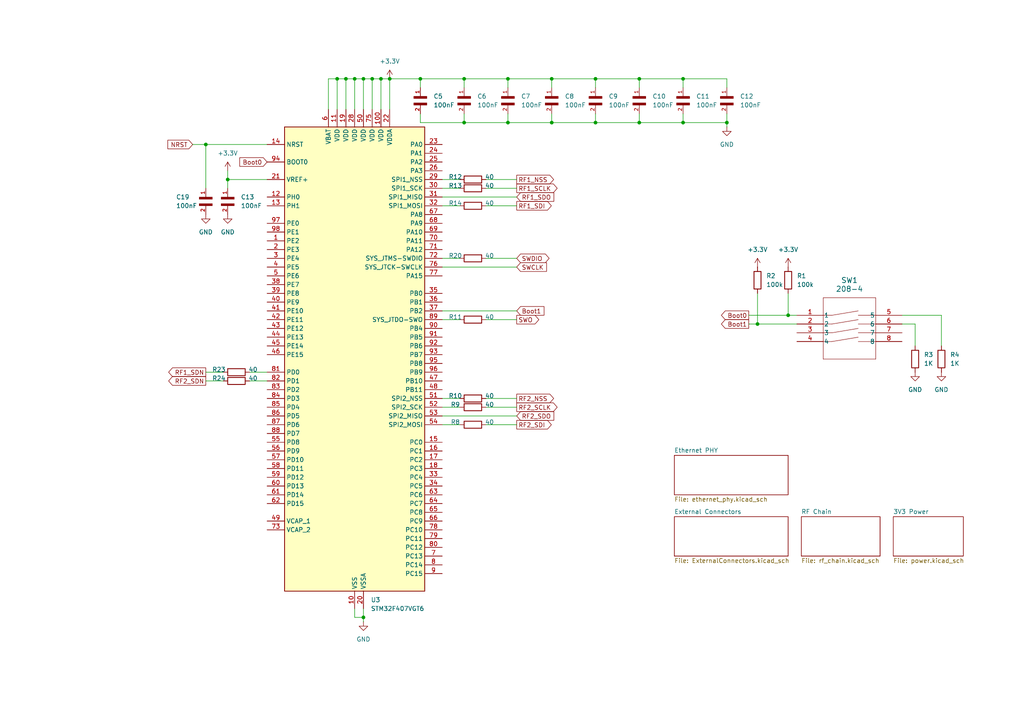
<source format=kicad_sch>
(kicad_sch
	(version 20250114)
	(generator "eeschema")
	(generator_version "9.0")
	(uuid "ca6389fe-9846-40e3-87a4-456cfcfc0777")
	(paper "A4")
	(title_block
		(title "RF Puck")
		(date "2025-06-22")
		(rev "1")
		(company "Thomas Montano")
	)
	(lib_symbols
		(symbol "2025-06-22_21-59-05:C0402C104J8RACTU"
			(pin_names
				(offset 0.254)
			)
			(exclude_from_sim no)
			(in_bom yes)
			(on_board yes)
			(property "Reference" "C"
				(at 3.81 3.81 0)
				(effects
					(font
						(size 1.27 1.27)
					)
				)
			)
			(property "Value" "100nF"
				(at 3.81 -3.81 0)
				(effects
					(font
						(size 1.27 1.27)
					)
				)
			)
			(property "Footprint" "C0402C104J8RACTU:CAPC10555_55N_KEM-L"
				(at 0.762 9.906 0)
				(effects
					(font
						(size 1.27 1.27)
						(italic yes)
					)
					(hide yes)
				)
			)
			(property "Datasheet" "C0402C104J8RACTU"
				(at 0 11.684 0)
				(effects
					(font
						(size 1.27 1.27)
						(italic yes)
					)
					(hide yes)
				)
			)
			(property "Description" ""
				(at 0 0 0)
				(effects
					(font
						(size 1.27 1.27)
					)
					(hide yes)
				)
			)
			(property "ki_keywords" "C0402C104J8RACTU"
				(at 0 0 0)
				(effects
					(font
						(size 1.27 1.27)
					)
					(hide yes)
				)
			)
			(property "ki_fp_filters" "CAPC10555_55N_KEM CAPC10555_55N_KEM-M CAPC10555_55N_KEM-L"
				(at 0 0 0)
				(effects
					(font
						(size 1.27 1.27)
					)
					(hide yes)
				)
			)
			(symbol "C0402C104J8RACTU_0_0"
				(rectangle
					(start 2.54 -1.9068)
					(end 3.175 1.905)
					(stroke
						(width 0.1)
						(type default)
					)
					(fill
						(type outline)
					)
				)
				(rectangle
					(start 4.4468 -1.9068)
					(end 5.08 1.905)
					(stroke
						(width 0.1)
						(type default)
					)
					(fill
						(type outline)
					)
				)
				(pin passive line
					(at 0 0 0)
					(length 2.54)
					(name "~"
						(effects
							(font
								(size 1.016 1.016)
							)
						)
					)
					(number "1"
						(effects
							(font
								(size 1.016 1.016)
							)
						)
					)
				)
				(pin passive line
					(at 7.62 0 180)
					(length 2.54)
					(name "~"
						(effects
							(font
								(size 1.016 1.016)
							)
						)
					)
					(number "2"
						(effects
							(font
								(size 1.016 1.016)
							)
						)
					)
				)
			)
			(symbol "C0402C104J8RACTU_1_2"
				(polyline
					(pts
						(xy -1.905 -3.4798) (xy 1.905 -3.4798)
					)
					(stroke
						(width 0.2032)
						(type default)
					)
					(fill
						(type none)
					)
				)
				(polyline
					(pts
						(xy -1.905 -4.1148) (xy 1.905 -4.1148)
					)
					(stroke
						(width 0.2032)
						(type default)
					)
					(fill
						(type none)
					)
				)
				(polyline
					(pts
						(xy 0 -2.54) (xy 0 -3.4798)
					)
					(stroke
						(width 0.2032)
						(type default)
					)
					(fill
						(type none)
					)
				)
				(polyline
					(pts
						(xy 0 -4.1148) (xy 0 -5.08)
					)
					(stroke
						(width 0.2032)
						(type default)
					)
					(fill
						(type none)
					)
				)
				(pin unspecified line
					(at 0 0 270)
					(length 2.54)
					(name ""
						(effects
							(font
								(size 1.27 1.27)
							)
						)
					)
					(number "1"
						(effects
							(font
								(size 1.27 1.27)
							)
						)
					)
				)
				(pin unspecified line
					(at 0 -7.62 90)
					(length 2.54)
					(name ""
						(effects
							(font
								(size 1.27 1.27)
							)
						)
					)
					(number "2"
						(effects
							(font
								(size 1.27 1.27)
							)
						)
					)
				)
			)
			(embedded_fonts no)
		)
		(symbol "4 POS Dip Switch:208-4"
			(pin_names
				(offset 0.254)
			)
			(exclude_from_sim no)
			(in_bom yes)
			(on_board yes)
			(property "Reference" "SW"
				(at 15.24 10.16 0)
				(effects
					(font
						(size 1.524 1.524)
					)
				)
			)
			(property "Value" "208-4"
				(at 20.32 7.62 0)
				(effects
					(font
						(size 1.524 1.524)
					)
				)
			)
			(property "Footprint" "208-4:DIP8_208-4_CTS"
				(at 0 0 0)
				(effects
					(font
						(size 1.27 1.27)
						(italic yes)
					)
					(hide yes)
				)
			)
			(property "Datasheet" "208-4"
				(at 0 0 0)
				(effects
					(font
						(size 1.27 1.27)
						(italic yes)
					)
					(hide yes)
				)
			)
			(property "Description" ""
				(at 0 0 0)
				(effects
					(font
						(size 1.27 1.27)
					)
					(hide yes)
				)
			)
			(property "ki_keywords" "208-4"
				(at 0 0 0)
				(effects
					(font
						(size 1.27 1.27)
					)
					(hide yes)
				)
			)
			(property "ki_fp_filters" "DIP8_208-4_CTS"
				(at 0 0 0)
				(effects
					(font
						(size 1.27 1.27)
					)
					(hide yes)
				)
			)
			(symbol "208-4_0_1"
				(polyline
					(pts
						(xy 7.62 5.08) (xy 7.62 -12.7)
					)
					(stroke
						(width 0.127)
						(type default)
					)
					(fill
						(type none)
					)
				)
				(polyline
					(pts
						(xy 7.62 0) (xy 10.16 0)
					)
					(stroke
						(width 0.127)
						(type default)
					)
					(fill
						(type none)
					)
				)
				(polyline
					(pts
						(xy 7.62 -2.54) (xy 10.16 -2.54)
					)
					(stroke
						(width 0.127)
						(type default)
					)
					(fill
						(type none)
					)
				)
				(polyline
					(pts
						(xy 7.62 -5.08) (xy 10.16 -5.08)
					)
					(stroke
						(width 0.127)
						(type default)
					)
					(fill
						(type none)
					)
				)
				(polyline
					(pts
						(xy 7.62 -7.62) (xy 10.16 -7.62)
					)
					(stroke
						(width 0.127)
						(type default)
					)
					(fill
						(type none)
					)
				)
				(polyline
					(pts
						(xy 7.62 -12.7) (xy 22.86 -12.7)
					)
					(stroke
						(width 0.127)
						(type default)
					)
					(fill
						(type none)
					)
				)
				(polyline
					(pts
						(xy 10.16 0) (xy 17.78 1.27)
					)
					(stroke
						(width 0.127)
						(type default)
					)
					(fill
						(type none)
					)
				)
				(polyline
					(pts
						(xy 10.16 -2.54) (xy 17.78 -1.27)
					)
					(stroke
						(width 0.127)
						(type default)
					)
					(fill
						(type none)
					)
				)
				(polyline
					(pts
						(xy 10.16 -5.08) (xy 17.78 -3.81)
					)
					(stroke
						(width 0.127)
						(type default)
					)
					(fill
						(type none)
					)
				)
				(polyline
					(pts
						(xy 10.16 -7.62) (xy 17.78 -6.35)
					)
					(stroke
						(width 0.127)
						(type default)
					)
					(fill
						(type none)
					)
				)
				(polyline
					(pts
						(xy 22.86 5.08) (xy 7.62 5.08)
					)
					(stroke
						(width 0.127)
						(type default)
					)
					(fill
						(type none)
					)
				)
				(polyline
					(pts
						(xy 22.86 0) (xy 17.78 0)
					)
					(stroke
						(width 0.127)
						(type default)
					)
					(fill
						(type none)
					)
				)
				(polyline
					(pts
						(xy 22.86 -2.54) (xy 17.78 -2.54)
					)
					(stroke
						(width 0.127)
						(type default)
					)
					(fill
						(type none)
					)
				)
				(polyline
					(pts
						(xy 22.86 -5.08) (xy 17.78 -5.08)
					)
					(stroke
						(width 0.127)
						(type default)
					)
					(fill
						(type none)
					)
				)
				(polyline
					(pts
						(xy 22.86 -7.62) (xy 17.78 -7.62)
					)
					(stroke
						(width 0.127)
						(type default)
					)
					(fill
						(type none)
					)
				)
				(polyline
					(pts
						(xy 22.86 -12.7) (xy 22.86 5.08)
					)
					(stroke
						(width 0.127)
						(type default)
					)
					(fill
						(type none)
					)
				)
				(pin unspecified line
					(at 0 0 0)
					(length 7.62)
					(name "1"
						(effects
							(font
								(size 1.27 1.27)
							)
						)
					)
					(number "1"
						(effects
							(font
								(size 1.27 1.27)
							)
						)
					)
				)
				(pin unspecified line
					(at 0 -2.54 0)
					(length 7.62)
					(name "2"
						(effects
							(font
								(size 1.27 1.27)
							)
						)
					)
					(number "2"
						(effects
							(font
								(size 1.27 1.27)
							)
						)
					)
				)
				(pin unspecified line
					(at 0 -5.08 0)
					(length 7.62)
					(name "3"
						(effects
							(font
								(size 1.27 1.27)
							)
						)
					)
					(number "3"
						(effects
							(font
								(size 1.27 1.27)
							)
						)
					)
				)
				(pin unspecified line
					(at 0 -7.62 0)
					(length 7.62)
					(name "4"
						(effects
							(font
								(size 1.27 1.27)
							)
						)
					)
					(number "4"
						(effects
							(font
								(size 1.27 1.27)
							)
						)
					)
				)
				(pin unspecified line
					(at 30.48 0 180)
					(length 7.62)
					(name "5"
						(effects
							(font
								(size 1.27 1.27)
							)
						)
					)
					(number "5"
						(effects
							(font
								(size 1.27 1.27)
							)
						)
					)
				)
				(pin unspecified line
					(at 30.48 -2.54 180)
					(length 7.62)
					(name "6"
						(effects
							(font
								(size 1.27 1.27)
							)
						)
					)
					(number "6"
						(effects
							(font
								(size 1.27 1.27)
							)
						)
					)
				)
				(pin unspecified line
					(at 30.48 -5.08 180)
					(length 7.62)
					(name "7"
						(effects
							(font
								(size 1.27 1.27)
							)
						)
					)
					(number "7"
						(effects
							(font
								(size 1.27 1.27)
							)
						)
					)
				)
				(pin unspecified line
					(at 30.48 -7.62 180)
					(length 7.62)
					(name "8"
						(effects
							(font
								(size 1.27 1.27)
							)
						)
					)
					(number "8"
						(effects
							(font
								(size 1.27 1.27)
							)
						)
					)
				)
			)
			(embedded_fonts no)
		)
		(symbol "C0402C104J8RACTU_1"
			(pin_names
				(offset 0.254)
			)
			(exclude_from_sim no)
			(in_bom yes)
			(on_board yes)
			(property "Reference" "C"
				(at 3.81 3.81 0)
				(effects
					(font
						(size 1.27 1.27)
					)
				)
			)
			(property "Value" "100nF"
				(at 3.81 -3.81 0)
				(effects
					(font
						(size 1.27 1.27)
					)
				)
			)
			(property "Footprint" "C0402C104J8RACTU:CAPC10555_55N_KEM-L"
				(at 0.762 9.906 0)
				(effects
					(font
						(size 1.27 1.27)
						(italic yes)
					)
					(hide yes)
				)
			)
			(property "Datasheet" "C0402C104J8RACTU"
				(at 0 11.684 0)
				(effects
					(font
						(size 1.27 1.27)
						(italic yes)
					)
					(hide yes)
				)
			)
			(property "Description" ""
				(at 0 0 0)
				(effects
					(font
						(size 1.27 1.27)
					)
					(hide yes)
				)
			)
			(property "ki_keywords" "C0402C104J8RACTU"
				(at 0 0 0)
				(effects
					(font
						(size 1.27 1.27)
					)
					(hide yes)
				)
			)
			(property "ki_fp_filters" "CAPC10555_55N_KEM CAPC10555_55N_KEM-M CAPC10555_55N_KEM-L"
				(at 0 0 0)
				(effects
					(font
						(size 1.27 1.27)
					)
					(hide yes)
				)
			)
			(symbol "C0402C104J8RACTU_1_0_0"
				(rectangle
					(start 2.54 -1.9068)
					(end 3.175 1.905)
					(stroke
						(width 0.1)
						(type default)
					)
					(fill
						(type outline)
					)
				)
				(rectangle
					(start 4.4468 -1.9068)
					(end 5.08 1.905)
					(stroke
						(width 0.1)
						(type default)
					)
					(fill
						(type outline)
					)
				)
				(pin passive line
					(at 0 0 0)
					(length 2.54)
					(name "~"
						(effects
							(font
								(size 1.016 1.016)
							)
						)
					)
					(number "1"
						(effects
							(font
								(size 1.016 1.016)
							)
						)
					)
				)
				(pin passive line
					(at 7.62 0 180)
					(length 2.54)
					(name "~"
						(effects
							(font
								(size 1.016 1.016)
							)
						)
					)
					(number "2"
						(effects
							(font
								(size 1.016 1.016)
							)
						)
					)
				)
			)
			(symbol "C0402C104J8RACTU_1_1_2"
				(polyline
					(pts
						(xy -1.905 -3.4798) (xy 1.905 -3.4798)
					)
					(stroke
						(width 0.2032)
						(type default)
					)
					(fill
						(type none)
					)
				)
				(polyline
					(pts
						(xy -1.905 -4.1148) (xy 1.905 -4.1148)
					)
					(stroke
						(width 0.2032)
						(type default)
					)
					(fill
						(type none)
					)
				)
				(polyline
					(pts
						(xy 0 -2.54) (xy 0 -3.4798)
					)
					(stroke
						(width 0.2032)
						(type default)
					)
					(fill
						(type none)
					)
				)
				(polyline
					(pts
						(xy 0 -4.1148) (xy 0 -5.08)
					)
					(stroke
						(width 0.2032)
						(type default)
					)
					(fill
						(type none)
					)
				)
				(pin unspecified line
					(at 0 0 270)
					(length 2.54)
					(name ""
						(effects
							(font
								(size 1.27 1.27)
							)
						)
					)
					(number "1"
						(effects
							(font
								(size 1.27 1.27)
							)
						)
					)
				)
				(pin unspecified line
					(at 0 -7.62 90)
					(length 2.54)
					(name ""
						(effects
							(font
								(size 1.27 1.27)
							)
						)
					)
					(number "2"
						(effects
							(font
								(size 1.27 1.27)
							)
						)
					)
				)
			)
			(embedded_fonts no)
		)
		(symbol "C0402C104J8RACTU_2"
			(pin_names
				(offset 0.254)
			)
			(exclude_from_sim no)
			(in_bom yes)
			(on_board yes)
			(property "Reference" "C"
				(at 3.81 3.81 0)
				(effects
					(font
						(size 1.27 1.27)
					)
				)
			)
			(property "Value" "100nF"
				(at 3.81 -3.81 0)
				(effects
					(font
						(size 1.27 1.27)
					)
				)
			)
			(property "Footprint" "C0402C104J8RACTU:CAPC10555_55N_KEM-L"
				(at 0.762 9.906 0)
				(effects
					(font
						(size 1.27 1.27)
						(italic yes)
					)
					(hide yes)
				)
			)
			(property "Datasheet" "C0402C104J8RACTU"
				(at 0 11.684 0)
				(effects
					(font
						(size 1.27 1.27)
						(italic yes)
					)
					(hide yes)
				)
			)
			(property "Description" ""
				(at 0 0 0)
				(effects
					(font
						(size 1.27 1.27)
					)
					(hide yes)
				)
			)
			(property "ki_keywords" "C0402C104J8RACTU"
				(at 0 0 0)
				(effects
					(font
						(size 1.27 1.27)
					)
					(hide yes)
				)
			)
			(property "ki_fp_filters" "CAPC10555_55N_KEM CAPC10555_55N_KEM-M CAPC10555_55N_KEM-L"
				(at 0 0 0)
				(effects
					(font
						(size 1.27 1.27)
					)
					(hide yes)
				)
			)
			(symbol "C0402C104J8RACTU_2_0_0"
				(rectangle
					(start 2.54 -1.9068)
					(end 3.175 1.905)
					(stroke
						(width 0.1)
						(type default)
					)
					(fill
						(type outline)
					)
				)
				(rectangle
					(start 4.4468 -1.9068)
					(end 5.08 1.905)
					(stroke
						(width 0.1)
						(type default)
					)
					(fill
						(type outline)
					)
				)
				(pin passive line
					(at 0 0 0)
					(length 2.54)
					(name "~"
						(effects
							(font
								(size 1.016 1.016)
							)
						)
					)
					(number "1"
						(effects
							(font
								(size 1.016 1.016)
							)
						)
					)
				)
				(pin passive line
					(at 7.62 0 180)
					(length 2.54)
					(name "~"
						(effects
							(font
								(size 1.016 1.016)
							)
						)
					)
					(number "2"
						(effects
							(font
								(size 1.016 1.016)
							)
						)
					)
				)
			)
			(symbol "C0402C104J8RACTU_2_1_2"
				(polyline
					(pts
						(xy -1.905 -3.4798) (xy 1.905 -3.4798)
					)
					(stroke
						(width 0.2032)
						(type default)
					)
					(fill
						(type none)
					)
				)
				(polyline
					(pts
						(xy -1.905 -4.1148) (xy 1.905 -4.1148)
					)
					(stroke
						(width 0.2032)
						(type default)
					)
					(fill
						(type none)
					)
				)
				(polyline
					(pts
						(xy 0 -2.54) (xy 0 -3.4798)
					)
					(stroke
						(width 0.2032)
						(type default)
					)
					(fill
						(type none)
					)
				)
				(polyline
					(pts
						(xy 0 -4.1148) (xy 0 -5.08)
					)
					(stroke
						(width 0.2032)
						(type default)
					)
					(fill
						(type none)
					)
				)
				(pin unspecified line
					(at 0 0 270)
					(length 2.54)
					(name ""
						(effects
							(font
								(size 1.27 1.27)
							)
						)
					)
					(number "1"
						(effects
							(font
								(size 1.27 1.27)
							)
						)
					)
				)
				(pin unspecified line
					(at 0 -7.62 90)
					(length 2.54)
					(name ""
						(effects
							(font
								(size 1.27 1.27)
							)
						)
					)
					(number "2"
						(effects
							(font
								(size 1.27 1.27)
							)
						)
					)
				)
			)
			(embedded_fonts no)
		)
		(symbol "C0402C104J8RACTU_3"
			(pin_names
				(offset 0.254)
			)
			(exclude_from_sim no)
			(in_bom yes)
			(on_board yes)
			(property "Reference" "C"
				(at 3.81 3.81 0)
				(effects
					(font
						(size 1.27 1.27)
					)
				)
			)
			(property "Value" "100nF"
				(at 3.81 -3.81 0)
				(effects
					(font
						(size 1.27 1.27)
					)
				)
			)
			(property "Footprint" "C0402C104J8RACTU:CAPC10555_55N_KEM-L"
				(at 0.762 9.906 0)
				(effects
					(font
						(size 1.27 1.27)
						(italic yes)
					)
					(hide yes)
				)
			)
			(property "Datasheet" "C0402C104J8RACTU"
				(at 0 11.684 0)
				(effects
					(font
						(size 1.27 1.27)
						(italic yes)
					)
					(hide yes)
				)
			)
			(property "Description" ""
				(at 0 0 0)
				(effects
					(font
						(size 1.27 1.27)
					)
					(hide yes)
				)
			)
			(property "ki_keywords" "C0402C104J8RACTU"
				(at 0 0 0)
				(effects
					(font
						(size 1.27 1.27)
					)
					(hide yes)
				)
			)
			(property "ki_fp_filters" "CAPC10555_55N_KEM CAPC10555_55N_KEM-M CAPC10555_55N_KEM-L"
				(at 0 0 0)
				(effects
					(font
						(size 1.27 1.27)
					)
					(hide yes)
				)
			)
			(symbol "C0402C104J8RACTU_3_0_0"
				(rectangle
					(start 2.54 -1.9068)
					(end 3.175 1.905)
					(stroke
						(width 0.1)
						(type default)
					)
					(fill
						(type outline)
					)
				)
				(rectangle
					(start 4.4468 -1.9068)
					(end 5.08 1.905)
					(stroke
						(width 0.1)
						(type default)
					)
					(fill
						(type outline)
					)
				)
				(pin passive line
					(at 0 0 0)
					(length 2.54)
					(name "~"
						(effects
							(font
								(size 1.016 1.016)
							)
						)
					)
					(number "1"
						(effects
							(font
								(size 1.016 1.016)
							)
						)
					)
				)
				(pin passive line
					(at 7.62 0 180)
					(length 2.54)
					(name "~"
						(effects
							(font
								(size 1.016 1.016)
							)
						)
					)
					(number "2"
						(effects
							(font
								(size 1.016 1.016)
							)
						)
					)
				)
			)
			(symbol "C0402C104J8RACTU_3_1_2"
				(polyline
					(pts
						(xy -1.905 -3.4798) (xy 1.905 -3.4798)
					)
					(stroke
						(width 0.2032)
						(type default)
					)
					(fill
						(type none)
					)
				)
				(polyline
					(pts
						(xy -1.905 -4.1148) (xy 1.905 -4.1148)
					)
					(stroke
						(width 0.2032)
						(type default)
					)
					(fill
						(type none)
					)
				)
				(polyline
					(pts
						(xy 0 -2.54) (xy 0 -3.4798)
					)
					(stroke
						(width 0.2032)
						(type default)
					)
					(fill
						(type none)
					)
				)
				(polyline
					(pts
						(xy 0 -4.1148) (xy 0 -5.08)
					)
					(stroke
						(width 0.2032)
						(type default)
					)
					(fill
						(type none)
					)
				)
				(pin unspecified line
					(at 0 0 270)
					(length 2.54)
					(name ""
						(effects
							(font
								(size 1.27 1.27)
							)
						)
					)
					(number "1"
						(effects
							(font
								(size 1.27 1.27)
							)
						)
					)
				)
				(pin unspecified line
					(at 0 -7.62 90)
					(length 2.54)
					(name ""
						(effects
							(font
								(size 1.27 1.27)
							)
						)
					)
					(number "2"
						(effects
							(font
								(size 1.27 1.27)
							)
						)
					)
				)
			)
			(embedded_fonts no)
		)
		(symbol "C0402C104J8RACTU_4"
			(pin_names
				(offset 0.254)
			)
			(exclude_from_sim no)
			(in_bom yes)
			(on_board yes)
			(property "Reference" "C"
				(at 3.81 3.81 0)
				(effects
					(font
						(size 1.27 1.27)
					)
				)
			)
			(property "Value" "100nF"
				(at 3.81 -3.81 0)
				(effects
					(font
						(size 1.27 1.27)
					)
				)
			)
			(property "Footprint" "C0402C104J8RACTU:CAPC10555_55N_KEM-L"
				(at 0.762 9.906 0)
				(effects
					(font
						(size 1.27 1.27)
						(italic yes)
					)
					(hide yes)
				)
			)
			(property "Datasheet" "C0402C104J8RACTU"
				(at 0 11.684 0)
				(effects
					(font
						(size 1.27 1.27)
						(italic yes)
					)
					(hide yes)
				)
			)
			(property "Description" ""
				(at 0 0 0)
				(effects
					(font
						(size 1.27 1.27)
					)
					(hide yes)
				)
			)
			(property "ki_keywords" "C0402C104J8RACTU"
				(at 0 0 0)
				(effects
					(font
						(size 1.27 1.27)
					)
					(hide yes)
				)
			)
			(property "ki_fp_filters" "CAPC10555_55N_KEM CAPC10555_55N_KEM-M CAPC10555_55N_KEM-L"
				(at 0 0 0)
				(effects
					(font
						(size 1.27 1.27)
					)
					(hide yes)
				)
			)
			(symbol "C0402C104J8RACTU_4_0_0"
				(rectangle
					(start 2.54 -1.9068)
					(end 3.175 1.905)
					(stroke
						(width 0.1)
						(type default)
					)
					(fill
						(type outline)
					)
				)
				(rectangle
					(start 4.4468 -1.9068)
					(end 5.08 1.905)
					(stroke
						(width 0.1)
						(type default)
					)
					(fill
						(type outline)
					)
				)
				(pin passive line
					(at 0 0 0)
					(length 2.54)
					(name "~"
						(effects
							(font
								(size 1.016 1.016)
							)
						)
					)
					(number "1"
						(effects
							(font
								(size 1.016 1.016)
							)
						)
					)
				)
				(pin passive line
					(at 7.62 0 180)
					(length 2.54)
					(name "~"
						(effects
							(font
								(size 1.016 1.016)
							)
						)
					)
					(number "2"
						(effects
							(font
								(size 1.016 1.016)
							)
						)
					)
				)
			)
			(symbol "C0402C104J8RACTU_4_1_2"
				(polyline
					(pts
						(xy -1.905 -3.4798) (xy 1.905 -3.4798)
					)
					(stroke
						(width 0.2032)
						(type default)
					)
					(fill
						(type none)
					)
				)
				(polyline
					(pts
						(xy -1.905 -4.1148) (xy 1.905 -4.1148)
					)
					(stroke
						(width 0.2032)
						(type default)
					)
					(fill
						(type none)
					)
				)
				(polyline
					(pts
						(xy 0 -2.54) (xy 0 -3.4798)
					)
					(stroke
						(width 0.2032)
						(type default)
					)
					(fill
						(type none)
					)
				)
				(polyline
					(pts
						(xy 0 -4.1148) (xy 0 -5.08)
					)
					(stroke
						(width 0.2032)
						(type default)
					)
					(fill
						(type none)
					)
				)
				(pin unspecified line
					(at 0 0 270)
					(length 2.54)
					(name ""
						(effects
							(font
								(size 1.27 1.27)
							)
						)
					)
					(number "1"
						(effects
							(font
								(size 1.27 1.27)
							)
						)
					)
				)
				(pin unspecified line
					(at 0 -7.62 90)
					(length 2.54)
					(name ""
						(effects
							(font
								(size 1.27 1.27)
							)
						)
					)
					(number "2"
						(effects
							(font
								(size 1.27 1.27)
							)
						)
					)
				)
			)
			(embedded_fonts no)
		)
		(symbol "C0402C104J8RACTU_5"
			(pin_names
				(offset 0.254)
			)
			(exclude_from_sim no)
			(in_bom yes)
			(on_board yes)
			(property "Reference" "C"
				(at 3.81 3.81 0)
				(effects
					(font
						(size 1.27 1.27)
					)
				)
			)
			(property "Value" "100nF"
				(at 3.81 -3.81 0)
				(effects
					(font
						(size 1.27 1.27)
					)
				)
			)
			(property "Footprint" "C0402C104J8RACTU:CAPC10555_55N_KEM-L"
				(at 0.762 9.906 0)
				(effects
					(font
						(size 1.27 1.27)
						(italic yes)
					)
					(hide yes)
				)
			)
			(property "Datasheet" "C0402C104J8RACTU"
				(at 0 11.684 0)
				(effects
					(font
						(size 1.27 1.27)
						(italic yes)
					)
					(hide yes)
				)
			)
			(property "Description" ""
				(at 0 0 0)
				(effects
					(font
						(size 1.27 1.27)
					)
					(hide yes)
				)
			)
			(property "ki_keywords" "C0402C104J8RACTU"
				(at 0 0 0)
				(effects
					(font
						(size 1.27 1.27)
					)
					(hide yes)
				)
			)
			(property "ki_fp_filters" "CAPC10555_55N_KEM CAPC10555_55N_KEM-M CAPC10555_55N_KEM-L"
				(at 0 0 0)
				(effects
					(font
						(size 1.27 1.27)
					)
					(hide yes)
				)
			)
			(symbol "C0402C104J8RACTU_5_0_0"
				(rectangle
					(start 2.54 -1.9068)
					(end 3.175 1.905)
					(stroke
						(width 0.1)
						(type default)
					)
					(fill
						(type outline)
					)
				)
				(rectangle
					(start 4.4468 -1.9068)
					(end 5.08 1.905)
					(stroke
						(width 0.1)
						(type default)
					)
					(fill
						(type outline)
					)
				)
				(pin passive line
					(at 0 0 0)
					(length 2.54)
					(name "~"
						(effects
							(font
								(size 1.016 1.016)
							)
						)
					)
					(number "1"
						(effects
							(font
								(size 1.016 1.016)
							)
						)
					)
				)
				(pin passive line
					(at 7.62 0 180)
					(length 2.54)
					(name "~"
						(effects
							(font
								(size 1.016 1.016)
							)
						)
					)
					(number "2"
						(effects
							(font
								(size 1.016 1.016)
							)
						)
					)
				)
			)
			(symbol "C0402C104J8RACTU_5_1_2"
				(polyline
					(pts
						(xy -1.905 -3.4798) (xy 1.905 -3.4798)
					)
					(stroke
						(width 0.2032)
						(type default)
					)
					(fill
						(type none)
					)
				)
				(polyline
					(pts
						(xy -1.905 -4.1148) (xy 1.905 -4.1148)
					)
					(stroke
						(width 0.2032)
						(type default)
					)
					(fill
						(type none)
					)
				)
				(polyline
					(pts
						(xy 0 -2.54) (xy 0 -3.4798)
					)
					(stroke
						(width 0.2032)
						(type default)
					)
					(fill
						(type none)
					)
				)
				(polyline
					(pts
						(xy 0 -4.1148) (xy 0 -5.08)
					)
					(stroke
						(width 0.2032)
						(type default)
					)
					(fill
						(type none)
					)
				)
				(pin unspecified line
					(at 0 0 270)
					(length 2.54)
					(name ""
						(effects
							(font
								(size 1.27 1.27)
							)
						)
					)
					(number "1"
						(effects
							(font
								(size 1.27 1.27)
							)
						)
					)
				)
				(pin unspecified line
					(at 0 -7.62 90)
					(length 2.54)
					(name ""
						(effects
							(font
								(size 1.27 1.27)
							)
						)
					)
					(number "2"
						(effects
							(font
								(size 1.27 1.27)
							)
						)
					)
				)
			)
			(embedded_fonts no)
		)
		(symbol "C0402C104J8RACTU_6"
			(pin_names
				(offset 0.254)
			)
			(exclude_from_sim no)
			(in_bom yes)
			(on_board yes)
			(property "Reference" "C"
				(at 3.81 3.81 0)
				(effects
					(font
						(size 1.27 1.27)
					)
				)
			)
			(property "Value" "100nF"
				(at 3.81 -3.81 0)
				(effects
					(font
						(size 1.27 1.27)
					)
				)
			)
			(property "Footprint" "C0402C104J8RACTU:CAPC10555_55N_KEM-L"
				(at 0.762 9.906 0)
				(effects
					(font
						(size 1.27 1.27)
						(italic yes)
					)
					(hide yes)
				)
			)
			(property "Datasheet" "C0402C104J8RACTU"
				(at 0 11.684 0)
				(effects
					(font
						(size 1.27 1.27)
						(italic yes)
					)
					(hide yes)
				)
			)
			(property "Description" ""
				(at 0 0 0)
				(effects
					(font
						(size 1.27 1.27)
					)
					(hide yes)
				)
			)
			(property "ki_keywords" "C0402C104J8RACTU"
				(at 0 0 0)
				(effects
					(font
						(size 1.27 1.27)
					)
					(hide yes)
				)
			)
			(property "ki_fp_filters" "CAPC10555_55N_KEM CAPC10555_55N_KEM-M CAPC10555_55N_KEM-L"
				(at 0 0 0)
				(effects
					(font
						(size 1.27 1.27)
					)
					(hide yes)
				)
			)
			(symbol "C0402C104J8RACTU_6_0_0"
				(rectangle
					(start 2.54 -1.9068)
					(end 3.175 1.905)
					(stroke
						(width 0.1)
						(type default)
					)
					(fill
						(type outline)
					)
				)
				(rectangle
					(start 4.4468 -1.9068)
					(end 5.08 1.905)
					(stroke
						(width 0.1)
						(type default)
					)
					(fill
						(type outline)
					)
				)
				(pin passive line
					(at 0 0 0)
					(length 2.54)
					(name "~"
						(effects
							(font
								(size 1.016 1.016)
							)
						)
					)
					(number "1"
						(effects
							(font
								(size 1.016 1.016)
							)
						)
					)
				)
				(pin passive line
					(at 7.62 0 180)
					(length 2.54)
					(name "~"
						(effects
							(font
								(size 1.016 1.016)
							)
						)
					)
					(number "2"
						(effects
							(font
								(size 1.016 1.016)
							)
						)
					)
				)
			)
			(symbol "C0402C104J8RACTU_6_1_2"
				(polyline
					(pts
						(xy -1.905 -3.4798) (xy 1.905 -3.4798)
					)
					(stroke
						(width 0.2032)
						(type default)
					)
					(fill
						(type none)
					)
				)
				(polyline
					(pts
						(xy -1.905 -4.1148) (xy 1.905 -4.1148)
					)
					(stroke
						(width 0.2032)
						(type default)
					)
					(fill
						(type none)
					)
				)
				(polyline
					(pts
						(xy 0 -2.54) (xy 0 -3.4798)
					)
					(stroke
						(width 0.2032)
						(type default)
					)
					(fill
						(type none)
					)
				)
				(polyline
					(pts
						(xy 0 -4.1148) (xy 0 -5.08)
					)
					(stroke
						(width 0.2032)
						(type default)
					)
					(fill
						(type none)
					)
				)
				(pin unspecified line
					(at 0 0 270)
					(length 2.54)
					(name ""
						(effects
							(font
								(size 1.27 1.27)
							)
						)
					)
					(number "1"
						(effects
							(font
								(size 1.27 1.27)
							)
						)
					)
				)
				(pin unspecified line
					(at 0 -7.62 90)
					(length 2.54)
					(name ""
						(effects
							(font
								(size 1.27 1.27)
							)
						)
					)
					(number "2"
						(effects
							(font
								(size 1.27 1.27)
							)
						)
					)
				)
			)
			(embedded_fonts no)
		)
		(symbol "C0402C104J8RACTU_7"
			(pin_names
				(offset 0.254)
			)
			(exclude_from_sim no)
			(in_bom yes)
			(on_board yes)
			(property "Reference" "C"
				(at 3.81 3.81 0)
				(effects
					(font
						(size 1.27 1.27)
					)
				)
			)
			(property "Value" "100nF"
				(at 3.81 -3.81 0)
				(effects
					(font
						(size 1.27 1.27)
					)
				)
			)
			(property "Footprint" "C0402C104J8RACTU:CAPC10555_55N_KEM-L"
				(at 0.762 9.906 0)
				(effects
					(font
						(size 1.27 1.27)
						(italic yes)
					)
					(hide yes)
				)
			)
			(property "Datasheet" "C0402C104J8RACTU"
				(at 0 11.684 0)
				(effects
					(font
						(size 1.27 1.27)
						(italic yes)
					)
					(hide yes)
				)
			)
			(property "Description" ""
				(at 0 0 0)
				(effects
					(font
						(size 1.27 1.27)
					)
					(hide yes)
				)
			)
			(property "ki_keywords" "C0402C104J8RACTU"
				(at 0 0 0)
				(effects
					(font
						(size 1.27 1.27)
					)
					(hide yes)
				)
			)
			(property "ki_fp_filters" "CAPC10555_55N_KEM CAPC10555_55N_KEM-M CAPC10555_55N_KEM-L"
				(at 0 0 0)
				(effects
					(font
						(size 1.27 1.27)
					)
					(hide yes)
				)
			)
			(symbol "C0402C104J8RACTU_7_0_0"
				(rectangle
					(start 2.54 -1.9068)
					(end 3.175 1.905)
					(stroke
						(width 0.1)
						(type default)
					)
					(fill
						(type outline)
					)
				)
				(rectangle
					(start 4.4468 -1.9068)
					(end 5.08 1.905)
					(stroke
						(width 0.1)
						(type default)
					)
					(fill
						(type outline)
					)
				)
				(pin passive line
					(at 0 0 0)
					(length 2.54)
					(name "~"
						(effects
							(font
								(size 1.016 1.016)
							)
						)
					)
					(number "1"
						(effects
							(font
								(size 1.016 1.016)
							)
						)
					)
				)
				(pin passive line
					(at 7.62 0 180)
					(length 2.54)
					(name "~"
						(effects
							(font
								(size 1.016 1.016)
							)
						)
					)
					(number "2"
						(effects
							(font
								(size 1.016 1.016)
							)
						)
					)
				)
			)
			(symbol "C0402C104J8RACTU_7_1_2"
				(polyline
					(pts
						(xy -1.905 -3.4798) (xy 1.905 -3.4798)
					)
					(stroke
						(width 0.2032)
						(type default)
					)
					(fill
						(type none)
					)
				)
				(polyline
					(pts
						(xy -1.905 -4.1148) (xy 1.905 -4.1148)
					)
					(stroke
						(width 0.2032)
						(type default)
					)
					(fill
						(type none)
					)
				)
				(polyline
					(pts
						(xy 0 -2.54) (xy 0 -3.4798)
					)
					(stroke
						(width 0.2032)
						(type default)
					)
					(fill
						(type none)
					)
				)
				(polyline
					(pts
						(xy 0 -4.1148) (xy 0 -5.08)
					)
					(stroke
						(width 0.2032)
						(type default)
					)
					(fill
						(type none)
					)
				)
				(pin unspecified line
					(at 0 0 270)
					(length 2.54)
					(name ""
						(effects
							(font
								(size 1.27 1.27)
							)
						)
					)
					(number "1"
						(effects
							(font
								(size 1.27 1.27)
							)
						)
					)
				)
				(pin unspecified line
					(at 0 -7.62 90)
					(length 2.54)
					(name ""
						(effects
							(font
								(size 1.27 1.27)
							)
						)
					)
					(number "2"
						(effects
							(font
								(size 1.27 1.27)
							)
						)
					)
				)
			)
			(embedded_fonts no)
		)
		(symbol "C0402C104J8RACTU_8"
			(pin_names
				(offset 0.254)
			)
			(exclude_from_sim no)
			(in_bom yes)
			(on_board yes)
			(property "Reference" "C"
				(at 3.81 3.81 0)
				(effects
					(font
						(size 1.27 1.27)
					)
				)
			)
			(property "Value" "100nF"
				(at 3.81 -3.81 0)
				(effects
					(font
						(size 1.27 1.27)
					)
				)
			)
			(property "Footprint" "C0402C104J8RACTU:CAPC10555_55N_KEM-L"
				(at 0.762 9.906 0)
				(effects
					(font
						(size 1.27 1.27)
						(italic yes)
					)
					(hide yes)
				)
			)
			(property "Datasheet" "C0402C104J8RACTU"
				(at 0 11.684 0)
				(effects
					(font
						(size 1.27 1.27)
						(italic yes)
					)
					(hide yes)
				)
			)
			(property "Description" ""
				(at 0 0 0)
				(effects
					(font
						(size 1.27 1.27)
					)
					(hide yes)
				)
			)
			(property "ki_keywords" "C0402C104J8RACTU"
				(at 0 0 0)
				(effects
					(font
						(size 1.27 1.27)
					)
					(hide yes)
				)
			)
			(property "ki_fp_filters" "CAPC10555_55N_KEM CAPC10555_55N_KEM-M CAPC10555_55N_KEM-L"
				(at 0 0 0)
				(effects
					(font
						(size 1.27 1.27)
					)
					(hide yes)
				)
			)
			(symbol "C0402C104J8RACTU_8_0_0"
				(rectangle
					(start 2.54 -1.9068)
					(end 3.175 1.905)
					(stroke
						(width 0.1)
						(type default)
					)
					(fill
						(type outline)
					)
				)
				(rectangle
					(start 4.4468 -1.9068)
					(end 5.08 1.905)
					(stroke
						(width 0.1)
						(type default)
					)
					(fill
						(type outline)
					)
				)
				(pin passive line
					(at 0 0 0)
					(length 2.54)
					(name "~"
						(effects
							(font
								(size 1.016 1.016)
							)
						)
					)
					(number "1"
						(effects
							(font
								(size 1.016 1.016)
							)
						)
					)
				)
				(pin passive line
					(at 7.62 0 180)
					(length 2.54)
					(name "~"
						(effects
							(font
								(size 1.016 1.016)
							)
						)
					)
					(number "2"
						(effects
							(font
								(size 1.016 1.016)
							)
						)
					)
				)
			)
			(symbol "C0402C104J8RACTU_8_1_2"
				(polyline
					(pts
						(xy -1.905 -3.4798) (xy 1.905 -3.4798)
					)
					(stroke
						(width 0.2032)
						(type default)
					)
					(fill
						(type none)
					)
				)
				(polyline
					(pts
						(xy -1.905 -4.1148) (xy 1.905 -4.1148)
					)
					(stroke
						(width 0.2032)
						(type default)
					)
					(fill
						(type none)
					)
				)
				(polyline
					(pts
						(xy 0 -2.54) (xy 0 -3.4798)
					)
					(stroke
						(width 0.2032)
						(type default)
					)
					(fill
						(type none)
					)
				)
				(polyline
					(pts
						(xy 0 -4.1148) (xy 0 -5.08)
					)
					(stroke
						(width 0.2032)
						(type default)
					)
					(fill
						(type none)
					)
				)
				(pin unspecified line
					(at 0 0 270)
					(length 2.54)
					(name ""
						(effects
							(font
								(size 1.27 1.27)
							)
						)
					)
					(number "1"
						(effects
							(font
								(size 1.27 1.27)
							)
						)
					)
				)
				(pin unspecified line
					(at 0 -7.62 90)
					(length 2.54)
					(name ""
						(effects
							(font
								(size 1.27 1.27)
							)
						)
					)
					(number "2"
						(effects
							(font
								(size 1.27 1.27)
							)
						)
					)
				)
			)
			(embedded_fonts no)
		)
		(symbol "C0402C104J8RACTU_9"
			(pin_names
				(offset 0.254)
			)
			(exclude_from_sim no)
			(in_bom yes)
			(on_board yes)
			(property "Reference" "C"
				(at 3.81 3.81 0)
				(effects
					(font
						(size 1.27 1.27)
					)
				)
			)
			(property "Value" "100nF"
				(at 3.81 -3.81 0)
				(effects
					(font
						(size 1.27 1.27)
					)
				)
			)
			(property "Footprint" "C0402C104J8RACTU:CAPC10555_55N_KEM-L"
				(at 0.762 9.906 0)
				(effects
					(font
						(size 1.27 1.27)
						(italic yes)
					)
					(hide yes)
				)
			)
			(property "Datasheet" "C0402C104J8RACTU"
				(at 0 11.684 0)
				(effects
					(font
						(size 1.27 1.27)
						(italic yes)
					)
					(hide yes)
				)
			)
			(property "Description" ""
				(at 0 0 0)
				(effects
					(font
						(size 1.27 1.27)
					)
					(hide yes)
				)
			)
			(property "ki_keywords" "C0402C104J8RACTU"
				(at 0 0 0)
				(effects
					(font
						(size 1.27 1.27)
					)
					(hide yes)
				)
			)
			(property "ki_fp_filters" "CAPC10555_55N_KEM CAPC10555_55N_KEM-M CAPC10555_55N_KEM-L"
				(at 0 0 0)
				(effects
					(font
						(size 1.27 1.27)
					)
					(hide yes)
				)
			)
			(symbol "C0402C104J8RACTU_9_0_0"
				(rectangle
					(start 2.54 -1.9068)
					(end 3.175 1.905)
					(stroke
						(width 0.1)
						(type default)
					)
					(fill
						(type outline)
					)
				)
				(rectangle
					(start 4.4468 -1.9068)
					(end 5.08 1.905)
					(stroke
						(width 0.1)
						(type default)
					)
					(fill
						(type outline)
					)
				)
				(pin passive line
					(at 0 0 0)
					(length 2.54)
					(name "~"
						(effects
							(font
								(size 1.016 1.016)
							)
						)
					)
					(number "1"
						(effects
							(font
								(size 1.016 1.016)
							)
						)
					)
				)
				(pin passive line
					(at 7.62 0 180)
					(length 2.54)
					(name "~"
						(effects
							(font
								(size 1.016 1.016)
							)
						)
					)
					(number "2"
						(effects
							(font
								(size 1.016 1.016)
							)
						)
					)
				)
			)
			(symbol "C0402C104J8RACTU_9_1_2"
				(polyline
					(pts
						(xy -1.905 -3.4798) (xy 1.905 -3.4798)
					)
					(stroke
						(width 0.2032)
						(type default)
					)
					(fill
						(type none)
					)
				)
				(polyline
					(pts
						(xy -1.905 -4.1148) (xy 1.905 -4.1148)
					)
					(stroke
						(width 0.2032)
						(type default)
					)
					(fill
						(type none)
					)
				)
				(polyline
					(pts
						(xy 0 -2.54) (xy 0 -3.4798)
					)
					(stroke
						(width 0.2032)
						(type default)
					)
					(fill
						(type none)
					)
				)
				(polyline
					(pts
						(xy 0 -4.1148) (xy 0 -5.08)
					)
					(stroke
						(width 0.2032)
						(type default)
					)
					(fill
						(type none)
					)
				)
				(pin unspecified line
					(at 0 0 270)
					(length 2.54)
					(name ""
						(effects
							(font
								(size 1.27 1.27)
							)
						)
					)
					(number "1"
						(effects
							(font
								(size 1.27 1.27)
							)
						)
					)
				)
				(pin unspecified line
					(at 0 -7.62 90)
					(length 2.54)
					(name ""
						(effects
							(font
								(size 1.27 1.27)
							)
						)
					)
					(number "2"
						(effects
							(font
								(size 1.27 1.27)
							)
						)
					)
				)
			)
			(embedded_fonts no)
		)
		(symbol "Device:R"
			(pin_numbers
				(hide yes)
			)
			(pin_names
				(offset 0)
			)
			(exclude_from_sim no)
			(in_bom yes)
			(on_board yes)
			(property "Reference" "R"
				(at 2.032 0 90)
				(effects
					(font
						(size 1.27 1.27)
					)
				)
			)
			(property "Value" "R"
				(at 0 0 90)
				(effects
					(font
						(size 1.27 1.27)
					)
				)
			)
			(property "Footprint" ""
				(at -1.778 0 90)
				(effects
					(font
						(size 1.27 1.27)
					)
					(hide yes)
				)
			)
			(property "Datasheet" "~"
				(at 0 0 0)
				(effects
					(font
						(size 1.27 1.27)
					)
					(hide yes)
				)
			)
			(property "Description" "Resistor"
				(at 0 0 0)
				(effects
					(font
						(size 1.27 1.27)
					)
					(hide yes)
				)
			)
			(property "ki_keywords" "R res resistor"
				(at 0 0 0)
				(effects
					(font
						(size 1.27 1.27)
					)
					(hide yes)
				)
			)
			(property "ki_fp_filters" "R_*"
				(at 0 0 0)
				(effects
					(font
						(size 1.27 1.27)
					)
					(hide yes)
				)
			)
			(symbol "R_0_1"
				(rectangle
					(start -1.016 -2.54)
					(end 1.016 2.54)
					(stroke
						(width 0.254)
						(type default)
					)
					(fill
						(type none)
					)
				)
			)
			(symbol "R_1_1"
				(pin passive line
					(at 0 3.81 270)
					(length 1.27)
					(name "~"
						(effects
							(font
								(size 1.27 1.27)
							)
						)
					)
					(number "1"
						(effects
							(font
								(size 1.27 1.27)
							)
						)
					)
				)
				(pin passive line
					(at 0 -3.81 90)
					(length 1.27)
					(name "~"
						(effects
							(font
								(size 1.27 1.27)
							)
						)
					)
					(number "2"
						(effects
							(font
								(size 1.27 1.27)
							)
						)
					)
				)
			)
			(embedded_fonts no)
		)
		(symbol "MCU_ST_STM32F4:STM32F407VGTx"
			(exclude_from_sim no)
			(in_bom yes)
			(on_board yes)
			(property "Reference" "U"
				(at -20.32 69.85 0)
				(effects
					(font
						(size 1.27 1.27)
					)
					(justify left)
				)
			)
			(property "Value" "STM32F407VGTx"
				(at 12.7 69.85 0)
				(effects
					(font
						(size 1.27 1.27)
					)
					(justify left)
				)
			)
			(property "Footprint" "Package_QFP:LQFP-100_14x14mm_P0.5mm"
				(at -20.32 -66.04 0)
				(effects
					(font
						(size 1.27 1.27)
					)
					(justify right)
					(hide yes)
				)
			)
			(property "Datasheet" "https://www.st.com/resource/en/datasheet/stm32f407vg.pdf"
				(at 0 0 0)
				(effects
					(font
						(size 1.27 1.27)
					)
					(hide yes)
				)
			)
			(property "Description" "STMicroelectronics Arm Cortex-M4 MCU, 1024KB flash, 192KB RAM, 168 MHz, 1.8-3.6V, 82 GPIO, LQFP100"
				(at 0 0 0)
				(effects
					(font
						(size 1.27 1.27)
					)
					(hide yes)
				)
			)
			(property "ki_keywords" "Arm Cortex-M4 STM32F4 STM32F407/417"
				(at 0 0 0)
				(effects
					(font
						(size 1.27 1.27)
					)
					(hide yes)
				)
			)
			(property "ki_fp_filters" "LQFP*14x14mm*P0.5mm*"
				(at 0 0 0)
				(effects
					(font
						(size 1.27 1.27)
					)
					(hide yes)
				)
			)
			(symbol "STM32F407VGTx_0_1"
				(rectangle
					(start -20.32 -66.04)
					(end 20.32 68.58)
					(stroke
						(width 0.254)
						(type default)
					)
					(fill
						(type background)
					)
				)
			)
			(symbol "STM32F407VGTx_1_1"
				(pin input line
					(at -25.4 63.5 0)
					(length 5.08)
					(name "NRST"
						(effects
							(font
								(size 1.27 1.27)
							)
						)
					)
					(number "14"
						(effects
							(font
								(size 1.27 1.27)
							)
						)
					)
				)
				(pin input line
					(at -25.4 58.42 0)
					(length 5.08)
					(name "BOOT0"
						(effects
							(font
								(size 1.27 1.27)
							)
						)
					)
					(number "94"
						(effects
							(font
								(size 1.27 1.27)
							)
						)
					)
				)
				(pin input line
					(at -25.4 53.34 0)
					(length 5.08)
					(name "VREF+"
						(effects
							(font
								(size 1.27 1.27)
							)
						)
					)
					(number "21"
						(effects
							(font
								(size 1.27 1.27)
							)
						)
					)
				)
				(pin bidirectional line
					(at -25.4 48.26 0)
					(length 5.08)
					(name "PH0"
						(effects
							(font
								(size 1.27 1.27)
							)
						)
					)
					(number "12"
						(effects
							(font
								(size 1.27 1.27)
							)
						)
					)
					(alternate "RCC_OSC_IN" bidirectional line)
				)
				(pin bidirectional line
					(at -25.4 45.72 0)
					(length 5.08)
					(name "PH1"
						(effects
							(font
								(size 1.27 1.27)
							)
						)
					)
					(number "13"
						(effects
							(font
								(size 1.27 1.27)
							)
						)
					)
					(alternate "RCC_OSC_OUT" bidirectional line)
				)
				(pin bidirectional line
					(at -25.4 40.64 0)
					(length 5.08)
					(name "PE0"
						(effects
							(font
								(size 1.27 1.27)
							)
						)
					)
					(number "97"
						(effects
							(font
								(size 1.27 1.27)
							)
						)
					)
					(alternate "DCMI_D2" bidirectional line)
					(alternate "FSMC_NBL0" bidirectional line)
					(alternate "TIM4_ETR" bidirectional line)
				)
				(pin bidirectional line
					(at -25.4 38.1 0)
					(length 5.08)
					(name "PE1"
						(effects
							(font
								(size 1.27 1.27)
							)
						)
					)
					(number "98"
						(effects
							(font
								(size 1.27 1.27)
							)
						)
					)
					(alternate "DCMI_D3" bidirectional line)
					(alternate "FSMC_NBL1" bidirectional line)
				)
				(pin bidirectional line
					(at -25.4 35.56 0)
					(length 5.08)
					(name "PE2"
						(effects
							(font
								(size 1.27 1.27)
							)
						)
					)
					(number "1"
						(effects
							(font
								(size 1.27 1.27)
							)
						)
					)
					(alternate "ETH_TXD3" bidirectional line)
					(alternate "FSMC_A23" bidirectional line)
					(alternate "SYS_TRACECLK" bidirectional line)
				)
				(pin bidirectional line
					(at -25.4 33.02 0)
					(length 5.08)
					(name "PE3"
						(effects
							(font
								(size 1.27 1.27)
							)
						)
					)
					(number "2"
						(effects
							(font
								(size 1.27 1.27)
							)
						)
					)
					(alternate "FSMC_A19" bidirectional line)
					(alternate "SYS_TRACED0" bidirectional line)
				)
				(pin bidirectional line
					(at -25.4 30.48 0)
					(length 5.08)
					(name "PE4"
						(effects
							(font
								(size 1.27 1.27)
							)
						)
					)
					(number "3"
						(effects
							(font
								(size 1.27 1.27)
							)
						)
					)
					(alternate "DCMI_D4" bidirectional line)
					(alternate "FSMC_A20" bidirectional line)
					(alternate "SYS_TRACED1" bidirectional line)
				)
				(pin bidirectional line
					(at -25.4 27.94 0)
					(length 5.08)
					(name "PE5"
						(effects
							(font
								(size 1.27 1.27)
							)
						)
					)
					(number "4"
						(effects
							(font
								(size 1.27 1.27)
							)
						)
					)
					(alternate "DCMI_D6" bidirectional line)
					(alternate "FSMC_A21" bidirectional line)
					(alternate "SYS_TRACED2" bidirectional line)
					(alternate "TIM9_CH1" bidirectional line)
				)
				(pin bidirectional line
					(at -25.4 25.4 0)
					(length 5.08)
					(name "PE6"
						(effects
							(font
								(size 1.27 1.27)
							)
						)
					)
					(number "5"
						(effects
							(font
								(size 1.27 1.27)
							)
						)
					)
					(alternate "DCMI_D7" bidirectional line)
					(alternate "FSMC_A22" bidirectional line)
					(alternate "SYS_TRACED3" bidirectional line)
					(alternate "TIM9_CH2" bidirectional line)
				)
				(pin bidirectional line
					(at -25.4 22.86 0)
					(length 5.08)
					(name "PE7"
						(effects
							(font
								(size 1.27 1.27)
							)
						)
					)
					(number "38"
						(effects
							(font
								(size 1.27 1.27)
							)
						)
					)
					(alternate "FSMC_D4" bidirectional line)
					(alternate "FSMC_DA4" bidirectional line)
					(alternate "TIM1_ETR" bidirectional line)
				)
				(pin bidirectional line
					(at -25.4 20.32 0)
					(length 5.08)
					(name "PE8"
						(effects
							(font
								(size 1.27 1.27)
							)
						)
					)
					(number "39"
						(effects
							(font
								(size 1.27 1.27)
							)
						)
					)
					(alternate "FSMC_D5" bidirectional line)
					(alternate "FSMC_DA5" bidirectional line)
					(alternate "TIM1_CH1N" bidirectional line)
				)
				(pin bidirectional line
					(at -25.4 17.78 0)
					(length 5.08)
					(name "PE9"
						(effects
							(font
								(size 1.27 1.27)
							)
						)
					)
					(number "40"
						(effects
							(font
								(size 1.27 1.27)
							)
						)
					)
					(alternate "DAC_EXTI9" bidirectional line)
					(alternate "FSMC_D6" bidirectional line)
					(alternate "FSMC_DA6" bidirectional line)
					(alternate "TIM1_CH1" bidirectional line)
				)
				(pin bidirectional line
					(at -25.4 15.24 0)
					(length 5.08)
					(name "PE10"
						(effects
							(font
								(size 1.27 1.27)
							)
						)
					)
					(number "41"
						(effects
							(font
								(size 1.27 1.27)
							)
						)
					)
					(alternate "FSMC_D7" bidirectional line)
					(alternate "FSMC_DA7" bidirectional line)
					(alternate "TIM1_CH2N" bidirectional line)
				)
				(pin bidirectional line
					(at -25.4 12.7 0)
					(length 5.08)
					(name "PE11"
						(effects
							(font
								(size 1.27 1.27)
							)
						)
					)
					(number "42"
						(effects
							(font
								(size 1.27 1.27)
							)
						)
					)
					(alternate "ADC1_EXTI11" bidirectional line)
					(alternate "ADC2_EXTI11" bidirectional line)
					(alternate "ADC3_EXTI11" bidirectional line)
					(alternate "FSMC_D8" bidirectional line)
					(alternate "FSMC_DA8" bidirectional line)
					(alternate "TIM1_CH2" bidirectional line)
				)
				(pin bidirectional line
					(at -25.4 10.16 0)
					(length 5.08)
					(name "PE12"
						(effects
							(font
								(size 1.27 1.27)
							)
						)
					)
					(number "43"
						(effects
							(font
								(size 1.27 1.27)
							)
						)
					)
					(alternate "FSMC_D9" bidirectional line)
					(alternate "FSMC_DA9" bidirectional line)
					(alternate "TIM1_CH3N" bidirectional line)
				)
				(pin bidirectional line
					(at -25.4 7.62 0)
					(length 5.08)
					(name "PE13"
						(effects
							(font
								(size 1.27 1.27)
							)
						)
					)
					(number "44"
						(effects
							(font
								(size 1.27 1.27)
							)
						)
					)
					(alternate "FSMC_D10" bidirectional line)
					(alternate "FSMC_DA10" bidirectional line)
					(alternate "TIM1_CH3" bidirectional line)
				)
				(pin bidirectional line
					(at -25.4 5.08 0)
					(length 5.08)
					(name "PE14"
						(effects
							(font
								(size 1.27 1.27)
							)
						)
					)
					(number "45"
						(effects
							(font
								(size 1.27 1.27)
							)
						)
					)
					(alternate "FSMC_D11" bidirectional line)
					(alternate "FSMC_DA11" bidirectional line)
					(alternate "TIM1_CH4" bidirectional line)
				)
				(pin bidirectional line
					(at -25.4 2.54 0)
					(length 5.08)
					(name "PE15"
						(effects
							(font
								(size 1.27 1.27)
							)
						)
					)
					(number "46"
						(effects
							(font
								(size 1.27 1.27)
							)
						)
					)
					(alternate "ADC1_EXTI15" bidirectional line)
					(alternate "ADC2_EXTI15" bidirectional line)
					(alternate "ADC3_EXTI15" bidirectional line)
					(alternate "FSMC_D12" bidirectional line)
					(alternate "FSMC_DA12" bidirectional line)
					(alternate "TIM1_BKIN" bidirectional line)
				)
				(pin bidirectional line
					(at -25.4 -2.54 0)
					(length 5.08)
					(name "PD0"
						(effects
							(font
								(size 1.27 1.27)
							)
						)
					)
					(number "81"
						(effects
							(font
								(size 1.27 1.27)
							)
						)
					)
					(alternate "CAN1_RX" bidirectional line)
					(alternate "FSMC_D2" bidirectional line)
					(alternate "FSMC_DA2" bidirectional line)
				)
				(pin bidirectional line
					(at -25.4 -5.08 0)
					(length 5.08)
					(name "PD1"
						(effects
							(font
								(size 1.27 1.27)
							)
						)
					)
					(number "82"
						(effects
							(font
								(size 1.27 1.27)
							)
						)
					)
					(alternate "CAN1_TX" bidirectional line)
					(alternate "FSMC_D3" bidirectional line)
					(alternate "FSMC_DA3" bidirectional line)
				)
				(pin bidirectional line
					(at -25.4 -7.62 0)
					(length 5.08)
					(name "PD2"
						(effects
							(font
								(size 1.27 1.27)
							)
						)
					)
					(number "83"
						(effects
							(font
								(size 1.27 1.27)
							)
						)
					)
					(alternate "DCMI_D11" bidirectional line)
					(alternate "SDIO_CMD" bidirectional line)
					(alternate "TIM3_ETR" bidirectional line)
					(alternate "UART5_RX" bidirectional line)
				)
				(pin bidirectional line
					(at -25.4 -10.16 0)
					(length 5.08)
					(name "PD3"
						(effects
							(font
								(size 1.27 1.27)
							)
						)
					)
					(number "84"
						(effects
							(font
								(size 1.27 1.27)
							)
						)
					)
					(alternate "FSMC_CLK" bidirectional line)
					(alternate "USART2_CTS" bidirectional line)
				)
				(pin bidirectional line
					(at -25.4 -12.7 0)
					(length 5.08)
					(name "PD4"
						(effects
							(font
								(size 1.27 1.27)
							)
						)
					)
					(number "85"
						(effects
							(font
								(size 1.27 1.27)
							)
						)
					)
					(alternate "FSMC_NOE" bidirectional line)
					(alternate "USART2_RTS" bidirectional line)
				)
				(pin bidirectional line
					(at -25.4 -15.24 0)
					(length 5.08)
					(name "PD5"
						(effects
							(font
								(size 1.27 1.27)
							)
						)
					)
					(number "86"
						(effects
							(font
								(size 1.27 1.27)
							)
						)
					)
					(alternate "FSMC_NWE" bidirectional line)
					(alternate "USART2_TX" bidirectional line)
				)
				(pin bidirectional line
					(at -25.4 -17.78 0)
					(length 5.08)
					(name "PD6"
						(effects
							(font
								(size 1.27 1.27)
							)
						)
					)
					(number "87"
						(effects
							(font
								(size 1.27 1.27)
							)
						)
					)
					(alternate "FSMC_NWAIT" bidirectional line)
					(alternate "USART2_RX" bidirectional line)
				)
				(pin bidirectional line
					(at -25.4 -20.32 0)
					(length 5.08)
					(name "PD7"
						(effects
							(font
								(size 1.27 1.27)
							)
						)
					)
					(number "88"
						(effects
							(font
								(size 1.27 1.27)
							)
						)
					)
					(alternate "FSMC_NCE2" bidirectional line)
					(alternate "FSMC_NE1" bidirectional line)
					(alternate "USART2_CK" bidirectional line)
				)
				(pin bidirectional line
					(at -25.4 -22.86 0)
					(length 5.08)
					(name "PD8"
						(effects
							(font
								(size 1.27 1.27)
							)
						)
					)
					(number "55"
						(effects
							(font
								(size 1.27 1.27)
							)
						)
					)
					(alternate "FSMC_D13" bidirectional line)
					(alternate "FSMC_DA13" bidirectional line)
					(alternate "USART3_TX" bidirectional line)
				)
				(pin bidirectional line
					(at -25.4 -25.4 0)
					(length 5.08)
					(name "PD9"
						(effects
							(font
								(size 1.27 1.27)
							)
						)
					)
					(number "56"
						(effects
							(font
								(size 1.27 1.27)
							)
						)
					)
					(alternate "DAC_EXTI9" bidirectional line)
					(alternate "FSMC_D14" bidirectional line)
					(alternate "FSMC_DA14" bidirectional line)
					(alternate "USART3_RX" bidirectional line)
				)
				(pin bidirectional line
					(at -25.4 -27.94 0)
					(length 5.08)
					(name "PD10"
						(effects
							(font
								(size 1.27 1.27)
							)
						)
					)
					(number "57"
						(effects
							(font
								(size 1.27 1.27)
							)
						)
					)
					(alternate "FSMC_D15" bidirectional line)
					(alternate "FSMC_DA15" bidirectional line)
					(alternate "USART3_CK" bidirectional line)
				)
				(pin bidirectional line
					(at -25.4 -30.48 0)
					(length 5.08)
					(name "PD11"
						(effects
							(font
								(size 1.27 1.27)
							)
						)
					)
					(number "58"
						(effects
							(font
								(size 1.27 1.27)
							)
						)
					)
					(alternate "ADC1_EXTI11" bidirectional line)
					(alternate "ADC2_EXTI11" bidirectional line)
					(alternate "ADC3_EXTI11" bidirectional line)
					(alternate "FSMC_A16" bidirectional line)
					(alternate "FSMC_CLE" bidirectional line)
					(alternate "USART3_CTS" bidirectional line)
				)
				(pin bidirectional line
					(at -25.4 -33.02 0)
					(length 5.08)
					(name "PD12"
						(effects
							(font
								(size 1.27 1.27)
							)
						)
					)
					(number "59"
						(effects
							(font
								(size 1.27 1.27)
							)
						)
					)
					(alternate "FSMC_A17" bidirectional line)
					(alternate "FSMC_ALE" bidirectional line)
					(alternate "TIM4_CH1" bidirectional line)
					(alternate "USART3_RTS" bidirectional line)
				)
				(pin bidirectional line
					(at -25.4 -35.56 0)
					(length 5.08)
					(name "PD13"
						(effects
							(font
								(size 1.27 1.27)
							)
						)
					)
					(number "60"
						(effects
							(font
								(size 1.27 1.27)
							)
						)
					)
					(alternate "FSMC_A18" bidirectional line)
					(alternate "TIM4_CH2" bidirectional line)
				)
				(pin bidirectional line
					(at -25.4 -38.1 0)
					(length 5.08)
					(name "PD14"
						(effects
							(font
								(size 1.27 1.27)
							)
						)
					)
					(number "61"
						(effects
							(font
								(size 1.27 1.27)
							)
						)
					)
					(alternate "FSMC_D0" bidirectional line)
					(alternate "FSMC_DA0" bidirectional line)
					(alternate "TIM4_CH3" bidirectional line)
				)
				(pin bidirectional line
					(at -25.4 -40.64 0)
					(length 5.08)
					(name "PD15"
						(effects
							(font
								(size 1.27 1.27)
							)
						)
					)
					(number "62"
						(effects
							(font
								(size 1.27 1.27)
							)
						)
					)
					(alternate "ADC1_EXTI15" bidirectional line)
					(alternate "ADC2_EXTI15" bidirectional line)
					(alternate "ADC3_EXTI15" bidirectional line)
					(alternate "FSMC_D1" bidirectional line)
					(alternate "FSMC_DA1" bidirectional line)
					(alternate "TIM4_CH4" bidirectional line)
				)
				(pin power_out line
					(at -25.4 -45.72 0)
					(length 5.08)
					(name "VCAP_1"
						(effects
							(font
								(size 1.27 1.27)
							)
						)
					)
					(number "49"
						(effects
							(font
								(size 1.27 1.27)
							)
						)
					)
				)
				(pin power_out line
					(at -25.4 -48.26 0)
					(length 5.08)
					(name "VCAP_2"
						(effects
							(font
								(size 1.27 1.27)
							)
						)
					)
					(number "73"
						(effects
							(font
								(size 1.27 1.27)
							)
						)
					)
				)
				(pin power_in line
					(at -7.62 73.66 270)
					(length 5.08)
					(name "VBAT"
						(effects
							(font
								(size 1.27 1.27)
							)
						)
					)
					(number "6"
						(effects
							(font
								(size 1.27 1.27)
							)
						)
					)
				)
				(pin power_in line
					(at -5.08 73.66 270)
					(length 5.08)
					(name "VDD"
						(effects
							(font
								(size 1.27 1.27)
							)
						)
					)
					(number "11"
						(effects
							(font
								(size 1.27 1.27)
							)
						)
					)
				)
				(pin power_in line
					(at -2.54 73.66 270)
					(length 5.08)
					(name "VDD"
						(effects
							(font
								(size 1.27 1.27)
							)
						)
					)
					(number "19"
						(effects
							(font
								(size 1.27 1.27)
							)
						)
					)
				)
				(pin power_in line
					(at 0 73.66 270)
					(length 5.08)
					(name "VDD"
						(effects
							(font
								(size 1.27 1.27)
							)
						)
					)
					(number "28"
						(effects
							(font
								(size 1.27 1.27)
							)
						)
					)
				)
				(pin power_in line
					(at 0 -71.12 90)
					(length 5.08)
					(name "VSS"
						(effects
							(font
								(size 1.27 1.27)
							)
						)
					)
					(number "10"
						(effects
							(font
								(size 1.27 1.27)
							)
						)
					)
				)
				(pin passive line
					(at 0 -71.12 90)
					(length 5.08)
					(hide yes)
					(name "VSS"
						(effects
							(font
								(size 1.27 1.27)
							)
						)
					)
					(number "27"
						(effects
							(font
								(size 1.27 1.27)
							)
						)
					)
				)
				(pin passive line
					(at 0 -71.12 90)
					(length 5.08)
					(hide yes)
					(name "VSS"
						(effects
							(font
								(size 1.27 1.27)
							)
						)
					)
					(number "74"
						(effects
							(font
								(size 1.27 1.27)
							)
						)
					)
				)
				(pin passive line
					(at 0 -71.12 90)
					(length 5.08)
					(hide yes)
					(name "VSS"
						(effects
							(font
								(size 1.27 1.27)
							)
						)
					)
					(number "99"
						(effects
							(font
								(size 1.27 1.27)
							)
						)
					)
				)
				(pin power_in line
					(at 2.54 73.66 270)
					(length 5.08)
					(name "VDD"
						(effects
							(font
								(size 1.27 1.27)
							)
						)
					)
					(number "50"
						(effects
							(font
								(size 1.27 1.27)
							)
						)
					)
				)
				(pin power_in line
					(at 2.54 -71.12 90)
					(length 5.08)
					(name "VSSA"
						(effects
							(font
								(size 1.27 1.27)
							)
						)
					)
					(number "20"
						(effects
							(font
								(size 1.27 1.27)
							)
						)
					)
				)
				(pin power_in line
					(at 5.08 73.66 270)
					(length 5.08)
					(name "VDD"
						(effects
							(font
								(size 1.27 1.27)
							)
						)
					)
					(number "75"
						(effects
							(font
								(size 1.27 1.27)
							)
						)
					)
				)
				(pin power_in line
					(at 7.62 73.66 270)
					(length 5.08)
					(name "VDD"
						(effects
							(font
								(size 1.27 1.27)
							)
						)
					)
					(number "100"
						(effects
							(font
								(size 1.27 1.27)
							)
						)
					)
				)
				(pin power_in line
					(at 10.16 73.66 270)
					(length 5.08)
					(name "VDDA"
						(effects
							(font
								(size 1.27 1.27)
							)
						)
					)
					(number "22"
						(effects
							(font
								(size 1.27 1.27)
							)
						)
					)
				)
				(pin bidirectional line
					(at 25.4 63.5 180)
					(length 5.08)
					(name "PA0"
						(effects
							(font
								(size 1.27 1.27)
							)
						)
					)
					(number "23"
						(effects
							(font
								(size 1.27 1.27)
							)
						)
					)
					(alternate "ADC1_IN0" bidirectional line)
					(alternate "ADC2_IN0" bidirectional line)
					(alternate "ADC3_IN0" bidirectional line)
					(alternate "ETH_CRS" bidirectional line)
					(alternate "SYS_WKUP" bidirectional line)
					(alternate "TIM2_CH1" bidirectional line)
					(alternate "TIM2_ETR" bidirectional line)
					(alternate "TIM5_CH1" bidirectional line)
					(alternate "TIM8_ETR" bidirectional line)
					(alternate "UART4_TX" bidirectional line)
					(alternate "USART2_CTS" bidirectional line)
				)
				(pin bidirectional line
					(at 25.4 60.96 180)
					(length 5.08)
					(name "PA1"
						(effects
							(font
								(size 1.27 1.27)
							)
						)
					)
					(number "24"
						(effects
							(font
								(size 1.27 1.27)
							)
						)
					)
					(alternate "ADC1_IN1" bidirectional line)
					(alternate "ADC2_IN1" bidirectional line)
					(alternate "ADC3_IN1" bidirectional line)
					(alternate "ETH_REF_CLK" bidirectional line)
					(alternate "ETH_RX_CLK" bidirectional line)
					(alternate "TIM2_CH2" bidirectional line)
					(alternate "TIM5_CH2" bidirectional line)
					(alternate "UART4_RX" bidirectional line)
					(alternate "USART2_RTS" bidirectional line)
				)
				(pin bidirectional line
					(at 25.4 58.42 180)
					(length 5.08)
					(name "PA2"
						(effects
							(font
								(size 1.27 1.27)
							)
						)
					)
					(number "25"
						(effects
							(font
								(size 1.27 1.27)
							)
						)
					)
					(alternate "ADC1_IN2" bidirectional line)
					(alternate "ADC2_IN2" bidirectional line)
					(alternate "ADC3_IN2" bidirectional line)
					(alternate "ETH_MDIO" bidirectional line)
					(alternate "TIM2_CH3" bidirectional line)
					(alternate "TIM5_CH3" bidirectional line)
					(alternate "TIM9_CH1" bidirectional line)
					(alternate "USART2_TX" bidirectional line)
				)
				(pin bidirectional line
					(at 25.4 55.88 180)
					(length 5.08)
					(name "PA3"
						(effects
							(font
								(size 1.27 1.27)
							)
						)
					)
					(number "26"
						(effects
							(font
								(size 1.27 1.27)
							)
						)
					)
					(alternate "ADC1_IN3" bidirectional line)
					(alternate "ADC2_IN3" bidirectional line)
					(alternate "ADC3_IN3" bidirectional line)
					(alternate "ETH_COL" bidirectional line)
					(alternate "TIM2_CH4" bidirectional line)
					(alternate "TIM5_CH4" bidirectional line)
					(alternate "TIM9_CH2" bidirectional line)
					(alternate "USART2_RX" bidirectional line)
					(alternate "USB_OTG_HS_ULPI_D0" bidirectional line)
				)
				(pin bidirectional line
					(at 25.4 53.34 180)
					(length 5.08)
					(name "PA4"
						(effects
							(font
								(size 1.27 1.27)
							)
						)
					)
					(number "29"
						(effects
							(font
								(size 1.27 1.27)
							)
						)
					)
					(alternate "ADC1_IN4" bidirectional line)
					(alternate "ADC2_IN4" bidirectional line)
					(alternate "DAC_OUT1" bidirectional line)
					(alternate "DCMI_HSYNC" bidirectional line)
					(alternate "I2S3_WS" bidirectional line)
					(alternate "SPI1_NSS" bidirectional line)
					(alternate "SPI3_NSS" bidirectional line)
					(alternate "USART2_CK" bidirectional line)
					(alternate "USB_OTG_HS_SOF" bidirectional line)
				)
				(pin bidirectional line
					(at 25.4 50.8 180)
					(length 5.08)
					(name "PA5"
						(effects
							(font
								(size 1.27 1.27)
							)
						)
					)
					(number "30"
						(effects
							(font
								(size 1.27 1.27)
							)
						)
					)
					(alternate "ADC1_IN5" bidirectional line)
					(alternate "ADC2_IN5" bidirectional line)
					(alternate "DAC_OUT2" bidirectional line)
					(alternate "SPI1_SCK" bidirectional line)
					(alternate "TIM2_CH1" bidirectional line)
					(alternate "TIM2_ETR" bidirectional line)
					(alternate "TIM8_CH1N" bidirectional line)
					(alternate "USB_OTG_HS_ULPI_CK" bidirectional line)
				)
				(pin bidirectional line
					(at 25.4 48.26 180)
					(length 5.08)
					(name "PA6"
						(effects
							(font
								(size 1.27 1.27)
							)
						)
					)
					(number "31"
						(effects
							(font
								(size 1.27 1.27)
							)
						)
					)
					(alternate "ADC1_IN6" bidirectional line)
					(alternate "ADC2_IN6" bidirectional line)
					(alternate "DCMI_PIXCLK" bidirectional line)
					(alternate "SPI1_MISO" bidirectional line)
					(alternate "TIM13_CH1" bidirectional line)
					(alternate "TIM1_BKIN" bidirectional line)
					(alternate "TIM3_CH1" bidirectional line)
					(alternate "TIM8_BKIN" bidirectional line)
				)
				(pin bidirectional line
					(at 25.4 45.72 180)
					(length 5.08)
					(name "PA7"
						(effects
							(font
								(size 1.27 1.27)
							)
						)
					)
					(number "32"
						(effects
							(font
								(size 1.27 1.27)
							)
						)
					)
					(alternate "ADC1_IN7" bidirectional line)
					(alternate "ADC2_IN7" bidirectional line)
					(alternate "ETH_CRS_DV" bidirectional line)
					(alternate "ETH_RX_DV" bidirectional line)
					(alternate "SPI1_MOSI" bidirectional line)
					(alternate "TIM14_CH1" bidirectional line)
					(alternate "TIM1_CH1N" bidirectional line)
					(alternate "TIM3_CH2" bidirectional line)
					(alternate "TIM8_CH1N" bidirectional line)
				)
				(pin bidirectional line
					(at 25.4 43.18 180)
					(length 5.08)
					(name "PA8"
						(effects
							(font
								(size 1.27 1.27)
							)
						)
					)
					(number "67"
						(effects
							(font
								(size 1.27 1.27)
							)
						)
					)
					(alternate "I2C3_SCL" bidirectional line)
					(alternate "RCC_MCO_1" bidirectional line)
					(alternate "TIM1_CH1" bidirectional line)
					(alternate "USART1_CK" bidirectional line)
					(alternate "USB_OTG_FS_SOF" bidirectional line)
				)
				(pin bidirectional line
					(at 25.4 40.64 180)
					(length 5.08)
					(name "PA9"
						(effects
							(font
								(size 1.27 1.27)
							)
						)
					)
					(number "68"
						(effects
							(font
								(size 1.27 1.27)
							)
						)
					)
					(alternate "DAC_EXTI9" bidirectional line)
					(alternate "DCMI_D0" bidirectional line)
					(alternate "I2C3_SMBA" bidirectional line)
					(alternate "TIM1_CH2" bidirectional line)
					(alternate "USART1_TX" bidirectional line)
					(alternate "USB_OTG_FS_VBUS" bidirectional line)
				)
				(pin bidirectional line
					(at 25.4 38.1 180)
					(length 5.08)
					(name "PA10"
						(effects
							(font
								(size 1.27 1.27)
							)
						)
					)
					(number "69"
						(effects
							(font
								(size 1.27 1.27)
							)
						)
					)
					(alternate "DCMI_D1" bidirectional line)
					(alternate "TIM1_CH3" bidirectional line)
					(alternate "USART1_RX" bidirectional line)
					(alternate "USB_OTG_FS_ID" bidirectional line)
				)
				(pin bidirectional line
					(at 25.4 35.56 180)
					(length 5.08)
					(name "PA11"
						(effects
							(font
								(size 1.27 1.27)
							)
						)
					)
					(number "70"
						(effects
							(font
								(size 1.27 1.27)
							)
						)
					)
					(alternate "ADC1_EXTI11" bidirectional line)
					(alternate "ADC2_EXTI11" bidirectional line)
					(alternate "ADC3_EXTI11" bidirectional line)
					(alternate "CAN1_RX" bidirectional line)
					(alternate "TIM1_CH4" bidirectional line)
					(alternate "USART1_CTS" bidirectional line)
					(alternate "USB_OTG_FS_DM" bidirectional line)
				)
				(pin bidirectional line
					(at 25.4 33.02 180)
					(length 5.08)
					(name "PA12"
						(effects
							(font
								(size 1.27 1.27)
							)
						)
					)
					(number "71"
						(effects
							(font
								(size 1.27 1.27)
							)
						)
					)
					(alternate "CAN1_TX" bidirectional line)
					(alternate "TIM1_ETR" bidirectional line)
					(alternate "USART1_RTS" bidirectional line)
					(alternate "USB_OTG_FS_DP" bidirectional line)
				)
				(pin bidirectional line
					(at 25.4 30.48 180)
					(length 5.08)
					(name "PA13"
						(effects
							(font
								(size 1.27 1.27)
							)
						)
					)
					(number "72"
						(effects
							(font
								(size 1.27 1.27)
							)
						)
					)
					(alternate "SYS_JTMS-SWDIO" bidirectional line)
				)
				(pin bidirectional line
					(at 25.4 27.94 180)
					(length 5.08)
					(name "PA14"
						(effects
							(font
								(size 1.27 1.27)
							)
						)
					)
					(number "76"
						(effects
							(font
								(size 1.27 1.27)
							)
						)
					)
					(alternate "SYS_JTCK-SWCLK" bidirectional line)
				)
				(pin bidirectional line
					(at 25.4 25.4 180)
					(length 5.08)
					(name "PA15"
						(effects
							(font
								(size 1.27 1.27)
							)
						)
					)
					(number "77"
						(effects
							(font
								(size 1.27 1.27)
							)
						)
					)
					(alternate "ADC1_EXTI15" bidirectional line)
					(alternate "ADC2_EXTI15" bidirectional line)
					(alternate "ADC3_EXTI15" bidirectional line)
					(alternate "I2S3_WS" bidirectional line)
					(alternate "SPI1_NSS" bidirectional line)
					(alternate "SPI3_NSS" bidirectional line)
					(alternate "SYS_JTDI" bidirectional line)
					(alternate "TIM2_CH1" bidirectional line)
					(alternate "TIM2_ETR" bidirectional line)
				)
				(pin bidirectional line
					(at 25.4 20.32 180)
					(length 5.08)
					(name "PB0"
						(effects
							(font
								(size 1.27 1.27)
							)
						)
					)
					(number "35"
						(effects
							(font
								(size 1.27 1.27)
							)
						)
					)
					(alternate "" input line)
					(alternate "ADC1_IN8" bidirectional line)
					(alternate "ADC2_IN8" bidirectional line)
					(alternate "ETH_RXD2" bidirectional line)
					(alternate "TIM1_CH2N" bidirectional line)
					(alternate "TIM3_CH3" bidirectional line)
					(alternate "TIM8_CH2N" bidirectional line)
					(alternate "USB_OTG_HS_ULPI_D1" bidirectional line)
				)
				(pin bidirectional line
					(at 25.4 17.78 180)
					(length 5.08)
					(name "PB1"
						(effects
							(font
								(size 1.27 1.27)
							)
						)
					)
					(number "36"
						(effects
							(font
								(size 1.27 1.27)
							)
						)
					)
					(alternate "" input line)
					(alternate "ADC1_IN9" bidirectional line)
					(alternate "ADC2_IN9" bidirectional line)
					(alternate "ETH_RXD3" bidirectional line)
					(alternate "TIM1_CH3N" bidirectional line)
					(alternate "TIM3_CH4" bidirectional line)
					(alternate "TIM8_CH3N" bidirectional line)
					(alternate "USB_OTG_HS_ULPI_D2" bidirectional line)
				)
				(pin bidirectional line
					(at 25.4 15.24 180)
					(length 5.08)
					(name "PB2"
						(effects
							(font
								(size 1.27 1.27)
							)
						)
					)
					(number "37"
						(effects
							(font
								(size 1.27 1.27)
							)
						)
					)
				)
				(pin bidirectional line
					(at 25.4 12.7 180)
					(length 5.08)
					(name "PB3"
						(effects
							(font
								(size 1.27 1.27)
							)
						)
					)
					(number "89"
						(effects
							(font
								(size 1.27 1.27)
							)
						)
					)
					(alternate "I2S3_CK" bidirectional line)
					(alternate "SPI1_SCK" bidirectional line)
					(alternate "SPI3_SCK" bidirectional line)
					(alternate "SYS_JTDO-SWO" bidirectional line)
					(alternate "TIM2_CH2" bidirectional line)
				)
				(pin bidirectional line
					(at 25.4 10.16 180)
					(length 5.08)
					(name "PB4"
						(effects
							(font
								(size 1.27 1.27)
							)
						)
					)
					(number "90"
						(effects
							(font
								(size 1.27 1.27)
							)
						)
					)
					(alternate "I2S3_ext_SD" bidirectional line)
					(alternate "SPI1_MISO" bidirectional line)
					(alternate "SPI3_MISO" bidirectional line)
					(alternate "SYS_JTRST" bidirectional line)
					(alternate "TIM3_CH1" bidirectional line)
				)
				(pin bidirectional line
					(at 25.4 7.62 180)
					(length 5.08)
					(name "PB5"
						(effects
							(font
								(size 1.27 1.27)
							)
						)
					)
					(number "91"
						(effects
							(font
								(size 1.27 1.27)
							)
						)
					)
					(alternate "CAN2_RX" bidirectional line)
					(alternate "DCMI_D10" bidirectional line)
					(alternate "ETH_PPS_OUT" bidirectional line)
					(alternate "I2C1_SMBA" bidirectional line)
					(alternate "I2S3_SD" bidirectional line)
					(alternate "SPI1_MOSI" bidirectional line)
					(alternate "SPI3_MOSI" bidirectional line)
					(alternate "TIM3_CH2" bidirectional line)
					(alternate "USB_OTG_HS_ULPI_D7" bidirectional line)
				)
				(pin bidirectional line
					(at 25.4 5.08 180)
					(length 5.08)
					(name "PB6"
						(effects
							(font
								(size 1.27 1.27)
							)
						)
					)
					(number "92"
						(effects
							(font
								(size 1.27 1.27)
							)
						)
					)
					(alternate "CAN2_TX" bidirectional line)
					(alternate "DCMI_D5" bidirectional line)
					(alternate "I2C1_SCL" bidirectional line)
					(alternate "TIM4_CH1" bidirectional line)
					(alternate "USART1_TX" bidirectional line)
				)
				(pin bidirectional line
					(at 25.4 2.54 180)
					(length 5.08)
					(name "PB7"
						(effects
							(font
								(size 1.27 1.27)
							)
						)
					)
					(number "93"
						(effects
							(font
								(size 1.27 1.27)
							)
						)
					)
					(alternate "DCMI_VSYNC" bidirectional line)
					(alternate "FSMC_NL" bidirectional line)
					(alternate "I2C1_SDA" bidirectional line)
					(alternate "TIM4_CH2" bidirectional line)
					(alternate "USART1_RX" bidirectional line)
				)
				(pin bidirectional line
					(at 25.4 0 180)
					(length 5.08)
					(name "PB8"
						(effects
							(font
								(size 1.27 1.27)
							)
						)
					)
					(number "95"
						(effects
							(font
								(size 1.27 1.27)
							)
						)
					)
					(alternate "CAN1_RX" bidirectional line)
					(alternate "DCMI_D6" bidirectional line)
					(alternate "ETH_TXD3" bidirectional line)
					(alternate "I2C1_SCL" bidirectional line)
					(alternate "SDIO_D4" bidirectional line)
					(alternate "TIM10_CH1" bidirectional line)
					(alternate "TIM4_CH3" bidirectional line)
				)
				(pin bidirectional line
					(at 25.4 -2.54 180)
					(length 5.08)
					(name "PB9"
						(effects
							(font
								(size 1.27 1.27)
							)
						)
					)
					(number "96"
						(effects
							(font
								(size 1.27 1.27)
							)
						)
					)
					(alternate "" input line)
					(alternate "CAN1_TX" bidirectional line)
					(alternate "DAC_EXTI9" bidirectional line)
					(alternate "DCMI_D7" bidirectional line)
					(alternate "I2C1_SDA" bidirectional line)
					(alternate "I2S2_WS" bidirectional line)
					(alternate "SDIO_D5" bidirectional line)
					(alternate "SPI2_NSS" bidirectional line)
					(alternate "TIM11_CH1" bidirectional line)
					(alternate "TIM4_CH4" bidirectional line)
				)
				(pin bidirectional line
					(at 25.4 -5.08 180)
					(length 5.08)
					(name "PB10"
						(effects
							(font
								(size 1.27 1.27)
							)
						)
					)
					(number "47"
						(effects
							(font
								(size 1.27 1.27)
							)
						)
					)
					(alternate "" input line)
					(alternate "ETH_RX_ER" bidirectional line)
					(alternate "I2C2_SCL" bidirectional line)
					(alternate "I2S2_CK" bidirectional line)
					(alternate "SPI2_SCK" bidirectional line)
					(alternate "TIM2_CH3" bidirectional line)
					(alternate "USART3_TX" bidirectional line)
					(alternate "USB_OTG_HS_ULPI_D3" bidirectional line)
				)
				(pin bidirectional line
					(at 25.4 -7.62 180)
					(length 5.08)
					(name "PB11"
						(effects
							(font
								(size 1.27 1.27)
							)
						)
					)
					(number "48"
						(effects
							(font
								(size 1.27 1.27)
							)
						)
					)
					(alternate "ADC1_EXTI11" bidirectional line)
					(alternate "ADC2_EXTI11" bidirectional line)
					(alternate "ADC3_EXTI11" bidirectional line)
					(alternate "ETH_TX_EN" bidirectional line)
					(alternate "I2C2_SDA" bidirectional line)
					(alternate "TIM2_CH4" bidirectional line)
					(alternate "USART3_RX" bidirectional line)
					(alternate "USB_OTG_HS_ULPI_D4" bidirectional line)
				)
				(pin bidirectional line
					(at 25.4 -10.16 180)
					(length 5.08)
					(name "PB12"
						(effects
							(font
								(size 1.27 1.27)
							)
						)
					)
					(number "51"
						(effects
							(font
								(size 1.27 1.27)
							)
						)
					)
					(alternate "CAN2_RX" bidirectional line)
					(alternate "ETH_TXD0" bidirectional line)
					(alternate "I2C2_SMBA" bidirectional line)
					(alternate "I2S2_WS" bidirectional line)
					(alternate "SPI2_NSS" bidirectional line)
					(alternate "TIM1_BKIN" bidirectional line)
					(alternate "USART3_CK" bidirectional line)
					(alternate "USB_OTG_HS_ID" bidirectional line)
					(alternate "USB_OTG_HS_ULPI_D5" bidirectional line)
				)
				(pin bidirectional line
					(at 25.4 -12.7 180)
					(length 5.08)
					(name "PB13"
						(effects
							(font
								(size 1.27 1.27)
							)
						)
					)
					(number "52"
						(effects
							(font
								(size 1.27 1.27)
							)
						)
					)
					(alternate "" input line)
					(alternate "CAN2_TX" bidirectional line)
					(alternate "ETH_TXD1" bidirectional line)
					(alternate "I2S2_CK" bidirectional line)
					(alternate "SPI2_SCK" bidirectional line)
					(alternate "TIM1_CH1N" bidirectional line)
					(alternate "USART3_CTS" bidirectional line)
					(alternate "USB_OTG_HS_ULPI_D6" bidirectional line)
					(alternate "USB_OTG_HS_VBUS" bidirectional line)
				)
				(pin bidirectional line
					(at 25.4 -15.24 180)
					(length 5.08)
					(name "PB14"
						(effects
							(font
								(size 1.27 1.27)
							)
						)
					)
					(number "53"
						(effects
							(font
								(size 1.27 1.27)
							)
						)
					)
					(alternate "I2S2_ext_SD" bidirectional line)
					(alternate "SPI2_MISO" bidirectional line)
					(alternate "TIM12_CH1" bidirectional line)
					(alternate "TIM1_CH2N" bidirectional line)
					(alternate "TIM8_CH2N" bidirectional line)
					(alternate "USART3_RTS" bidirectional line)
					(alternate "USB_OTG_HS_DM" bidirectional line)
				)
				(pin bidirectional line
					(at 25.4 -17.78 180)
					(length 5.08)
					(name "PB15"
						(effects
							(font
								(size 1.27 1.27)
							)
						)
					)
					(number "54"
						(effects
							(font
								(size 1.27 1.27)
							)
						)
					)
					(alternate "ADC1_EXTI15" bidirectional line)
					(alternate "ADC2_EXTI15" bidirectional line)
					(alternate "ADC3_EXTI15" bidirectional line)
					(alternate "I2S2_SD" bidirectional line)
					(alternate "RTC_REFIN" bidirectional line)
					(alternate "SPI2_MOSI" bidirectional line)
					(alternate "TIM12_CH2" bidirectional line)
					(alternate "TIM1_CH3N" bidirectional line)
					(alternate "TIM8_CH3N" bidirectional line)
					(alternate "USB_OTG_HS_DP" bidirectional line)
				)
				(pin bidirectional line
					(at 25.4 -22.86 180)
					(length 5.08)
					(name "PC0"
						(effects
							(font
								(size 1.27 1.27)
							)
						)
					)
					(number "15"
						(effects
							(font
								(size 1.27 1.27)
							)
						)
					)
					(alternate "ADC1_IN10" bidirectional line)
					(alternate "ADC2_IN10" bidirectional line)
					(alternate "ADC3_IN10" bidirectional line)
					(alternate "USB_OTG_HS_ULPI_STP" bidirectional line)
				)
				(pin bidirectional line
					(at 25.4 -25.4 180)
					(length 5.08)
					(name "PC1"
						(effects
							(font
								(size 1.27 1.27)
							)
						)
					)
					(number "16"
						(effects
							(font
								(size 1.27 1.27)
							)
						)
					)
					(alternate "ADC1_IN11" bidirectional line)
					(alternate "ADC2_IN11" bidirectional line)
					(alternate "ADC3_IN11" bidirectional line)
					(alternate "ETH_MDC" bidirectional line)
				)
				(pin bidirectional line
					(at 25.4 -27.94 180)
					(length 5.08)
					(name "PC2"
						(effects
							(font
								(size 1.27 1.27)
							)
						)
					)
					(number "17"
						(effects
							(font
								(size 1.27 1.27)
							)
						)
					)
					(alternate "" input line)
					(alternate "ADC1_IN12" bidirectional line)
					(alternate "ADC2_IN12" bidirectional line)
					(alternate "ADC3_IN12" bidirectional line)
					(alternate "ETH_TXD2" bidirectional line)
					(alternate "I2S2_ext_SD" bidirectional line)
					(alternate "SPI2_MISO" bidirectional line)
					(alternate "USB_OTG_HS_ULPI_DIR" bidirectional line)
				)
				(pin bidirectional line
					(at 25.4 -30.48 180)
					(length 5.08)
					(name "PC3"
						(effects
							(font
								(size 1.27 1.27)
							)
						)
					)
					(number "18"
						(effects
							(font
								(size 1.27 1.27)
							)
						)
					)
					(alternate "" input line)
					(alternate "ADC1_IN13" bidirectional line)
					(alternate "ADC2_IN13" bidirectional line)
					(alternate "ADC3_IN13" bidirectional line)
					(alternate "ETH_TX_CLK" bidirectional line)
					(alternate "I2S2_SD" bidirectional line)
					(alternate "SPI2_MOSI" bidirectional line)
					(alternate "USB_OTG_HS_ULPI_NXT" bidirectional line)
				)
				(pin bidirectional line
					(at 25.4 -33.02 180)
					(length 5.08)
					(name "PC4"
						(effects
							(font
								(size 1.27 1.27)
							)
						)
					)
					(number "33"
						(effects
							(font
								(size 1.27 1.27)
							)
						)
					)
					(alternate "" input line)
					(alternate "ADC1_IN14" bidirectional line)
					(alternate "ADC2_IN14" bidirectional line)
					(alternate "ETH_RXD0" bidirectional line)
				)
				(pin bidirectional line
					(at 25.4 -35.56 180)
					(length 5.08)
					(name "PC5"
						(effects
							(font
								(size 1.27 1.27)
							)
						)
					)
					(number "34"
						(effects
							(font
								(size 1.27 1.27)
							)
						)
					)
					(alternate "" input line)
					(alternate "ADC1_IN15" bidirectional line)
					(alternate "ADC2_IN15" bidirectional line)
					(alternate "ETH_RXD1" bidirectional line)
				)
				(pin bidirectional line
					(at 25.4 -38.1 180)
					(length 5.08)
					(name "PC6"
						(effects
							(font
								(size 1.27 1.27)
							)
						)
					)
					(number "63"
						(effects
							(font
								(size 1.27 1.27)
							)
						)
					)
					(alternate "DCMI_D0" bidirectional line)
					(alternate "I2S2_MCK" bidirectional line)
					(alternate "SDIO_D6" bidirectional line)
					(alternate "TIM3_CH1" bidirectional line)
					(alternate "TIM8_CH1" bidirectional line)
					(alternate "USART6_TX" bidirectional line)
				)
				(pin bidirectional line
					(at 25.4 -40.64 180)
					(length 5.08)
					(name "PC7"
						(effects
							(font
								(size 1.27 1.27)
							)
						)
					)
					(number "64"
						(effects
							(font
								(size 1.27 1.27)
							)
						)
					)
					(alternate "DCMI_D1" bidirectional line)
					(alternate "I2S3_MCK" bidirectional line)
					(alternate "SDIO_D7" bidirectional line)
					(alternate "TIM3_CH2" bidirectional line)
					(alternate "TIM8_CH2" bidirectional line)
					(alternate "USART6_RX" bidirectional line)
				)
				(pin bidirectional line
					(at 25.4 -43.18 180)
					(length 5.08)
					(name "PC8"
						(effects
							(font
								(size 1.27 1.27)
							)
						)
					)
					(number "65"
						(effects
							(font
								(size 1.27 1.27)
							)
						)
					)
					(alternate "DCMI_D2" bidirectional line)
					(alternate "SDIO_D0" bidirectional line)
					(alternate "TIM3_CH3" bidirectional line)
					(alternate "TIM8_CH3" bidirectional line)
					(alternate "USART6_CK" bidirectional line)
				)
				(pin bidirectional line
					(at 25.4 -45.72 180)
					(length 5.08)
					(name "PC9"
						(effects
							(font
								(size 1.27 1.27)
							)
						)
					)
					(number "66"
						(effects
							(font
								(size 1.27 1.27)
							)
						)
					)
					(alternate "DAC_EXTI9" bidirectional line)
					(alternate "DCMI_D3" bidirectional line)
					(alternate "I2C3_SDA" bidirectional line)
					(alternate "I2S_CKIN" bidirectional line)
					(alternate "RCC_MCO_2" bidirectional line)
					(alternate "SDIO_D1" bidirectional line)
					(alternate "TIM3_CH4" bidirectional line)
					(alternate "TIM8_CH4" bidirectional line)
				)
				(pin bidirectional line
					(at 25.4 -48.26 180)
					(length 5.08)
					(name "PC10"
						(effects
							(font
								(size 1.27 1.27)
							)
						)
					)
					(number "78"
						(effects
							(font
								(size 1.27 1.27)
							)
						)
					)
					(alternate "DCMI_D8" bidirectional line)
					(alternate "I2S3_CK" bidirectional line)
					(alternate "SDIO_D2" bidirectional line)
					(alternate "SPI3_SCK" bidirectional line)
					(alternate "UART4_TX" bidirectional line)
					(alternate "USART3_TX" bidirectional line)
				)
				(pin bidirectional line
					(at 25.4 -50.8 180)
					(length 5.08)
					(name "PC11"
						(effects
							(font
								(size 1.27 1.27)
							)
						)
					)
					(number "79"
						(effects
							(font
								(size 1.27 1.27)
							)
						)
					)
					(alternate "ADC1_EXTI11" bidirectional line)
					(alternate "ADC2_EXTI11" bidirectional line)
					(alternate "ADC3_EXTI11" bidirectional line)
					(alternate "DCMI_D4" bidirectional line)
					(alternate "I2S3_ext_SD" bidirectional line)
					(alternate "SDIO_D3" bidirectional line)
					(alternate "SPI3_MISO" bidirectional line)
					(alternate "UART4_RX" bidirectional line)
					(alternate "USART3_RX" bidirectional line)
				)
				(pin bidirectional line
					(at 25.4 -53.34 180)
					(length 5.08)
					(name "PC12"
						(effects
							(font
								(size 1.27 1.27)
							)
						)
					)
					(number "80"
						(effects
							(font
								(size 1.27 1.27)
							)
						)
					)
					(alternate "DCMI_D9" bidirectional line)
					(alternate "I2S3_SD" bidirectional line)
					(alternate "SDIO_CK" bidirectional line)
					(alternate "SPI3_MOSI" bidirectional line)
					(alternate "UART5_TX" bidirectional line)
					(alternate "USART3_CK" bidirectional line)
				)
				(pin bidirectional line
					(at 25.4 -55.88 180)
					(length 5.08)
					(name "PC13"
						(effects
							(font
								(size 1.27 1.27)
							)
						)
					)
					(number "7"
						(effects
							(font
								(size 1.27 1.27)
							)
						)
					)
					(alternate "RTC_AF1" bidirectional line)
				)
				(pin bidirectional line
					(at 25.4 -58.42 180)
					(length 5.08)
					(name "PC14"
						(effects
							(font
								(size 1.27 1.27)
							)
						)
					)
					(number "8"
						(effects
							(font
								(size 1.27 1.27)
							)
						)
					)
					(alternate "RCC_OSC32_IN" bidirectional line)
				)
				(pin bidirectional line
					(at 25.4 -60.96 180)
					(length 5.08)
					(name "PC15"
						(effects
							(font
								(size 1.27 1.27)
							)
						)
					)
					(number "9"
						(effects
							(font
								(size 1.27 1.27)
							)
						)
					)
					(alternate "ADC1_EXTI15" bidirectional line)
					(alternate "ADC2_EXTI15" bidirectional line)
					(alternate "ADC3_EXTI15" bidirectional line)
					(alternate "RCC_OSC32_OUT" bidirectional line)
				)
			)
			(embedded_fonts no)
		)
		(symbol "power:+3.3V"
			(power)
			(pin_numbers
				(hide yes)
			)
			(pin_names
				(offset 0)
				(hide yes)
			)
			(exclude_from_sim no)
			(in_bom yes)
			(on_board yes)
			(property "Reference" "#PWR"
				(at 0 -3.81 0)
				(effects
					(font
						(size 1.27 1.27)
					)
					(hide yes)
				)
			)
			(property "Value" "+3.3V"
				(at 0 3.556 0)
				(effects
					(font
						(size 1.27 1.27)
					)
				)
			)
			(property "Footprint" ""
				(at 0 0 0)
				(effects
					(font
						(size 1.27 1.27)
					)
					(hide yes)
				)
			)
			(property "Datasheet" ""
				(at 0 0 0)
				(effects
					(font
						(size 1.27 1.27)
					)
					(hide yes)
				)
			)
			(property "Description" "Power symbol creates a global label with name \"+3.3V\""
				(at 0 0 0)
				(effects
					(font
						(size 1.27 1.27)
					)
					(hide yes)
				)
			)
			(property "ki_keywords" "global power"
				(at 0 0 0)
				(effects
					(font
						(size 1.27 1.27)
					)
					(hide yes)
				)
			)
			(symbol "+3.3V_0_1"
				(polyline
					(pts
						(xy -0.762 1.27) (xy 0 2.54)
					)
					(stroke
						(width 0)
						(type default)
					)
					(fill
						(type none)
					)
				)
				(polyline
					(pts
						(xy 0 2.54) (xy 0.762 1.27)
					)
					(stroke
						(width 0)
						(type default)
					)
					(fill
						(type none)
					)
				)
				(polyline
					(pts
						(xy 0 0) (xy 0 2.54)
					)
					(stroke
						(width 0)
						(type default)
					)
					(fill
						(type none)
					)
				)
			)
			(symbol "+3.3V_1_1"
				(pin power_in line
					(at 0 0 90)
					(length 0)
					(name "~"
						(effects
							(font
								(size 1.27 1.27)
							)
						)
					)
					(number "1"
						(effects
							(font
								(size 1.27 1.27)
							)
						)
					)
				)
			)
			(embedded_fonts no)
		)
		(symbol "power:GND"
			(power)
			(pin_numbers
				(hide yes)
			)
			(pin_names
				(offset 0)
				(hide yes)
			)
			(exclude_from_sim no)
			(in_bom yes)
			(on_board yes)
			(property "Reference" "#PWR"
				(at 0 -6.35 0)
				(effects
					(font
						(size 1.27 1.27)
					)
					(hide yes)
				)
			)
			(property "Value" "GND"
				(at 0 -3.81 0)
				(effects
					(font
						(size 1.27 1.27)
					)
				)
			)
			(property "Footprint" ""
				(at 0 0 0)
				(effects
					(font
						(size 1.27 1.27)
					)
					(hide yes)
				)
			)
			(property "Datasheet" ""
				(at 0 0 0)
				(effects
					(font
						(size 1.27 1.27)
					)
					(hide yes)
				)
			)
			(property "Description" "Power symbol creates a global label with name \"GND\" , ground"
				(at 0 0 0)
				(effects
					(font
						(size 1.27 1.27)
					)
					(hide yes)
				)
			)
			(property "ki_keywords" "global power"
				(at 0 0 0)
				(effects
					(font
						(size 1.27 1.27)
					)
					(hide yes)
				)
			)
			(symbol "GND_0_1"
				(polyline
					(pts
						(xy 0 0) (xy 0 -1.27) (xy 1.27 -1.27) (xy 0 -2.54) (xy -1.27 -1.27) (xy 0 -1.27)
					)
					(stroke
						(width 0)
						(type default)
					)
					(fill
						(type none)
					)
				)
			)
			(symbol "GND_1_1"
				(pin power_in line
					(at 0 0 270)
					(length 0)
					(name "~"
						(effects
							(font
								(size 1.27 1.27)
							)
						)
					)
					(number "1"
						(effects
							(font
								(size 1.27 1.27)
							)
						)
					)
				)
			)
			(embedded_fonts no)
		)
	)
	(junction
		(at 228.6 91.44)
		(diameter 0)
		(color 0 0 0 0)
		(uuid "0239ca0f-22ff-4754-8236-f3f8b953a38f")
	)
	(junction
		(at 102.87 22.86)
		(diameter 0)
		(color 0 0 0 0)
		(uuid "0ec22cd4-1bcc-4b73-a740-39cce7c42a7f")
	)
	(junction
		(at 172.72 35.56)
		(diameter 0)
		(color 0 0 0 0)
		(uuid "21b4c093-360a-4c09-9cb7-ef92f93fef09")
	)
	(junction
		(at 66.04 52.07)
		(diameter 0)
		(color 0 0 0 0)
		(uuid "259d6d3f-7def-4e16-ac7f-2fbd3a5b124d")
	)
	(junction
		(at 97.79 22.86)
		(diameter 0)
		(color 0 0 0 0)
		(uuid "3f769a41-1498-42c6-a25a-bf7be8b7fe11")
	)
	(junction
		(at 185.42 22.86)
		(diameter 0)
		(color 0 0 0 0)
		(uuid "3f8918a6-4a83-4ab5-9313-1c006d282d22")
	)
	(junction
		(at 107.95 22.86)
		(diameter 0)
		(color 0 0 0 0)
		(uuid "3fc7e94b-abc5-4b92-8d15-85e9d099c59a")
	)
	(junction
		(at 59.69 41.91)
		(diameter 0)
		(color 0 0 0 0)
		(uuid "55e759ee-f0c0-44ce-b232-f74c89c19ec6")
	)
	(junction
		(at 105.41 22.86)
		(diameter 0)
		(color 0 0 0 0)
		(uuid "6648f616-1489-4afa-a6d8-349078f0438a")
	)
	(junction
		(at 147.32 35.56)
		(diameter 0)
		(color 0 0 0 0)
		(uuid "6cffbed1-9f36-42bf-aad5-dc8f75d7bead")
	)
	(junction
		(at 147.32 22.86)
		(diameter 0)
		(color 0 0 0 0)
		(uuid "6db0b88d-d022-4498-aadd-bff7ef3635a7")
	)
	(junction
		(at 160.02 22.86)
		(diameter 0)
		(color 0 0 0 0)
		(uuid "73694ee3-cb93-471a-8b85-b892c1698fcb")
	)
	(junction
		(at 134.62 35.56)
		(diameter 0)
		(color 0 0 0 0)
		(uuid "7922cfaf-b2c5-49f6-8be9-7aa484bb19ae")
	)
	(junction
		(at 121.92 22.86)
		(diameter 0)
		(color 0 0 0 0)
		(uuid "7a3d4c98-f47a-4001-86eb-b9867adb5d86")
	)
	(junction
		(at 185.42 35.56)
		(diameter 0)
		(color 0 0 0 0)
		(uuid "807f7e07-4319-4eb3-bbf0-fb0eae47c9da")
	)
	(junction
		(at 198.12 22.86)
		(diameter 0)
		(color 0 0 0 0)
		(uuid "80933720-4428-4e75-845e-60f120f5f452")
	)
	(junction
		(at 198.12 35.56)
		(diameter 0)
		(color 0 0 0 0)
		(uuid "919ea14b-b0a6-4123-a654-8a39e21555f8")
	)
	(junction
		(at 100.33 22.86)
		(diameter 0)
		(color 0 0 0 0)
		(uuid "a0a3e913-623c-4f68-9529-5e478be52c36")
	)
	(junction
		(at 219.71 93.98)
		(diameter 0)
		(color 0 0 0 0)
		(uuid "a163b826-8f25-43be-beb1-13521718c07d")
	)
	(junction
		(at 105.41 179.07)
		(diameter 0)
		(color 0 0 0 0)
		(uuid "a2015ea9-b414-4563-9f78-745c71c3c94f")
	)
	(junction
		(at 110.49 22.86)
		(diameter 0)
		(color 0 0 0 0)
		(uuid "aafd620e-f82a-4d48-9ee4-02b4ceae44db")
	)
	(junction
		(at 113.03 22.86)
		(diameter 0)
		(color 0 0 0 0)
		(uuid "c0ca0491-9215-4241-b760-a29dc31b2e8b")
	)
	(junction
		(at 210.82 35.56)
		(diameter 0)
		(color 0 0 0 0)
		(uuid "cb51d627-c391-4ba1-b3bb-050824658b08")
	)
	(junction
		(at 134.62 22.86)
		(diameter 0)
		(color 0 0 0 0)
		(uuid "dd3a9311-4c46-4d8f-8603-786b977dc0cd")
	)
	(junction
		(at 160.02 35.56)
		(diameter 0)
		(color 0 0 0 0)
		(uuid "ea53f677-f778-4d44-b250-8252f3b105eb")
	)
	(junction
		(at 172.72 22.86)
		(diameter 0)
		(color 0 0 0 0)
		(uuid "fdf2f711-9b9a-4242-80be-0cd7692434cb")
	)
	(wire
		(pts
			(xy 105.41 22.86) (xy 105.41 31.75)
		)
		(stroke
			(width 0)
			(type default)
		)
		(uuid "02614b0a-86d8-480e-bbd8-622a12bf455c")
	)
	(wire
		(pts
			(xy 140.97 123.19) (xy 149.86 123.19)
		)
		(stroke
			(width 0)
			(type default)
		)
		(uuid "02785d0f-ccd2-4ef6-ab75-a170f52fe5e5")
	)
	(wire
		(pts
			(xy 59.69 41.91) (xy 59.69 54.61)
		)
		(stroke
			(width 0)
			(type default)
		)
		(uuid "05b19098-f3c5-4a46-ac73-8798d65c5e0b")
	)
	(wire
		(pts
			(xy 102.87 179.07) (xy 105.41 179.07)
		)
		(stroke
			(width 0)
			(type default)
		)
		(uuid "0d46f0e5-1ded-42f0-a25d-c3075c0bbde7")
	)
	(wire
		(pts
			(xy 273.05 91.44) (xy 273.05 100.33)
		)
		(stroke
			(width 0)
			(type default)
		)
		(uuid "12a6e541-3dc5-4fb9-a712-d153d230d90c")
	)
	(wire
		(pts
			(xy 185.42 35.56) (xy 172.72 35.56)
		)
		(stroke
			(width 0)
			(type default)
		)
		(uuid "16ab11eb-c984-4930-8576-37380cef2ef6")
	)
	(wire
		(pts
			(xy 160.02 35.56) (xy 160.02 33.02)
		)
		(stroke
			(width 0)
			(type default)
		)
		(uuid "188135bf-5950-44f0-9fb1-d0fc1e3cea29")
	)
	(wire
		(pts
			(xy 121.92 22.86) (xy 134.62 22.86)
		)
		(stroke
			(width 0)
			(type default)
		)
		(uuid "1b7fcab1-14c5-4b68-ae39-086917488dbd")
	)
	(wire
		(pts
			(xy 140.97 92.71) (xy 149.86 92.71)
		)
		(stroke
			(width 0)
			(type default)
		)
		(uuid "1cbe03be-8069-4e54-91f3-3e8b4ea42c98")
	)
	(wire
		(pts
			(xy 128.27 59.69) (xy 133.35 59.69)
		)
		(stroke
			(width 0)
			(type default)
		)
		(uuid "1d7628cc-c74c-4c61-aa15-f4a0921fd2b8")
	)
	(wire
		(pts
			(xy 128.27 115.57) (xy 133.35 115.57)
		)
		(stroke
			(width 0)
			(type default)
		)
		(uuid "1fc7f89b-8684-4005-91b4-af0b96e8ae65")
	)
	(wire
		(pts
			(xy 59.69 110.49) (xy 64.77 110.49)
		)
		(stroke
			(width 0)
			(type default)
		)
		(uuid "25eb75c4-50d5-4e55-aacc-7449fb6e389e")
	)
	(wire
		(pts
			(xy 105.41 179.07) (xy 105.41 180.34)
		)
		(stroke
			(width 0)
			(type default)
		)
		(uuid "26fceee4-2fea-4d5b-8ecb-91d20a2c759f")
	)
	(wire
		(pts
			(xy 97.79 31.75) (xy 97.79 22.86)
		)
		(stroke
			(width 0)
			(type default)
		)
		(uuid "2740955f-aba4-4d20-a7b4-f4d51731afde")
	)
	(wire
		(pts
			(xy 219.71 85.09) (xy 219.71 93.98)
		)
		(stroke
			(width 0)
			(type default)
		)
		(uuid "2778dc0a-cde1-40f5-84e9-281da2f0624e")
	)
	(wire
		(pts
			(xy 113.03 22.86) (xy 113.03 31.75)
		)
		(stroke
			(width 0)
			(type default)
		)
		(uuid "278033be-9f48-4c7b-8891-88359a7e47cb")
	)
	(wire
		(pts
			(xy 107.95 22.86) (xy 107.95 31.75)
		)
		(stroke
			(width 0)
			(type default)
		)
		(uuid "27dc75b2-8cab-4558-8892-8e5a8baa642f")
	)
	(wire
		(pts
			(xy 198.12 22.86) (xy 210.82 22.86)
		)
		(stroke
			(width 0)
			(type default)
		)
		(uuid "2a52a432-cd8a-4574-bf5d-5e78606dd694")
	)
	(wire
		(pts
			(xy 105.41 22.86) (xy 107.95 22.86)
		)
		(stroke
			(width 0)
			(type default)
		)
		(uuid "2c554af4-0fc7-4203-9015-7cf00439f2c5")
	)
	(wire
		(pts
			(xy 66.04 52.07) (xy 66.04 54.61)
		)
		(stroke
			(width 0)
			(type default)
		)
		(uuid "2f374562-e25e-49dd-a4b3-a42c8e744aeb")
	)
	(wire
		(pts
			(xy 134.62 35.56) (xy 134.62 33.02)
		)
		(stroke
			(width 0)
			(type default)
		)
		(uuid "2fa2aa9c-c0cc-4078-86ce-cdb7a1c4a639")
	)
	(wire
		(pts
			(xy 66.04 52.07) (xy 77.47 52.07)
		)
		(stroke
			(width 0)
			(type default)
		)
		(uuid "366cd105-fbbc-485c-aaf1-2b5a484f315f")
	)
	(wire
		(pts
			(xy 185.42 22.86) (xy 185.42 25.4)
		)
		(stroke
			(width 0)
			(type default)
		)
		(uuid "3cbb14cd-ffe9-44fb-87a1-e9f01a25e879")
	)
	(wire
		(pts
			(xy 128.27 118.11) (xy 133.35 118.11)
		)
		(stroke
			(width 0)
			(type default)
		)
		(uuid "40e09daa-09ce-42e5-804e-2574483de5e7")
	)
	(wire
		(pts
			(xy 140.97 74.93) (xy 149.86 74.93)
		)
		(stroke
			(width 0)
			(type default)
		)
		(uuid "4820699a-6fff-42a1-b2f4-0823e4cb9a7c")
	)
	(wire
		(pts
			(xy 128.27 123.19) (xy 133.35 123.19)
		)
		(stroke
			(width 0)
			(type default)
		)
		(uuid "4838d110-64f4-4746-9eac-ea93ce15b006")
	)
	(wire
		(pts
			(xy 185.42 22.86) (xy 198.12 22.86)
		)
		(stroke
			(width 0)
			(type default)
		)
		(uuid "49ee5dce-fbae-44bb-8ad6-5d0888dc852b")
	)
	(wire
		(pts
			(xy 149.86 120.65) (xy 128.27 120.65)
		)
		(stroke
			(width 0)
			(type default)
		)
		(uuid "4e0da5d9-c90c-4287-9a01-16f9a69ac311")
	)
	(wire
		(pts
			(xy 110.49 22.86) (xy 113.03 22.86)
		)
		(stroke
			(width 0)
			(type default)
		)
		(uuid "56ff3dc0-460e-434b-bdcd-45e5d6ef7e59")
	)
	(wire
		(pts
			(xy 160.02 22.86) (xy 160.02 25.4)
		)
		(stroke
			(width 0)
			(type default)
		)
		(uuid "60430cdc-cb9a-4f7f-86ef-861b9ee96548")
	)
	(wire
		(pts
			(xy 100.33 22.86) (xy 100.33 31.75)
		)
		(stroke
			(width 0)
			(type default)
		)
		(uuid "614d76b2-cad1-476b-a28d-e6038bd03de0")
	)
	(wire
		(pts
			(xy 59.69 41.91) (xy 77.47 41.91)
		)
		(stroke
			(width 0)
			(type default)
		)
		(uuid "64edadfb-1389-480d-b5ae-57b96f890551")
	)
	(wire
		(pts
			(xy 134.62 22.86) (xy 147.32 22.86)
		)
		(stroke
			(width 0)
			(type default)
		)
		(uuid "6717a0e5-d8c8-44be-a66a-f4062d0eea8e")
	)
	(wire
		(pts
			(xy 121.92 35.56) (xy 121.92 33.02)
		)
		(stroke
			(width 0)
			(type default)
		)
		(uuid "6871ebdd-a810-4bc8-9cf6-10ac4033b9d2")
	)
	(wire
		(pts
			(xy 219.71 93.98) (xy 231.14 93.98)
		)
		(stroke
			(width 0)
			(type default)
		)
		(uuid "694cca38-41dd-4531-bdfd-43abbc35bfc5")
	)
	(wire
		(pts
			(xy 149.86 57.15) (xy 128.27 57.15)
		)
		(stroke
			(width 0)
			(type default)
		)
		(uuid "7260371a-b511-43a6-9621-c23a801497e5")
	)
	(wire
		(pts
			(xy 95.25 22.86) (xy 97.79 22.86)
		)
		(stroke
			(width 0)
			(type default)
		)
		(uuid "730a2be6-27f4-4aad-b20e-eac2b24d4353")
	)
	(wire
		(pts
			(xy 147.32 35.56) (xy 134.62 35.56)
		)
		(stroke
			(width 0)
			(type default)
		)
		(uuid "7395a37e-d868-4d8f-bbb6-40a2a3debc93")
	)
	(wire
		(pts
			(xy 72.39 110.49) (xy 77.47 110.49)
		)
		(stroke
			(width 0)
			(type default)
		)
		(uuid "77bf53ec-f364-4e72-be67-b9be5d1785a8")
	)
	(wire
		(pts
			(xy 102.87 22.86) (xy 105.41 22.86)
		)
		(stroke
			(width 0)
			(type default)
		)
		(uuid "77f9eac9-89f2-43a6-bad8-f86d1621d2f7")
	)
	(wire
		(pts
			(xy 134.62 22.86) (xy 134.62 25.4)
		)
		(stroke
			(width 0)
			(type default)
		)
		(uuid "781eaf80-97b3-4c7c-873a-e89cf4919664")
	)
	(wire
		(pts
			(xy 198.12 35.56) (xy 185.42 35.56)
		)
		(stroke
			(width 0)
			(type default)
		)
		(uuid "7b4982cf-7ed2-4a1f-a7bf-54ed32af1941")
	)
	(wire
		(pts
			(xy 107.95 22.86) (xy 110.49 22.86)
		)
		(stroke
			(width 0)
			(type default)
		)
		(uuid "7d0320ae-969b-4f64-831c-097363340ced")
	)
	(wire
		(pts
			(xy 210.82 35.56) (xy 210.82 36.83)
		)
		(stroke
			(width 0)
			(type default)
		)
		(uuid "83c29463-2c54-4201-b711-581b250ba52e")
	)
	(wire
		(pts
			(xy 55.88 41.91) (xy 59.69 41.91)
		)
		(stroke
			(width 0)
			(type default)
		)
		(uuid "857c34f8-3f10-4039-9f88-8659e8a8eb7a")
	)
	(wire
		(pts
			(xy 217.17 91.44) (xy 228.6 91.44)
		)
		(stroke
			(width 0)
			(type default)
		)
		(uuid "92e04adb-ddd6-41f6-92df-414fe5a5929c")
	)
	(wire
		(pts
			(xy 198.12 22.86) (xy 198.12 25.4)
		)
		(stroke
			(width 0)
			(type default)
		)
		(uuid "94c521ec-8f3a-4733-befc-9d357a7a966f")
	)
	(wire
		(pts
			(xy 128.27 92.71) (xy 133.35 92.71)
		)
		(stroke
			(width 0)
			(type default)
		)
		(uuid "98d54992-41ec-45f6-b19d-908865fc10d6")
	)
	(wire
		(pts
			(xy 147.32 22.86) (xy 160.02 22.86)
		)
		(stroke
			(width 0)
			(type default)
		)
		(uuid "9b263776-a9c6-4d7e-a3f0-48eab85e24b1")
	)
	(wire
		(pts
			(xy 128.27 74.93) (xy 133.35 74.93)
		)
		(stroke
			(width 0)
			(type default)
		)
		(uuid "9b77669e-d769-426f-81c1-e5ffc779032f")
	)
	(wire
		(pts
			(xy 121.92 22.86) (xy 113.03 22.86)
		)
		(stroke
			(width 0)
			(type default)
		)
		(uuid "9ce3d8f7-bc1c-41fb-b888-2e5aeb54c466")
	)
	(wire
		(pts
			(xy 147.32 35.56) (xy 147.32 33.02)
		)
		(stroke
			(width 0)
			(type default)
		)
		(uuid "a229be2d-013e-4a64-8ae7-48b1779d8584")
	)
	(wire
		(pts
			(xy 228.6 91.44) (xy 231.14 91.44)
		)
		(stroke
			(width 0)
			(type default)
		)
		(uuid "a58e97c0-8852-448d-ae3c-ae79d5021cae")
	)
	(wire
		(pts
			(xy 128.27 77.47) (xy 149.86 77.47)
		)
		(stroke
			(width 0)
			(type default)
		)
		(uuid "a5988272-744d-4a19-9ef2-959009940dc2")
	)
	(wire
		(pts
			(xy 198.12 35.56) (xy 210.82 35.56)
		)
		(stroke
			(width 0)
			(type default)
		)
		(uuid "aa41bec0-fce6-4817-a552-df13060cc9fa")
	)
	(wire
		(pts
			(xy 59.69 107.95) (xy 64.77 107.95)
		)
		(stroke
			(width 0)
			(type default)
		)
		(uuid "ab35f2e7-9618-455b-ad36-3e4fb7df0ae9")
	)
	(wire
		(pts
			(xy 172.72 22.86) (xy 185.42 22.86)
		)
		(stroke
			(width 0)
			(type default)
		)
		(uuid "acc596d7-c83b-491b-80da-389ed37a6454")
	)
	(wire
		(pts
			(xy 217.17 93.98) (xy 219.71 93.98)
		)
		(stroke
			(width 0)
			(type default)
		)
		(uuid "b2cb97cc-c650-429d-ad59-7c54cd83e925")
	)
	(wire
		(pts
			(xy 265.43 93.98) (xy 265.43 100.33)
		)
		(stroke
			(width 0)
			(type default)
		)
		(uuid "b4b23dac-1e51-4e82-b0ce-baf0d215d4f8")
	)
	(wire
		(pts
			(xy 210.82 33.02) (xy 210.82 35.56)
		)
		(stroke
			(width 0)
			(type default)
		)
		(uuid "b4d08d9f-7550-4830-ba8a-230ef006ad46")
	)
	(wire
		(pts
			(xy 95.25 22.86) (xy 95.25 31.75)
		)
		(stroke
			(width 0)
			(type default)
		)
		(uuid "b6465a27-d48d-403a-af57-2dc4828d9440")
	)
	(wire
		(pts
			(xy 210.82 22.86) (xy 210.82 25.4)
		)
		(stroke
			(width 0)
			(type default)
		)
		(uuid "ba978818-5b1e-42e8-abca-695f2e1eea11")
	)
	(wire
		(pts
			(xy 134.62 35.56) (xy 121.92 35.56)
		)
		(stroke
			(width 0)
			(type default)
		)
		(uuid "bbfe4774-abd7-47ff-9d97-0752d55ba614")
	)
	(wire
		(pts
			(xy 261.62 93.98) (xy 265.43 93.98)
		)
		(stroke
			(width 0)
			(type default)
		)
		(uuid "c0395769-4a9a-4861-b443-d88548843d0f")
	)
	(wire
		(pts
			(xy 198.12 33.02) (xy 198.12 35.56)
		)
		(stroke
			(width 0)
			(type default)
		)
		(uuid "c73c6bbe-66cf-4dd8-9508-c6b8b9c4a0b1")
	)
	(wire
		(pts
			(xy 102.87 22.86) (xy 102.87 31.75)
		)
		(stroke
			(width 0)
			(type default)
		)
		(uuid "c8026f58-1a5b-42b0-ac10-8e81fe2fc9d4")
	)
	(wire
		(pts
			(xy 261.62 91.44) (xy 273.05 91.44)
		)
		(stroke
			(width 0)
			(type default)
		)
		(uuid "cccf1760-7613-4bf3-b9e9-1fe460535032")
	)
	(wire
		(pts
			(xy 110.49 22.86) (xy 110.49 31.75)
		)
		(stroke
			(width 0)
			(type default)
		)
		(uuid "cd88d3f4-49a8-480b-9375-025497effa18")
	)
	(wire
		(pts
			(xy 140.97 59.69) (xy 149.86 59.69)
		)
		(stroke
			(width 0)
			(type default)
		)
		(uuid "d0f8d2eb-64cb-490e-80b9-56539de453ec")
	)
	(wire
		(pts
			(xy 128.27 52.07) (xy 133.35 52.07)
		)
		(stroke
			(width 0)
			(type default)
		)
		(uuid "d17a6437-65cb-4959-97b5-863e1a811a41")
	)
	(wire
		(pts
			(xy 128.27 90.17) (xy 149.86 90.17)
		)
		(stroke
			(width 0)
			(type default)
		)
		(uuid "d21cb0b9-6f2f-40f8-bc31-32ebfcf51ab3")
	)
	(wire
		(pts
			(xy 100.33 22.86) (xy 102.87 22.86)
		)
		(stroke
			(width 0)
			(type default)
		)
		(uuid "d24c7c5a-d0cb-4cd7-9aa5-ea8cf5712c20")
	)
	(wire
		(pts
			(xy 228.6 85.09) (xy 228.6 91.44)
		)
		(stroke
			(width 0)
			(type default)
		)
		(uuid "d327f580-bf2c-41a5-a7ff-02f2a0b6b4c1")
	)
	(wire
		(pts
			(xy 121.92 25.4) (xy 121.92 22.86)
		)
		(stroke
			(width 0)
			(type default)
		)
		(uuid "d6f79417-e190-46a6-8458-4d6bdd29c65c")
	)
	(wire
		(pts
			(xy 140.97 118.11) (xy 149.86 118.11)
		)
		(stroke
			(width 0)
			(type default)
		)
		(uuid "d785bb0e-5148-4b44-b82b-36077fa3da31")
	)
	(wire
		(pts
			(xy 66.04 49.53) (xy 66.04 52.07)
		)
		(stroke
			(width 0)
			(type default)
		)
		(uuid "ddff7795-3e4f-43f7-aa49-2169753d3299")
	)
	(wire
		(pts
			(xy 140.97 52.07) (xy 149.86 52.07)
		)
		(stroke
			(width 0)
			(type default)
		)
		(uuid "e300e9f9-c52e-4f8c-972a-cf2e6664e487")
	)
	(wire
		(pts
			(xy 140.97 54.61) (xy 149.86 54.61)
		)
		(stroke
			(width 0)
			(type default)
		)
		(uuid "e4799183-5627-4ddf-abee-a18464131755")
	)
	(wire
		(pts
			(xy 128.27 54.61) (xy 133.35 54.61)
		)
		(stroke
			(width 0)
			(type default)
		)
		(uuid "e536b73f-e7a8-489c-93ea-024f98fe19dc")
	)
	(wire
		(pts
			(xy 160.02 35.56) (xy 147.32 35.56)
		)
		(stroke
			(width 0)
			(type default)
		)
		(uuid "e7fdb73b-5af9-4fff-9f96-469b3e2c57f0")
	)
	(wire
		(pts
			(xy 97.79 22.86) (xy 100.33 22.86)
		)
		(stroke
			(width 0)
			(type default)
		)
		(uuid "e8235fff-b415-4ebd-9963-5956d791123f")
	)
	(wire
		(pts
			(xy 185.42 35.56) (xy 185.42 33.02)
		)
		(stroke
			(width 0)
			(type default)
		)
		(uuid "ee282922-5d38-4e8c-b7ec-73862b68e3c9")
	)
	(wire
		(pts
			(xy 102.87 176.53) (xy 102.87 179.07)
		)
		(stroke
			(width 0)
			(type default)
		)
		(uuid "ef4839fd-63d9-4f3d-b56d-487b2ef5d40f")
	)
	(wire
		(pts
			(xy 105.41 176.53) (xy 105.41 179.07)
		)
		(stroke
			(width 0)
			(type default)
		)
		(uuid "f0bcc52e-fcda-4836-936c-1ec65aadcee3")
	)
	(wire
		(pts
			(xy 140.97 115.57) (xy 149.86 115.57)
		)
		(stroke
			(width 0)
			(type default)
		)
		(uuid "f1d09ae0-f41a-4bd2-8d29-28b3dc631849")
	)
	(wire
		(pts
			(xy 160.02 22.86) (xy 172.72 22.86)
		)
		(stroke
			(width 0)
			(type default)
		)
		(uuid "f34c2281-8c58-4a0a-8ffd-a6c134ee243c")
	)
	(wire
		(pts
			(xy 172.72 35.56) (xy 172.72 33.02)
		)
		(stroke
			(width 0)
			(type default)
		)
		(uuid "f79a600c-e67a-429e-8c50-d12fe040fb11")
	)
	(wire
		(pts
			(xy 72.39 107.95) (xy 77.47 107.95)
		)
		(stroke
			(width 0)
			(type default)
		)
		(uuid "f9bf2cc1-bfe8-4fc1-bef5-a775482555dc")
	)
	(wire
		(pts
			(xy 172.72 35.56) (xy 160.02 35.56)
		)
		(stroke
			(width 0)
			(type default)
		)
		(uuid "fa740b5a-adc9-4eb8-9d30-a93504b1a0b6")
	)
	(wire
		(pts
			(xy 172.72 22.86) (xy 172.72 25.4)
		)
		(stroke
			(width 0)
			(type default)
		)
		(uuid "fd40ef04-b4c6-46fa-b552-b299b6a03fb9")
	)
	(wire
		(pts
			(xy 147.32 22.86) (xy 147.32 25.4)
		)
		(stroke
			(width 0)
			(type default)
		)
		(uuid "fefc4151-a2da-4b3f-86b3-5ead1db7085d")
	)
	(global_label "RF2_SDO"
		(shape input)
		(at 149.86 120.65 0)
		(fields_autoplaced yes)
		(effects
			(font
				(size 1.27 1.27)
			)
			(justify left)
		)
		(uuid "03c089c3-c197-45ba-8842-d5bfd35847ef")
		(property "Intersheetrefs" "${INTERSHEET_REFS}"
			(at 161.1909 120.65 0)
			(effects
				(font
					(size 1.27 1.27)
				)
				(justify left)
				(hide yes)
			)
		)
	)
	(global_label "SWCLK"
		(shape input)
		(at 149.86 77.47 0)
		(fields_autoplaced yes)
		(effects
			(font
				(size 1.27 1.27)
			)
			(justify left)
		)
		(uuid "0d4348ec-3de7-4cc9-8e11-5837a321371c")
		(property "Intersheetrefs" "${INTERSHEET_REFS}"
			(at 159.0742 77.47 0)
			(effects
				(font
					(size 1.27 1.27)
				)
				(justify left)
				(hide yes)
			)
		)
	)
	(global_label "RF2_SCLK"
		(shape output)
		(at 149.86 118.11 0)
		(fields_autoplaced yes)
		(effects
			(font
				(size 1.27 1.27)
			)
			(justify left)
		)
		(uuid "26e3c321-ef24-466d-8789-544cd279d71f")
		(property "Intersheetrefs" "${INTERSHEET_REFS}"
			(at 162.1585 118.11 0)
			(effects
				(font
					(size 1.27 1.27)
				)
				(justify left)
				(hide yes)
			)
		)
	)
	(global_label "SWDIO"
		(shape bidirectional)
		(at 149.86 74.93 0)
		(fields_autoplaced yes)
		(effects
			(font
				(size 1.27 1.27)
			)
			(justify left)
		)
		(uuid "271ccf5b-866c-4fef-a871-ed7fa9ed24c9")
		(property "Intersheetrefs" "${INTERSHEET_REFS}"
			(at 158.7114 74.93 0)
			(effects
				(font
					(size 1.27 1.27)
				)
				(justify left)
				(hide yes)
			)
		)
	)
	(global_label "RF2_SDN"
		(shape output)
		(at 59.69 110.49 180)
		(effects
			(font
				(size 1.27 1.27)
			)
			(justify right)
		)
		(uuid "301dec46-d52e-4313-89ea-56068ff2d4e6")
		(property "Intersheetrefs" "${INTERSHEET_REFS}"
			(at 59.69 110.49 0)
			(effects
				(font
					(size 1.27 1.27)
				)
				(hide yes)
			)
		)
	)
	(global_label "Boot0"
		(shape output)
		(at 217.17 91.44 180)
		(fields_autoplaced yes)
		(effects
			(font
				(size 1.27 1.27)
			)
			(justify right)
		)
		(uuid "426242a9-7315-4d88-b00b-5eac663430c3")
		(property "Intersheetrefs" "${INTERSHEET_REFS}"
			(at 208.6816 91.44 0)
			(effects
				(font
					(size 1.27 1.27)
				)
				(justify right)
				(hide yes)
			)
		)
	)
	(global_label "RF1_SDN"
		(shape output)
		(at 59.69 107.95 180)
		(effects
			(font
				(size 1.27 1.27)
			)
			(justify right)
		)
		(uuid "4fe71d8a-354e-4bfd-970b-15fb5f384f7c")
		(property "Intersheetrefs" "${INTERSHEET_REFS}"
			(at 59.69 107.95 0)
			(effects
				(font
					(size 1.27 1.27)
				)
				(hide yes)
			)
		)
	)
	(global_label "RF1_NSS"
		(shape output)
		(at 149.86 52.07 0)
		(fields_autoplaced yes)
		(effects
			(font
				(size 1.27 1.27)
			)
			(justify left)
		)
		(uuid "54301529-8d2c-4dea-9b46-4e5848312c1b")
		(property "Intersheetrefs" "${INTERSHEET_REFS}"
			(at 161.1304 52.07 0)
			(effects
				(font
					(size 1.27 1.27)
				)
				(justify left)
				(hide yes)
			)
		)
	)
	(global_label "RF1_SDO"
		(shape input)
		(at 149.86 57.15 0)
		(fields_autoplaced yes)
		(effects
			(font
				(size 1.27 1.27)
			)
			(justify left)
		)
		(uuid "66a2ebb8-df90-41d2-b51b-a7cbf91a2900")
		(property "Intersheetrefs" "${INTERSHEET_REFS}"
			(at 161.1909 57.15 0)
			(effects
				(font
					(size 1.27 1.27)
				)
				(justify left)
				(hide yes)
			)
		)
	)
	(global_label "Boot0"
		(shape input)
		(at 77.47 46.99 180)
		(fields_autoplaced yes)
		(effects
			(font
				(size 1.27 1.27)
			)
			(justify right)
		)
		(uuid "7d980faa-3dac-4c6f-b5b0-11f25b011c70")
		(property "Intersheetrefs" "${INTERSHEET_REFS}"
			(at 68.9816 46.99 0)
			(effects
				(font
					(size 1.27 1.27)
				)
				(justify right)
				(hide yes)
			)
		)
	)
	(global_label "RF2_SDI"
		(shape output)
		(at 149.86 123.19 0)
		(fields_autoplaced yes)
		(effects
			(font
				(size 1.27 1.27)
			)
			(justify left)
		)
		(uuid "960a9374-ed34-4814-9cd1-05f4f97c2055")
		(property "Intersheetrefs" "${INTERSHEET_REFS}"
			(at 160.4652 123.19 0)
			(effects
				(font
					(size 1.27 1.27)
				)
				(justify left)
				(hide yes)
			)
		)
	)
	(global_label "Boot1"
		(shape input)
		(at 149.86 90.17 0)
		(fields_autoplaced yes)
		(effects
			(font
				(size 1.27 1.27)
			)
			(justify left)
		)
		(uuid "983f909a-a6e1-4a27-9cd6-2310e9515c10")
		(property "Intersheetrefs" "${INTERSHEET_REFS}"
			(at 158.3484 90.17 0)
			(effects
				(font
					(size 1.27 1.27)
				)
				(justify left)
				(hide yes)
			)
		)
	)
	(global_label "RF1_SDI"
		(shape output)
		(at 149.86 59.69 0)
		(fields_autoplaced yes)
		(effects
			(font
				(size 1.27 1.27)
			)
			(justify left)
		)
		(uuid "c93717fd-de74-42de-9627-08f07fc61378")
		(property "Intersheetrefs" "${INTERSHEET_REFS}"
			(at 160.4652 59.69 0)
			(effects
				(font
					(size 1.27 1.27)
				)
				(justify left)
				(hide yes)
			)
		)
	)
	(global_label "RF2_NSS"
		(shape output)
		(at 149.86 115.57 0)
		(fields_autoplaced yes)
		(effects
			(font
				(size 1.27 1.27)
			)
			(justify left)
		)
		(uuid "d5a89946-de06-4ece-a597-d77c44f37a16")
		(property "Intersheetrefs" "${INTERSHEET_REFS}"
			(at 161.1304 115.57 0)
			(effects
				(font
					(size 1.27 1.27)
				)
				(justify left)
				(hide yes)
			)
		)
	)
	(global_label "SWO"
		(shape output)
		(at 149.86 92.71 0)
		(fields_autoplaced yes)
		(effects
			(font
				(size 1.27 1.27)
			)
			(justify left)
		)
		(uuid "d7fd4a86-01b1-4e19-ad97-b1a0fa722291")
		(property "Intersheetrefs" "${INTERSHEET_REFS}"
			(at 156.8366 92.71 0)
			(effects
				(font
					(size 1.27 1.27)
				)
				(justify left)
				(hide yes)
			)
		)
	)
	(global_label "NRST"
		(shape input)
		(at 55.88 41.91 180)
		(fields_autoplaced yes)
		(effects
			(font
				(size 1.27 1.27)
			)
			(justify right)
		)
		(uuid "dc9a1ad4-63d5-4cab-9172-0781de2e535a")
		(property "Intersheetrefs" "${INTERSHEET_REFS}"
			(at 48.1172 41.91 0)
			(effects
				(font
					(size 1.27 1.27)
				)
				(justify right)
				(hide yes)
			)
		)
	)
	(global_label "RF1_SCLK"
		(shape output)
		(at 149.86 54.61 0)
		(fields_autoplaced yes)
		(effects
			(font
				(size 1.27 1.27)
			)
			(justify left)
		)
		(uuid "f3284616-43e9-4586-adb6-64b0cabb72e2")
		(property "Intersheetrefs" "${INTERSHEET_REFS}"
			(at 162.1585 54.61 0)
			(effects
				(font
					(size 1.27 1.27)
				)
				(justify left)
				(hide yes)
			)
		)
	)
	(global_label "Boot1"
		(shape output)
		(at 217.17 93.98 180)
		(fields_autoplaced yes)
		(effects
			(font
				(size 1.27 1.27)
			)
			(justify right)
		)
		(uuid "fca0627c-d81a-4e3a-91ea-3f69a6a34cdb")
		(property "Intersheetrefs" "${INTERSHEET_REFS}"
			(at 208.6816 93.98 0)
			(effects
				(font
					(size 1.27 1.27)
				)
				(justify right)
				(hide yes)
			)
		)
	)
	(symbol
		(lib_name "C0402C104J8RACTU_3")
		(lib_id "2025-06-22_21-59-05:C0402C104J8RACTU")
		(at 160.02 25.4 270)
		(unit 1)
		(exclude_from_sim no)
		(in_bom yes)
		(on_board yes)
		(dnp no)
		(fields_autoplaced yes)
		(uuid "00a305a0-998a-4a57-8bcb-3bb1646f0420")
		(property "Reference" "C8"
			(at 163.83 27.9399 90)
			(effects
				(font
					(size 1.27 1.27)
				)
				(justify left)
			)
		)
		(property "Value" "100nF"
			(at 163.83 30.4799 90)
			(effects
				(font
					(size 1.27 1.27)
				)
				(justify left)
			)
		)
		(property "Footprint" "C0402C104J8RACTU:CAPC10555_55N_KEM-L"
			(at 169.926 26.162 0)
			(effects
				(font
					(size 1.27 1.27)
					(italic yes)
				)
				(hide yes)
			)
		)
		(property "Datasheet" "C0402C104J8RACTU"
			(at 171.704 25.4 0)
			(effects
				(font
					(size 1.27 1.27)
					(italic yes)
				)
				(hide yes)
			)
		)
		(property "Description" ""
			(at 160.02 25.4 0)
			(effects
				(font
					(size 1.27 1.27)
				)
				(hide yes)
			)
		)
		(pin "1"
			(uuid "c1b31be3-a15b-4874-a2f9-d27266ff9caa")
		)
		(pin "2"
			(uuid "4d5f0d5d-a3b1-4e2d-9fe9-365ca7555542")
		)
		(instances
			(project "Radio Project"
				(path "/ca6389fe-9846-40e3-87a4-456cfcfc0777"
					(reference "C8")
					(unit 1)
				)
			)
		)
	)
	(symbol
		(lib_id "power:GND")
		(at 210.82 36.83 0)
		(unit 1)
		(exclude_from_sim no)
		(in_bom yes)
		(on_board yes)
		(dnp no)
		(fields_autoplaced yes)
		(uuid "021d57d5-a8a7-446a-9456-818343a7b291")
		(property "Reference" "#PWR027"
			(at 210.82 43.18 0)
			(effects
				(font
					(size 1.27 1.27)
				)
				(hide yes)
			)
		)
		(property "Value" "GND"
			(at 210.82 41.91 0)
			(effects
				(font
					(size 1.27 1.27)
				)
			)
		)
		(property "Footprint" ""
			(at 210.82 36.83 0)
			(effects
				(font
					(size 1.27 1.27)
				)
				(hide yes)
			)
		)
		(property "Datasheet" ""
			(at 210.82 36.83 0)
			(effects
				(font
					(size 1.27 1.27)
				)
				(hide yes)
			)
		)
		(property "Description" "Power symbol creates a global label with name \"GND\" , ground"
			(at 210.82 36.83 0)
			(effects
				(font
					(size 1.27 1.27)
				)
				(hide yes)
			)
		)
		(pin "1"
			(uuid "5240fb91-1349-452b-ad25-b4941b5353b1")
		)
		(instances
			(project "Radio Project"
				(path "/ca6389fe-9846-40e3-87a4-456cfcfc0777"
					(reference "#PWR027")
					(unit 1)
				)
			)
		)
	)
	(symbol
		(lib_id "Device:R")
		(at 137.16 115.57 270)
		(unit 1)
		(exclude_from_sim no)
		(in_bom yes)
		(on_board yes)
		(dnp no)
		(uuid "0a616ff2-6d11-4b1d-a06b-98f48783d899")
		(property "Reference" "R10"
			(at 132.08 114.808 90)
			(effects
				(font
					(size 1.27 1.27)
				)
			)
		)
		(property "Value" "40"
			(at 141.986 114.808 90)
			(effects
				(font
					(size 1.27 1.27)
				)
			)
		)
		(property "Footprint" "Resistor_SMD:R_0402_1005Metric"
			(at 137.16 113.792 90)
			(effects
				(font
					(size 1.27 1.27)
				)
				(hide yes)
			)
		)
		(property "Datasheet" "~"
			(at 137.16 115.57 0)
			(effects
				(font
					(size 1.27 1.27)
				)
				(hide yes)
			)
		)
		(property "Description" "Resistor"
			(at 137.16 115.57 0)
			(effects
				(font
					(size 1.27 1.27)
				)
				(hide yes)
			)
		)
		(pin "1"
			(uuid "0e789a94-e01f-48ff-80c3-89ae42ec2dd3")
		)
		(pin "2"
			(uuid "f4de6545-634e-4fe5-8686-aeabd354b2b0")
		)
		(instances
			(project "Radio Project"
				(path "/ca6389fe-9846-40e3-87a4-456cfcfc0777"
					(reference "R10")
					(unit 1)
				)
			)
		)
	)
	(symbol
		(lib_id "power:GND")
		(at 105.41 180.34 0)
		(unit 1)
		(exclude_from_sim no)
		(in_bom yes)
		(on_board yes)
		(dnp no)
		(fields_autoplaced yes)
		(uuid "18843d5a-7abd-4b1b-9085-35ec011b665d")
		(property "Reference" "#PWR04"
			(at 105.41 186.69 0)
			(effects
				(font
					(size 1.27 1.27)
				)
				(hide yes)
			)
		)
		(property "Value" "GND"
			(at 105.41 185.42 0)
			(effects
				(font
					(size 1.27 1.27)
				)
			)
		)
		(property "Footprint" ""
			(at 105.41 180.34 0)
			(effects
				(font
					(size 1.27 1.27)
				)
				(hide yes)
			)
		)
		(property "Datasheet" ""
			(at 105.41 180.34 0)
			(effects
				(font
					(size 1.27 1.27)
				)
				(hide yes)
			)
		)
		(property "Description" "Power symbol creates a global label with name \"GND\" , ground"
			(at 105.41 180.34 0)
			(effects
				(font
					(size 1.27 1.27)
				)
				(hide yes)
			)
		)
		(pin "1"
			(uuid "502e984a-f07a-402b-8101-83a07aa1b714")
		)
		(instances
			(project ""
				(path "/ca6389fe-9846-40e3-87a4-456cfcfc0777"
					(reference "#PWR04")
					(unit 1)
				)
			)
		)
	)
	(symbol
		(lib_id "Device:R")
		(at 228.6 81.28 0)
		(unit 1)
		(exclude_from_sim no)
		(in_bom yes)
		(on_board yes)
		(dnp no)
		(fields_autoplaced yes)
		(uuid "214b4d98-ccc9-4db4-b9bb-6fb35a5d7095")
		(property "Reference" "R1"
			(at 231.14 80.0099 0)
			(effects
				(font
					(size 1.27 1.27)
				)
				(justify left)
			)
		)
		(property "Value" "100k"
			(at 231.14 82.5499 0)
			(effects
				(font
					(size 1.27 1.27)
				)
				(justify left)
			)
		)
		(property "Footprint" "Resistor_SMD:R_0402_1005Metric"
			(at 226.822 81.28 90)
			(effects
				(font
					(size 1.27 1.27)
				)
				(hide yes)
			)
		)
		(property "Datasheet" "~"
			(at 228.6 81.28 0)
			(effects
				(font
					(size 1.27 1.27)
				)
				(hide yes)
			)
		)
		(property "Description" "Resistor"
			(at 228.6 81.28 0)
			(effects
				(font
					(size 1.27 1.27)
				)
				(hide yes)
			)
		)
		(pin "1"
			(uuid "a4b28213-75b6-4c1c-9ae0-e927ad545519")
		)
		(pin "2"
			(uuid "f9cc7cfe-7c4e-4c82-a0cd-ea157dc17e2e")
		)
		(instances
			(project ""
				(path "/ca6389fe-9846-40e3-87a4-456cfcfc0777"
					(reference "R1")
					(unit 1)
				)
			)
		)
	)
	(symbol
		(lib_id "power:+3.3V")
		(at 219.71 77.47 0)
		(unit 1)
		(exclude_from_sim no)
		(in_bom yes)
		(on_board yes)
		(dnp no)
		(fields_autoplaced yes)
		(uuid "2362adde-6b2f-47f7-97c4-511b5945ff12")
		(property "Reference" "#PWR012"
			(at 219.71 81.28 0)
			(effects
				(font
					(size 1.27 1.27)
				)
				(hide yes)
			)
		)
		(property "Value" "+3.3V"
			(at 219.71 72.39 0)
			(effects
				(font
					(size 1.27 1.27)
				)
			)
		)
		(property "Footprint" ""
			(at 219.71 77.47 0)
			(effects
				(font
					(size 1.27 1.27)
				)
				(hide yes)
			)
		)
		(property "Datasheet" ""
			(at 219.71 77.47 0)
			(effects
				(font
					(size 1.27 1.27)
				)
				(hide yes)
			)
		)
		(property "Description" "Power symbol creates a global label with name \"+3.3V\""
			(at 219.71 77.47 0)
			(effects
				(font
					(size 1.27 1.27)
				)
				(hide yes)
			)
		)
		(pin "1"
			(uuid "f45a0f5d-7ca5-4c31-a83e-bc922dbbe875")
		)
		(instances
			(project "Radio Project"
				(path "/ca6389fe-9846-40e3-87a4-456cfcfc0777"
					(reference "#PWR012")
					(unit 1)
				)
			)
		)
	)
	(symbol
		(lib_id "Device:R")
		(at 273.05 104.14 0)
		(unit 1)
		(exclude_from_sim no)
		(in_bom yes)
		(on_board yes)
		(dnp no)
		(fields_autoplaced yes)
		(uuid "2be1561c-9eeb-4b28-aafb-8ae9f371fc02")
		(property "Reference" "R4"
			(at 275.59 102.8699 0)
			(effects
				(font
					(size 1.27 1.27)
				)
				(justify left)
			)
		)
		(property "Value" "1K"
			(at 275.59 105.4099 0)
			(effects
				(font
					(size 1.27 1.27)
				)
				(justify left)
			)
		)
		(property "Footprint" "Resistor_SMD:R_0402_1005Metric"
			(at 271.272 104.14 90)
			(effects
				(font
					(size 1.27 1.27)
				)
				(hide yes)
			)
		)
		(property "Datasheet" "~"
			(at 273.05 104.14 0)
			(effects
				(font
					(size 1.27 1.27)
				)
				(hide yes)
			)
		)
		(property "Description" "Resistor"
			(at 273.05 104.14 0)
			(effects
				(font
					(size 1.27 1.27)
				)
				(hide yes)
			)
		)
		(pin "1"
			(uuid "39e9c650-24d7-467a-80bd-02987b845eaa")
		)
		(pin "2"
			(uuid "0819afd5-41fa-4c3f-8e41-3f977bc1ee80")
		)
		(instances
			(project "Radio Project"
				(path "/ca6389fe-9846-40e3-87a4-456cfcfc0777"
					(reference "R4")
					(unit 1)
				)
			)
		)
	)
	(symbol
		(lib_name "C0402C104J8RACTU_7")
		(lib_id "2025-06-22_21-59-05:C0402C104J8RACTU")
		(at 185.42 25.4 270)
		(unit 1)
		(exclude_from_sim no)
		(in_bom yes)
		(on_board yes)
		(dnp no)
		(fields_autoplaced yes)
		(uuid "44e00715-f8c0-4141-a6fb-3a0e26d35661")
		(property "Reference" "C10"
			(at 189.23 27.9399 90)
			(effects
				(font
					(size 1.27 1.27)
				)
				(justify left)
			)
		)
		(property "Value" "100nF"
			(at 189.23 30.4799 90)
			(effects
				(font
					(size 1.27 1.27)
				)
				(justify left)
			)
		)
		(property "Footprint" "C0402C104J8RACTU:CAPC10555_55N_KEM-L"
			(at 195.326 26.162 0)
			(effects
				(font
					(size 1.27 1.27)
					(italic yes)
				)
				(hide yes)
			)
		)
		(property "Datasheet" "C0402C104J8RACTU"
			(at 197.104 25.4 0)
			(effects
				(font
					(size 1.27 1.27)
					(italic yes)
				)
				(hide yes)
			)
		)
		(property "Description" ""
			(at 185.42 25.4 0)
			(effects
				(font
					(size 1.27 1.27)
				)
				(hide yes)
			)
		)
		(pin "1"
			(uuid "7e0ccbeb-2d89-4b02-97c5-728a3d6e1651")
		)
		(pin "2"
			(uuid "27032471-080b-468f-8b64-167a9b127c2f")
		)
		(instances
			(project "Radio Project"
				(path "/ca6389fe-9846-40e3-87a4-456cfcfc0777"
					(reference "C10")
					(unit 1)
				)
			)
		)
	)
	(symbol
		(lib_name "C0402C104J8RACTU_4")
		(lib_id "2025-06-22_21-59-05:C0402C104J8RACTU")
		(at 172.72 25.4 270)
		(unit 1)
		(exclude_from_sim no)
		(in_bom yes)
		(on_board yes)
		(dnp no)
		(fields_autoplaced yes)
		(uuid "4513fa9d-98a5-4c7b-8894-320d217ac1a6")
		(property "Reference" "C9"
			(at 176.53 27.9399 90)
			(effects
				(font
					(size 1.27 1.27)
				)
				(justify left)
			)
		)
		(property "Value" "100nF"
			(at 176.53 30.4799 90)
			(effects
				(font
					(size 1.27 1.27)
				)
				(justify left)
			)
		)
		(property "Footprint" "C0402C104J8RACTU:CAPC10555_55N_KEM-L"
			(at 182.626 26.162 0)
			(effects
				(font
					(size 1.27 1.27)
					(italic yes)
				)
				(hide yes)
			)
		)
		(property "Datasheet" "C0402C104J8RACTU"
			(at 184.404 25.4 0)
			(effects
				(font
					(size 1.27 1.27)
					(italic yes)
				)
				(hide yes)
			)
		)
		(property "Description" ""
			(at 172.72 25.4 0)
			(effects
				(font
					(size 1.27 1.27)
				)
				(hide yes)
			)
		)
		(pin "1"
			(uuid "2681e533-d234-4395-aa10-15843facfe56")
		)
		(pin "2"
			(uuid "88f383fe-eaa8-484b-9f77-a05abbb4d862")
		)
		(instances
			(project "Radio Project"
				(path "/ca6389fe-9846-40e3-87a4-456cfcfc0777"
					(reference "C9")
					(unit 1)
				)
			)
		)
	)
	(symbol
		(lib_id "Device:R")
		(at 137.16 92.71 270)
		(unit 1)
		(exclude_from_sim no)
		(in_bom yes)
		(on_board yes)
		(dnp no)
		(uuid "4544f91c-7bb6-487f-8b5a-ec7ebb97fded")
		(property "Reference" "R11"
			(at 132.08 91.948 90)
			(effects
				(font
					(size 1.27 1.27)
				)
			)
		)
		(property "Value" "40"
			(at 141.986 91.948 90)
			(effects
				(font
					(size 1.27 1.27)
				)
			)
		)
		(property "Footprint" "Resistor_SMD:R_0402_1005Metric"
			(at 137.16 90.932 90)
			(effects
				(font
					(size 1.27 1.27)
				)
				(hide yes)
			)
		)
		(property "Datasheet" "~"
			(at 137.16 92.71 0)
			(effects
				(font
					(size 1.27 1.27)
				)
				(hide yes)
			)
		)
		(property "Description" "Resistor"
			(at 137.16 92.71 0)
			(effects
				(font
					(size 1.27 1.27)
				)
				(hide yes)
			)
		)
		(pin "1"
			(uuid "0b537a52-9408-48ef-8573-9cac20945ea8")
		)
		(pin "2"
			(uuid "e18953b2-eef7-4243-9bca-19edcf29fd1b")
		)
		(instances
			(project "Radio Project"
				(path "/ca6389fe-9846-40e3-87a4-456cfcfc0777"
					(reference "R11")
					(unit 1)
				)
			)
		)
	)
	(symbol
		(lib_id "Device:R")
		(at 68.58 110.49 270)
		(unit 1)
		(exclude_from_sim no)
		(in_bom yes)
		(on_board yes)
		(dnp no)
		(uuid "459ff125-e4be-42e1-bc1f-5e8fb681defa")
		(property "Reference" "R24"
			(at 63.5 109.728 90)
			(effects
				(font
					(size 1.27 1.27)
				)
			)
		)
		(property "Value" "40"
			(at 73.406 109.728 90)
			(effects
				(font
					(size 1.27 1.27)
				)
			)
		)
		(property "Footprint" "Resistor_SMD:R_0402_1005Metric"
			(at 68.58 108.712 90)
			(effects
				(font
					(size 1.27 1.27)
				)
				(hide yes)
			)
		)
		(property "Datasheet" "~"
			(at 68.58 110.49 0)
			(effects
				(font
					(size 1.27 1.27)
				)
				(hide yes)
			)
		)
		(property "Description" "Resistor"
			(at 68.58 110.49 0)
			(effects
				(font
					(size 1.27 1.27)
				)
				(hide yes)
			)
		)
		(pin "1"
			(uuid "d40405fe-da7e-4fd9-a015-0aacd2939b62")
		)
		(pin "2"
			(uuid "517b4691-5f74-4d5b-a054-f790f8ed257c")
		)
		(instances
			(project "Radio Project"
				(path "/ca6389fe-9846-40e3-87a4-456cfcfc0777"
					(reference "R24")
					(unit 1)
				)
			)
		)
	)
	(symbol
		(lib_id "Device:R")
		(at 137.16 118.11 270)
		(unit 1)
		(exclude_from_sim no)
		(in_bom yes)
		(on_board yes)
		(dnp no)
		(uuid "58cf827a-dae2-488e-bfd9-0db3f325e2cf")
		(property "Reference" "R9"
			(at 132.08 117.348 90)
			(effects
				(font
					(size 1.27 1.27)
				)
			)
		)
		(property "Value" "40"
			(at 141.986 117.348 90)
			(effects
				(font
					(size 1.27 1.27)
				)
			)
		)
		(property "Footprint" "Resistor_SMD:R_0402_1005Metric"
			(at 137.16 116.332 90)
			(effects
				(font
					(size 1.27 1.27)
				)
				(hide yes)
			)
		)
		(property "Datasheet" "~"
			(at 137.16 118.11 0)
			(effects
				(font
					(size 1.27 1.27)
				)
				(hide yes)
			)
		)
		(property "Description" "Resistor"
			(at 137.16 118.11 0)
			(effects
				(font
					(size 1.27 1.27)
				)
				(hide yes)
			)
		)
		(pin "1"
			(uuid "1e637182-7e25-4bd0-94eb-f0acfd10e717")
		)
		(pin "2"
			(uuid "aae69d15-0f61-4210-85af-2b9246478290")
		)
		(instances
			(project "Radio Project"
				(path "/ca6389fe-9846-40e3-87a4-456cfcfc0777"
					(reference "R9")
					(unit 1)
				)
			)
		)
	)
	(symbol
		(lib_id "power:GND")
		(at 265.43 107.95 0)
		(unit 1)
		(exclude_from_sim no)
		(in_bom yes)
		(on_board yes)
		(dnp no)
		(fields_autoplaced yes)
		(uuid "63278272-2b7a-4e01-ac8f-502fc059bd27")
		(property "Reference" "#PWR010"
			(at 265.43 114.3 0)
			(effects
				(font
					(size 1.27 1.27)
				)
				(hide yes)
			)
		)
		(property "Value" "GND"
			(at 265.43 113.03 0)
			(effects
				(font
					(size 1.27 1.27)
				)
			)
		)
		(property "Footprint" ""
			(at 265.43 107.95 0)
			(effects
				(font
					(size 1.27 1.27)
				)
				(hide yes)
			)
		)
		(property "Datasheet" ""
			(at 265.43 107.95 0)
			(effects
				(font
					(size 1.27 1.27)
				)
				(hide yes)
			)
		)
		(property "Description" "Power symbol creates a global label with name \"GND\" , ground"
			(at 265.43 107.95 0)
			(effects
				(font
					(size 1.27 1.27)
				)
				(hide yes)
			)
		)
		(pin "1"
			(uuid "bc55f03c-3f53-40db-bdd3-cca8370e97c0")
		)
		(instances
			(project "Radio Project"
				(path "/ca6389fe-9846-40e3-87a4-456cfcfc0777"
					(reference "#PWR010")
					(unit 1)
				)
			)
		)
	)
	(symbol
		(lib_id "power:+3.3V")
		(at 66.04 49.53 0)
		(unit 1)
		(exclude_from_sim no)
		(in_bom yes)
		(on_board yes)
		(dnp no)
		(fields_autoplaced yes)
		(uuid "674a1a98-cba9-4999-94b6-65a3227761c7")
		(property "Reference" "#PWR09"
			(at 66.04 53.34 0)
			(effects
				(font
					(size 1.27 1.27)
				)
				(hide yes)
			)
		)
		(property "Value" "+3.3V"
			(at 66.04 44.45 0)
			(effects
				(font
					(size 1.27 1.27)
				)
			)
		)
		(property "Footprint" ""
			(at 66.04 49.53 0)
			(effects
				(font
					(size 1.27 1.27)
				)
				(hide yes)
			)
		)
		(property "Datasheet" ""
			(at 66.04 49.53 0)
			(effects
				(font
					(size 1.27 1.27)
				)
				(hide yes)
			)
		)
		(property "Description" "Power symbol creates a global label with name \"+3.3V\""
			(at 66.04 49.53 0)
			(effects
				(font
					(size 1.27 1.27)
				)
				(hide yes)
			)
		)
		(pin "1"
			(uuid "926d1149-d431-4df5-bd4d-d4642f3dd0c4")
		)
		(instances
			(project "Radio Project"
				(path "/ca6389fe-9846-40e3-87a4-456cfcfc0777"
					(reference "#PWR09")
					(unit 1)
				)
			)
		)
	)
	(symbol
		(lib_id "4 POS Dip Switch:208-4")
		(at 231.14 91.44 0)
		(unit 1)
		(exclude_from_sim no)
		(in_bom yes)
		(on_board yes)
		(dnp no)
		(fields_autoplaced yes)
		(uuid "68bca0ca-ca55-4439-b45b-c71497eb286d")
		(property "Reference" "SW1"
			(at 246.38 81.28 0)
			(effects
				(font
					(size 1.524 1.524)
				)
			)
		)
		(property "Value" "208-4"
			(at 246.38 83.82 0)
			(effects
				(font
					(size 1.524 1.524)
				)
			)
		)
		(property "Footprint" "208-4:DIP8_208-4_CTS"
			(at 231.14 91.44 0)
			(effects
				(font
					(size 1.27 1.27)
					(italic yes)
				)
				(hide yes)
			)
		)
		(property "Datasheet" "208-4"
			(at 231.14 91.44 0)
			(effects
				(font
					(size 1.27 1.27)
					(italic yes)
				)
				(hide yes)
			)
		)
		(property "Description" ""
			(at 231.14 91.44 0)
			(effects
				(font
					(size 1.27 1.27)
				)
				(hide yes)
			)
		)
		(pin "1"
			(uuid "038482c1-d4d3-40d9-9ef3-5a4d570dc0bf")
		)
		(pin "3"
			(uuid "3fb0614c-90a0-4c99-8e2e-a03fb32fbf19")
		)
		(pin "4"
			(uuid "e6fe23f0-1da9-41cb-a495-e2653571c536")
		)
		(pin "7"
			(uuid "231b1be5-4e39-4e2d-9875-3bf8517f489e")
		)
		(pin "5"
			(uuid "af59dbad-9d67-4c73-abf4-c50c3e8a563e")
		)
		(pin "6"
			(uuid "7ee8ed18-e042-465c-ac63-ff80c4d236b7")
		)
		(pin "8"
			(uuid "33eabe69-a2ed-4356-b89f-12c13250ba9b")
		)
		(pin "2"
			(uuid "9cf62e9f-e29d-44e7-b2e0-dceb6abb079d")
		)
		(instances
			(project ""
				(path "/ca6389fe-9846-40e3-87a4-456cfcfc0777"
					(reference "SW1")
					(unit 1)
				)
			)
		)
	)
	(symbol
		(lib_name "C0402C104J8RACTU_2")
		(lib_id "2025-06-22_21-59-05:C0402C104J8RACTU")
		(at 147.32 25.4 270)
		(unit 1)
		(exclude_from_sim no)
		(in_bom yes)
		(on_board yes)
		(dnp no)
		(fields_autoplaced yes)
		(uuid "6e6222d1-c5ae-491b-b52c-2dcef352b2de")
		(property "Reference" "C7"
			(at 151.13 27.9399 90)
			(effects
				(font
					(size 1.27 1.27)
				)
				(justify left)
			)
		)
		(property "Value" "100nF"
			(at 151.13 30.4799 90)
			(effects
				(font
					(size 1.27 1.27)
				)
				(justify left)
			)
		)
		(property "Footprint" "C0402C104J8RACTU:CAPC10555_55N_KEM-L"
			(at 157.226 26.162 0)
			(effects
				(font
					(size 1.27 1.27)
					(italic yes)
				)
				(hide yes)
			)
		)
		(property "Datasheet" "C0402C104J8RACTU"
			(at 159.004 25.4 0)
			(effects
				(font
					(size 1.27 1.27)
					(italic yes)
				)
				(hide yes)
			)
		)
		(property "Description" ""
			(at 147.32 25.4 0)
			(effects
				(font
					(size 1.27 1.27)
				)
				(hide yes)
			)
		)
		(pin "1"
			(uuid "46ce2703-2f1f-4946-bc7e-526925c11982")
		)
		(pin "2"
			(uuid "1f21b4a6-bc50-4de1-8fa6-638e2a885ade")
		)
		(instances
			(project "Radio Project"
				(path "/ca6389fe-9846-40e3-87a4-456cfcfc0777"
					(reference "C7")
					(unit 1)
				)
			)
		)
	)
	(symbol
		(lib_id "power:+3.3V")
		(at 228.6 77.47 0)
		(unit 1)
		(exclude_from_sim no)
		(in_bom yes)
		(on_board yes)
		(dnp no)
		(fields_autoplaced yes)
		(uuid "701a8aa9-277b-458a-9330-8ad9311f0489")
		(property "Reference" "#PWR013"
			(at 228.6 81.28 0)
			(effects
				(font
					(size 1.27 1.27)
				)
				(hide yes)
			)
		)
		(property "Value" "+3.3V"
			(at 228.6 72.39 0)
			(effects
				(font
					(size 1.27 1.27)
				)
			)
		)
		(property "Footprint" ""
			(at 228.6 77.47 0)
			(effects
				(font
					(size 1.27 1.27)
				)
				(hide yes)
			)
		)
		(property "Datasheet" ""
			(at 228.6 77.47 0)
			(effects
				(font
					(size 1.27 1.27)
				)
				(hide yes)
			)
		)
		(property "Description" "Power symbol creates a global label with name \"+3.3V\""
			(at 228.6 77.47 0)
			(effects
				(font
					(size 1.27 1.27)
				)
				(hide yes)
			)
		)
		(pin "1"
			(uuid "27bf5e6f-7ee2-4ca5-bf5d-c90611d99aec")
		)
		(instances
			(project "Radio Project"
				(path "/ca6389fe-9846-40e3-87a4-456cfcfc0777"
					(reference "#PWR013")
					(unit 1)
				)
			)
		)
	)
	(symbol
		(lib_name "C0402C104J8RACTU_5")
		(lib_id "2025-06-22_21-59-05:C0402C104J8RACTU")
		(at 210.82 25.4 270)
		(unit 1)
		(exclude_from_sim no)
		(in_bom yes)
		(on_board yes)
		(dnp no)
		(fields_autoplaced yes)
		(uuid "74b7e44e-ddbe-40a5-97a2-0accb5d2a913")
		(property "Reference" "C12"
			(at 214.63 27.9399 90)
			(effects
				(font
					(size 1.27 1.27)
				)
				(justify left)
			)
		)
		(property "Value" "100nF"
			(at 214.63 30.4799 90)
			(effects
				(font
					(size 1.27 1.27)
				)
				(justify left)
			)
		)
		(property "Footprint" "C0402C104J8RACTU:CAPC10555_55N_KEM-L"
			(at 220.726 26.162 0)
			(effects
				(font
					(size 1.27 1.27)
					(italic yes)
				)
				(hide yes)
			)
		)
		(property "Datasheet" "C0402C104J8RACTU"
			(at 222.504 25.4 0)
			(effects
				(font
					(size 1.27 1.27)
					(italic yes)
				)
				(hide yes)
			)
		)
		(property "Description" ""
			(at 210.82 25.4 0)
			(effects
				(font
					(size 1.27 1.27)
				)
				(hide yes)
			)
		)
		(pin "1"
			(uuid "6757a7e8-040b-4358-81fe-374e3a7f9a0c")
		)
		(pin "2"
			(uuid "e4be6f0e-6aff-455f-9e0c-72c179a1d74c")
		)
		(instances
			(project "Radio Project"
				(path "/ca6389fe-9846-40e3-87a4-456cfcfc0777"
					(reference "C12")
					(unit 1)
				)
			)
		)
	)
	(symbol
		(lib_id "power:GND")
		(at 66.04 62.23 0)
		(unit 1)
		(exclude_from_sim no)
		(in_bom yes)
		(on_board yes)
		(dnp no)
		(fields_autoplaced yes)
		(uuid "75d4d23d-e5ef-4e65-bc62-13d3f367d012")
		(property "Reference" "#PWR028"
			(at 66.04 68.58 0)
			(effects
				(font
					(size 1.27 1.27)
				)
				(hide yes)
			)
		)
		(property "Value" "GND"
			(at 66.04 67.31 0)
			(effects
				(font
					(size 1.27 1.27)
				)
			)
		)
		(property "Footprint" ""
			(at 66.04 62.23 0)
			(effects
				(font
					(size 1.27 1.27)
				)
				(hide yes)
			)
		)
		(property "Datasheet" ""
			(at 66.04 62.23 0)
			(effects
				(font
					(size 1.27 1.27)
				)
				(hide yes)
			)
		)
		(property "Description" "Power symbol creates a global label with name \"GND\" , ground"
			(at 66.04 62.23 0)
			(effects
				(font
					(size 1.27 1.27)
				)
				(hide yes)
			)
		)
		(pin "1"
			(uuid "0ff6a9b2-da12-4487-90a6-e8d00521f4d4")
		)
		(instances
			(project "Radio Project"
				(path "/ca6389fe-9846-40e3-87a4-456cfcfc0777"
					(reference "#PWR028")
					(unit 1)
				)
			)
		)
	)
	(symbol
		(lib_name "C0402C104J8RACTU_9")
		(lib_id "2025-06-22_21-59-05:C0402C104J8RACTU")
		(at 59.69 54.61 270)
		(unit 1)
		(exclude_from_sim no)
		(in_bom yes)
		(on_board yes)
		(dnp no)
		(uuid "77a9729c-ee0d-40b7-ad0c-c0e6a6a85fd5")
		(property "Reference" "C19"
			(at 51.054 57.15 90)
			(effects
				(font
					(size 1.27 1.27)
				)
				(justify left)
			)
		)
		(property "Value" "100nF"
			(at 51.054 59.69 90)
			(effects
				(font
					(size 1.27 1.27)
				)
				(justify left)
			)
		)
		(property "Footprint" "C0402C104J8RACTU:CAPC10555_55N_KEM-L"
			(at 69.596 55.372 0)
			(effects
				(font
					(size 1.27 1.27)
					(italic yes)
				)
				(hide yes)
			)
		)
		(property "Datasheet" "C0402C104J8RACTU"
			(at 71.374 54.61 0)
			(effects
				(font
					(size 1.27 1.27)
					(italic yes)
				)
				(hide yes)
			)
		)
		(property "Description" ""
			(at 59.69 54.61 0)
			(effects
				(font
					(size 1.27 1.27)
				)
				(hide yes)
			)
		)
		(pin "1"
			(uuid "e70d2462-91e5-49d0-aa27-e90f79e39002")
		)
		(pin "2"
			(uuid "4ed061ae-380a-458c-8fad-caa0dca5e8ce")
		)
		(instances
			(project "Radio Project"
				(path "/ca6389fe-9846-40e3-87a4-456cfcfc0777"
					(reference "C19")
					(unit 1)
				)
			)
		)
	)
	(symbol
		(lib_name "C0402C104J8RACTU_6")
		(lib_id "2025-06-22_21-59-05:C0402C104J8RACTU")
		(at 198.12 25.4 270)
		(unit 1)
		(exclude_from_sim no)
		(in_bom yes)
		(on_board yes)
		(dnp no)
		(fields_autoplaced yes)
		(uuid "784b8287-6beb-4317-bae8-9a32b1a28dab")
		(property "Reference" "C11"
			(at 201.93 27.9399 90)
			(effects
				(font
					(size 1.27 1.27)
				)
				(justify left)
			)
		)
		(property "Value" "100nF"
			(at 201.93 30.4799 90)
			(effects
				(font
					(size 1.27 1.27)
				)
				(justify left)
			)
		)
		(property "Footprint" "C0402C104J8RACTU:CAPC10555_55N_KEM-L"
			(at 208.026 26.162 0)
			(effects
				(font
					(size 1.27 1.27)
					(italic yes)
				)
				(hide yes)
			)
		)
		(property "Datasheet" "C0402C104J8RACTU"
			(at 209.804 25.4 0)
			(effects
				(font
					(size 1.27 1.27)
					(italic yes)
				)
				(hide yes)
			)
		)
		(property "Description" ""
			(at 198.12 25.4 0)
			(effects
				(font
					(size 1.27 1.27)
				)
				(hide yes)
			)
		)
		(pin "1"
			(uuid "0a8f4b1b-0dac-488c-9e1d-e2dc33c492d7")
		)
		(pin "2"
			(uuid "0367a48f-864f-4c7a-b00f-3a10e64ea76c")
		)
		(instances
			(project "Radio Project"
				(path "/ca6389fe-9846-40e3-87a4-456cfcfc0777"
					(reference "C11")
					(unit 1)
				)
			)
		)
	)
	(symbol
		(lib_id "power:GND")
		(at 59.69 62.23 0)
		(unit 1)
		(exclude_from_sim no)
		(in_bom yes)
		(on_board yes)
		(dnp no)
		(fields_autoplaced yes)
		(uuid "7989b0cb-52e4-4d09-8242-fa478b142d8e")
		(property "Reference" "#PWR036"
			(at 59.69 68.58 0)
			(effects
				(font
					(size 1.27 1.27)
				)
				(hide yes)
			)
		)
		(property "Value" "GND"
			(at 59.69 67.31 0)
			(effects
				(font
					(size 1.27 1.27)
				)
			)
		)
		(property "Footprint" ""
			(at 59.69 62.23 0)
			(effects
				(font
					(size 1.27 1.27)
				)
				(hide yes)
			)
		)
		(property "Datasheet" ""
			(at 59.69 62.23 0)
			(effects
				(font
					(size 1.27 1.27)
				)
				(hide yes)
			)
		)
		(property "Description" "Power symbol creates a global label with name \"GND\" , ground"
			(at 59.69 62.23 0)
			(effects
				(font
					(size 1.27 1.27)
				)
				(hide yes)
			)
		)
		(pin "1"
			(uuid "53ce9668-bb7a-47d0-8c19-59ce790ea819")
		)
		(instances
			(project "Radio Project"
				(path "/ca6389fe-9846-40e3-87a4-456cfcfc0777"
					(reference "#PWR036")
					(unit 1)
				)
			)
		)
	)
	(symbol
		(lib_id "Device:R")
		(at 219.71 81.28 0)
		(unit 1)
		(exclude_from_sim no)
		(in_bom yes)
		(on_board yes)
		(dnp no)
		(fields_autoplaced yes)
		(uuid "9125d84d-8992-43c5-bbf9-4917b6fe1bbe")
		(property "Reference" "R2"
			(at 222.25 80.0099 0)
			(effects
				(font
					(size 1.27 1.27)
				)
				(justify left)
			)
		)
		(property "Value" "100k"
			(at 222.25 82.5499 0)
			(effects
				(font
					(size 1.27 1.27)
				)
				(justify left)
			)
		)
		(property "Footprint" "Resistor_SMD:R_0402_1005Metric"
			(at 217.932 81.28 90)
			(effects
				(font
					(size 1.27 1.27)
				)
				(hide yes)
			)
		)
		(property "Datasheet" "~"
			(at 219.71 81.28 0)
			(effects
				(font
					(size 1.27 1.27)
				)
				(hide yes)
			)
		)
		(property "Description" "Resistor"
			(at 219.71 81.28 0)
			(effects
				(font
					(size 1.27 1.27)
				)
				(hide yes)
			)
		)
		(pin "1"
			(uuid "3b1059b5-a488-49cd-bbd9-7f9e12369046")
		)
		(pin "2"
			(uuid "e23c0857-4c38-491f-a4ce-ebe25ecc9b73")
		)
		(instances
			(project "Radio Project"
				(path "/ca6389fe-9846-40e3-87a4-456cfcfc0777"
					(reference "R2")
					(unit 1)
				)
			)
		)
	)
	(symbol
		(lib_id "Device:R")
		(at 265.43 104.14 0)
		(unit 1)
		(exclude_from_sim no)
		(in_bom yes)
		(on_board yes)
		(dnp no)
		(fields_autoplaced yes)
		(uuid "915d858a-2554-43cd-a047-061d0d77d645")
		(property "Reference" "R3"
			(at 267.97 102.8699 0)
			(effects
				(font
					(size 1.27 1.27)
				)
				(justify left)
			)
		)
		(property "Value" "1K"
			(at 267.97 105.4099 0)
			(effects
				(font
					(size 1.27 1.27)
				)
				(justify left)
			)
		)
		(property "Footprint" "Resistor_SMD:R_0402_1005Metric"
			(at 263.652 104.14 90)
			(effects
				(font
					(size 1.27 1.27)
				)
				(hide yes)
			)
		)
		(property "Datasheet" "~"
			(at 265.43 104.14 0)
			(effects
				(font
					(size 1.27 1.27)
				)
				(hide yes)
			)
		)
		(property "Description" "Resistor"
			(at 265.43 104.14 0)
			(effects
				(font
					(size 1.27 1.27)
				)
				(hide yes)
			)
		)
		(pin "1"
			(uuid "fa2a04d6-28d0-4f14-ae17-5c818750d84a")
		)
		(pin "2"
			(uuid "d6bf7906-1c2f-4daa-b43e-e8cc4d9d57c4")
		)
		(instances
			(project "Radio Project"
				(path "/ca6389fe-9846-40e3-87a4-456cfcfc0777"
					(reference "R3")
					(unit 1)
				)
			)
		)
	)
	(symbol
		(lib_id "Device:R")
		(at 137.16 123.19 270)
		(unit 1)
		(exclude_from_sim no)
		(in_bom yes)
		(on_board yes)
		(dnp no)
		(uuid "917e43d1-a421-437a-b1b2-a3bc2532ed0a")
		(property "Reference" "R8"
			(at 132.08 122.428 90)
			(effects
				(font
					(size 1.27 1.27)
				)
			)
		)
		(property "Value" "40"
			(at 141.986 122.428 90)
			(effects
				(font
					(size 1.27 1.27)
				)
			)
		)
		(property "Footprint" "Resistor_SMD:R_0402_1005Metric"
			(at 137.16 121.412 90)
			(effects
				(font
					(size 1.27 1.27)
				)
				(hide yes)
			)
		)
		(property "Datasheet" "~"
			(at 137.16 123.19 0)
			(effects
				(font
					(size 1.27 1.27)
				)
				(hide yes)
			)
		)
		(property "Description" "Resistor"
			(at 137.16 123.19 0)
			(effects
				(font
					(size 1.27 1.27)
				)
				(hide yes)
			)
		)
		(pin "1"
			(uuid "ddcbfbad-9b44-4a59-8f6e-9b79d0870be5")
		)
		(pin "2"
			(uuid "dfed0388-b1ab-4618-ba4a-68f7e14afbaa")
		)
		(instances
			(project "Radio Project"
				(path "/ca6389fe-9846-40e3-87a4-456cfcfc0777"
					(reference "R8")
					(unit 1)
				)
			)
		)
	)
	(symbol
		(lib_id "power:+3.3V")
		(at 113.03 22.86 0)
		(unit 1)
		(exclude_from_sim no)
		(in_bom yes)
		(on_board yes)
		(dnp no)
		(fields_autoplaced yes)
		(uuid "92600408-2f42-4065-88d4-58f34fc9965f")
		(property "Reference" "#PWR03"
			(at 113.03 26.67 0)
			(effects
				(font
					(size 1.27 1.27)
				)
				(hide yes)
			)
		)
		(property "Value" "+3.3V"
			(at 113.03 17.78 0)
			(effects
				(font
					(size 1.27 1.27)
				)
			)
		)
		(property "Footprint" ""
			(at 113.03 22.86 0)
			(effects
				(font
					(size 1.27 1.27)
				)
				(hide yes)
			)
		)
		(property "Datasheet" ""
			(at 113.03 22.86 0)
			(effects
				(font
					(size 1.27 1.27)
				)
				(hide yes)
			)
		)
		(property "Description" "Power symbol creates a global label with name \"+3.3V\""
			(at 113.03 22.86 0)
			(effects
				(font
					(size 1.27 1.27)
				)
				(hide yes)
			)
		)
		(pin "1"
			(uuid "ecfcafa3-c393-4ff0-8293-6f02720cdff3")
		)
		(instances
			(project "Radio Project"
				(path "/ca6389fe-9846-40e3-87a4-456cfcfc0777"
					(reference "#PWR03")
					(unit 1)
				)
			)
		)
	)
	(symbol
		(lib_id "power:GND")
		(at 273.05 107.95 0)
		(unit 1)
		(exclude_from_sim no)
		(in_bom yes)
		(on_board yes)
		(dnp no)
		(fields_autoplaced yes)
		(uuid "9b849e0f-0d79-4f61-8d72-cf683a6c1419")
		(property "Reference" "#PWR011"
			(at 273.05 114.3 0)
			(effects
				(font
					(size 1.27 1.27)
				)
				(hide yes)
			)
		)
		(property "Value" "GND"
			(at 273.05 113.03 0)
			(effects
				(font
					(size 1.27 1.27)
				)
			)
		)
		(property "Footprint" ""
			(at 273.05 107.95 0)
			(effects
				(font
					(size 1.27 1.27)
				)
				(hide yes)
			)
		)
		(property "Datasheet" ""
			(at 273.05 107.95 0)
			(effects
				(font
					(size 1.27 1.27)
				)
				(hide yes)
			)
		)
		(property "Description" "Power symbol creates a global label with name \"GND\" , ground"
			(at 273.05 107.95 0)
			(effects
				(font
					(size 1.27 1.27)
				)
				(hide yes)
			)
		)
		(pin "1"
			(uuid "74b45ad0-5ef1-4afe-8c7c-44a242f221ff")
		)
		(instances
			(project "Radio Project"
				(path "/ca6389fe-9846-40e3-87a4-456cfcfc0777"
					(reference "#PWR011")
					(unit 1)
				)
			)
		)
	)
	(symbol
		(lib_id "Device:R")
		(at 137.16 74.93 270)
		(unit 1)
		(exclude_from_sim no)
		(in_bom yes)
		(on_board yes)
		(dnp no)
		(uuid "9e8bf9ba-5bfc-4b13-958a-3a581f212175")
		(property "Reference" "R20"
			(at 132.08 74.168 90)
			(effects
				(font
					(size 1.27 1.27)
				)
			)
		)
		(property "Value" "40"
			(at 141.986 74.168 90)
			(effects
				(font
					(size 1.27 1.27)
				)
			)
		)
		(property "Footprint" "Resistor_SMD:R_0402_1005Metric"
			(at 137.16 73.152 90)
			(effects
				(font
					(size 1.27 1.27)
				)
				(hide yes)
			)
		)
		(property "Datasheet" "~"
			(at 137.16 74.93 0)
			(effects
				(font
					(size 1.27 1.27)
				)
				(hide yes)
			)
		)
		(property "Description" "Resistor"
			(at 137.16 74.93 0)
			(effects
				(font
					(size 1.27 1.27)
				)
				(hide yes)
			)
		)
		(pin "1"
			(uuid "b8d9209a-4549-4c00-93b8-f97e9d49298e")
		)
		(pin "2"
			(uuid "08f4137e-35ec-429c-a631-55cc89c933c7")
		)
		(instances
			(project "Radio Project"
				(path "/ca6389fe-9846-40e3-87a4-456cfcfc0777"
					(reference "R20")
					(unit 1)
				)
			)
		)
	)
	(symbol
		(lib_id "Device:R")
		(at 137.16 59.69 270)
		(unit 1)
		(exclude_from_sim no)
		(in_bom yes)
		(on_board yes)
		(dnp no)
		(uuid "a00ad062-ed51-4fa3-89e5-6f3b615a8e67")
		(property "Reference" "R14"
			(at 132.08 58.928 90)
			(effects
				(font
					(size 1.27 1.27)
				)
			)
		)
		(property "Value" "40"
			(at 141.986 58.928 90)
			(effects
				(font
					(size 1.27 1.27)
				)
			)
		)
		(property "Footprint" "Resistor_SMD:R_0402_1005Metric"
			(at 137.16 57.912 90)
			(effects
				(font
					(size 1.27 1.27)
				)
				(hide yes)
			)
		)
		(property "Datasheet" "~"
			(at 137.16 59.69 0)
			(effects
				(font
					(size 1.27 1.27)
				)
				(hide yes)
			)
		)
		(property "Description" "Resistor"
			(at 137.16 59.69 0)
			(effects
				(font
					(size 1.27 1.27)
				)
				(hide yes)
			)
		)
		(pin "1"
			(uuid "7cf58ec1-2867-4c11-9cac-238153ed913c")
		)
		(pin "2"
			(uuid "10844b7f-f9f9-46ed-9ca5-4c7cf136f88c")
		)
		(instances
			(project "Radio Project"
				(path "/ca6389fe-9846-40e3-87a4-456cfcfc0777"
					(reference "R14")
					(unit 1)
				)
			)
		)
	)
	(symbol
		(lib_id "Device:R")
		(at 137.16 52.07 270)
		(unit 1)
		(exclude_from_sim no)
		(in_bom yes)
		(on_board yes)
		(dnp no)
		(uuid "aa53157d-b31d-4dd2-b8b4-afaf35628cb5")
		(property "Reference" "R12"
			(at 132.08 51.308 90)
			(effects
				(font
					(size 1.27 1.27)
				)
			)
		)
		(property "Value" "40"
			(at 141.986 51.308 90)
			(effects
				(font
					(size 1.27 1.27)
				)
			)
		)
		(property "Footprint" "Resistor_SMD:R_0402_1005Metric"
			(at 137.16 50.292 90)
			(effects
				(font
					(size 1.27 1.27)
				)
				(hide yes)
			)
		)
		(property "Datasheet" "~"
			(at 137.16 52.07 0)
			(effects
				(font
					(size 1.27 1.27)
				)
				(hide yes)
			)
		)
		(property "Description" "Resistor"
			(at 137.16 52.07 0)
			(effects
				(font
					(size 1.27 1.27)
				)
				(hide yes)
			)
		)
		(pin "1"
			(uuid "37d302fa-93f6-416c-b055-801ca4bda0d4")
		)
		(pin "2"
			(uuid "3ccd2325-b51a-4e19-8cb8-f23e1d90aa9c")
		)
		(instances
			(project "Radio Project"
				(path "/ca6389fe-9846-40e3-87a4-456cfcfc0777"
					(reference "R12")
					(unit 1)
				)
			)
		)
	)
	(symbol
		(lib_id "MCU_ST_STM32F4:STM32F407VGTx")
		(at 102.87 105.41 0)
		(unit 1)
		(exclude_from_sim no)
		(in_bom yes)
		(on_board yes)
		(dnp no)
		(fields_autoplaced yes)
		(uuid "b3d6faf6-d999-4f6b-93d4-ddfcd1815892")
		(property "Reference" "U3"
			(at 107.5533 173.99 0)
			(effects
				(font
					(size 1.27 1.27)
				)
				(justify left)
			)
		)
		(property "Value" "STM32F407VGT6"
			(at 107.5533 176.53 0)
			(effects
				(font
					(size 1.27 1.27)
				)
				(justify left)
			)
		)
		(property "Footprint" "Package_QFP:LQFP-100_14x14mm_P0.5mm"
			(at 82.55 171.45 0)
			(effects
				(font
					(size 1.27 1.27)
				)
				(justify right)
				(hide yes)
			)
		)
		(property "Datasheet" "https://www.st.com/resource/en/datasheet/stm32f407vg.pdf"
			(at 102.87 105.41 0)
			(effects
				(font
					(size 1.27 1.27)
				)
				(hide yes)
			)
		)
		(property "Description" "STMicroelectronics Arm Cortex-M4 MCU, 1024KB flash, 192KB RAM, 168 MHz, 1.8-3.6V, 82 GPIO, LQFP100"
			(at 102.87 105.41 0)
			(effects
				(font
					(size 1.27 1.27)
				)
				(hide yes)
			)
		)
		(pin "46"
			(uuid "d81af1fe-d0a0-4b49-8461-ba2825f134b9")
		)
		(pin "83"
			(uuid "40c72375-8a37-4a4c-ba9e-6d3b2ddcee36")
		)
		(pin "81"
			(uuid "3f59c9e7-0c46-47ae-8015-b395f671a0e9")
		)
		(pin "87"
			(uuid "ba7df011-c4ec-483f-9d6e-0800bae9c750")
		)
		(pin "1"
			(uuid "5e5ee626-e920-4040-86b7-7b99099d3abb")
		)
		(pin "39"
			(uuid "bc083064-cfc4-424d-ae86-0aa93681b022")
		)
		(pin "41"
			(uuid "eac84836-f2c9-46bd-b87f-5b8e3477ccdd")
		)
		(pin "85"
			(uuid "75299fdc-f446-4e13-ac89-0ddb13fc5913")
		)
		(pin "13"
			(uuid "b95504c0-bdcd-4bae-b369-108087a07422")
		)
		(pin "38"
			(uuid "5b332a41-4bdf-44f2-b644-767203a8065f")
		)
		(pin "2"
			(uuid "5ab8992f-d5e6-4013-b22d-676116a8ea3f")
		)
		(pin "4"
			(uuid "d8ff31ad-a691-4007-a5b5-abc1a0344253")
		)
		(pin "43"
			(uuid "f6257f83-d95b-40c6-b626-d5e2265f901e")
		)
		(pin "94"
			(uuid "7d85d0c1-1e94-4dc4-a904-fb393e21c614")
		)
		(pin "14"
			(uuid "c3ad009b-67b4-49b1-88bc-a1ae0f62c36a")
		)
		(pin "40"
			(uuid "f682d5d6-4dd4-484c-a8f7-fecaf208b5bb")
		)
		(pin "12"
			(uuid "9a3f6d58-87a9-4619-a477-1d88fb58b3ed")
		)
		(pin "44"
			(uuid "144247a9-1de0-41e7-83e8-fe47d7de3cc7")
		)
		(pin "98"
			(uuid "69bf3688-cf09-448e-9e1c-a9af5eb6b18c")
		)
		(pin "3"
			(uuid "c49d01de-167a-43b3-a328-25ada219ec05")
		)
		(pin "97"
			(uuid "21e933da-f2ba-481c-a7a6-3a4f97762f55")
		)
		(pin "5"
			(uuid "9a1ce7c7-3972-42e9-a45d-755eea901976")
		)
		(pin "42"
			(uuid "6c6c7675-2365-4bf7-b219-48e57f7ef76e")
		)
		(pin "21"
			(uuid "250567b9-36ba-4774-ac96-941e4857f29c")
		)
		(pin "45"
			(uuid "684f41b5-c1d3-457f-8802-3907ea640f5f")
		)
		(pin "82"
			(uuid "bc5e6ade-2784-47c7-bbe5-b92a6affcace")
		)
		(pin "84"
			(uuid "ac24cf3c-4bb9-47cb-a0b3-da2fb6dc226c")
		)
		(pin "86"
			(uuid "9983cef5-1d2e-4b17-adc5-93320b5b5019")
		)
		(pin "60"
			(uuid "bafb79ce-792c-453e-aae9-985479d79681")
		)
		(pin "100"
			(uuid "9d07b5ed-db6b-4507-89e3-88828edf9f77")
		)
		(pin "62"
			(uuid "7a0a3ba6-962d-463a-934b-4ebe22d703d1")
		)
		(pin "49"
			(uuid "ff089b00-c333-498e-9da5-8721d23e305c")
		)
		(pin "6"
			(uuid "9e9498a2-0003-4445-a019-09a3d0832306")
		)
		(pin "20"
			(uuid "03065216-0613-4dc5-bba1-69573da6a1a5")
		)
		(pin "27"
			(uuid "90cb7917-9b8b-4289-a974-64325c53e8a1")
		)
		(pin "32"
			(uuid "13d17089-11f2-4799-b6b8-8fee939adeaf")
			(alternate "SPI1_MOSI")
		)
		(pin "30"
			(uuid "d84b472d-62a2-45a8-8f8d-b89bd017c154")
			(alternate "SPI1_SCK")
		)
		(pin "73"
			(uuid "efd5c172-8c25-48f2-847e-8d02eed0898f")
		)
		(pin "19"
			(uuid "f5e47b66-8339-4cea-b1e1-f9ca7baff1e5")
		)
		(pin "57"
			(uuid "47952877-4989-4e6a-ac14-0cc9e665c254")
		)
		(pin "58"
			(uuid "0a1a8781-8704-4407-843b-07a2df49408b")
		)
		(pin "11"
			(uuid "97eb1a4c-3b9f-4041-a85a-14b01525fedb")
		)
		(pin "56"
			(uuid "c603c004-5823-423a-8b27-26c52ec38ade")
		)
		(pin "10"
			(uuid "e0f0a5d2-e61b-4c60-a073-060d52ca66fd")
		)
		(pin "74"
			(uuid "4a542023-35e5-41e1-8035-3d32d1b84f33")
		)
		(pin "55"
			(uuid "4c3b2b14-f183-4e5c-9556-085dbc3dcf5b")
		)
		(pin "99"
			(uuid "d90d4335-7eec-44bf-9512-5b0caa54e6c9")
		)
		(pin "28"
			(uuid "8b0f1cf1-1928-40aa-bf68-139ac6586c78")
		)
		(pin "88"
			(uuid "771e0fa3-3590-4521-b0e3-c0146d987487")
		)
		(pin "59"
			(uuid "e1b6c881-ce67-4033-89a6-db6b1c74738e")
		)
		(pin "61"
			(uuid "df0eb118-761b-4e76-8e47-b2c5e339de51")
		)
		(pin "50"
			(uuid "cc3d3168-d34b-478b-b801-f4ef8195a98f")
		)
		(pin "75"
			(uuid "137eb33b-7538-483c-b27d-534ef13247cf")
		)
		(pin "23"
			(uuid "cdd85e94-49e8-4d6c-af44-ac06371bffa8")
		)
		(pin "22"
			(uuid "2d555f20-9d1e-4ec1-bad5-4bfb6974cdd7")
		)
		(pin "24"
			(uuid "4f17516b-8cb8-4578-b37e-be97c0c17dec")
		)
		(pin "26"
			(uuid "a21c74a4-3f2e-45d2-b854-f946421b29fb")
		)
		(pin "25"
			(uuid "e7a2916d-6647-43fc-891e-8f89b2af38cb")
		)
		(pin "29"
			(uuid "a10f3673-2603-451f-8c95-cf0342f88930")
			(alternate "SPI1_NSS")
		)
		(pin "31"
			(uuid "edd5eecc-1580-4756-9493-a13d642d6674")
			(alternate "SPI1_MISO")
		)
		(pin "68"
			(uuid "e50d77ff-42d6-4c7d-a184-1410130f26a2")
		)
		(pin "69"
			(uuid "ee1cff1d-2a93-443b-a6af-b75125e96af7")
		)
		(pin "67"
			(uuid "3bcdecd9-ccd8-4dfd-8f71-abe43078c45c")
		)
		(pin "70"
			(uuid "3001d4c0-5830-4cb6-aa33-b2f022cf0c11")
		)
		(pin "51"
			(uuid "a3e264ec-675c-41de-8318-8aab9e4c308e")
			(alternate "SPI2_NSS")
		)
		(pin "48"
			(uuid "9d0ffd89-10d0-42b5-a343-6fc6673662fa")
		)
		(pin "17"
			(uuid "890502bd-2e42-4ae0-9d0c-1baee04d1a67")
			(alternate "PC2")
		)
		(pin "35"
			(uuid "4dbc0c1a-e7b7-4d1e-9426-293dd4446498")
			(alternate "PB0")
		)
		(pin "91"
			(uuid "103bc8aa-bb1b-467d-bb15-e629db4c48b0")
		)
		(pin "16"
			(uuid "e2fa47d9-e295-445f-9e0f-06ec01103396")
		)
		(pin "72"
			(uuid "e6ff5805-4eee-4848-a328-2db07806d3cc")
			(alternate "SYS_JTMS-SWDIO")
		)
		(pin "36"
			(uuid "aa177353-8659-4c21-8d64-f9dc4a3838ef")
			(alternate "PB1")
		)
		(pin "76"
			(uuid "c4d9287a-fea0-400f-9037-3325cf75e485")
			(alternate "SYS_JTCK-SWCLK")
		)
		(pin "90"
			(uuid "bb73a53f-bde6-4587-b4c1-53e198e03793")
		)
		(pin "93"
			(uuid "05462ce4-36b3-443c-a760-5aa64c946bed")
		)
		(pin "71"
			(uuid "0468edc1-3c82-4b3e-bd0b-4b190bb31f2b")
		)
		(pin "52"
			(uuid "953783c0-5e6d-42d9-8bcb-65418a5ee549")
			(alternate "SPI2_SCK")
		)
		(pin "95"
			(uuid "62c35dc8-0c70-4a65-8691-7e827b6c30a6")
		)
		(pin "96"
			(uuid "140d31d8-f2f8-44f4-b02a-a95622a0553f")
			(alternate "PB9")
		)
		(pin "47"
			(uuid "6bc50af5-5246-400b-8c82-b526596c6608")
			(alternate "PB10")
		)
		(pin "53"
			(uuid "23705e53-b2be-4b3f-8d88-596714a4fa0f")
			(alternate "SPI2_MISO")
		)
		(pin "92"
			(uuid "904de017-f53a-49fb-a252-2968c3d3726f")
		)
		(pin "37"
			(uuid "8fb71e90-0dfa-4379-a705-39e54c32aecd")
		)
		(pin "15"
			(uuid "c4937fb1-d7e0-49e8-bad7-0ddac91b708f")
		)
		(pin "77"
			(uuid "176f79e7-50a5-4837-89b1-0a7ec8bd3d17")
		)
		(pin "54"
			(uuid "26a06d43-69ec-4db6-9f78-d209c9df5e62")
			(alternate "SPI2_MOSI")
		)
		(pin "79"
			(uuid "6fdda57f-94bd-42cd-a8fe-5878210431d6")
		)
		(pin "89"
			(uuid "a0eb9521-1294-48bc-b12b-33b252b67492")
			(alternate "SYS_JTDO-SWO")
		)
		(pin "65"
			(uuid "f433e9fe-8a74-4dfb-9a88-d17d5f11914a")
		)
		(pin "80"
			(uuid "73db212a-7ccf-47b5-85f6-46990a225bac")
		)
		(pin "66"
			(uuid "8808444a-9581-45f6-95de-a452d6ae4d4b")
		)
		(pin "7"
			(uuid "04d7ae2d-5a3d-43e6-bd65-c4748221187d")
		)
		(pin "63"
			(uuid "0c213c3e-494c-4763-8723-0bf4b17f3f96")
		)
		(pin "33"
			(uuid "cef49226-d190-4662-9461-69e2c40f58e8")
			(alternate "PC4")
		)
		(pin "9"
			(uuid "25a038c8-f71c-418d-807d-3843f3473c94")
		)
		(pin "18"
			(uuid "7aa5f77c-d692-424b-a6f7-26c13ceadf7d")
			(alternate "PC3")
		)
		(pin "78"
			(uuid "92aba19a-479a-4dc2-8c6c-53f6b6f08e8c")
		)
		(pin "64"
			(uuid "9426be7f-afb0-461a-95d9-4ca64e09525e")
		)
		(pin "34"
			(uuid "f6b4fe54-bc1e-49f9-b379-e57acbd93df1")
			(alternate "PC5")
		)
		(pin "8"
			(uuid "9fe480e0-a9dd-4011-bc3b-cc84a20fd3e2")
		)
		(instances
			(project ""
				(path "/ca6389fe-9846-40e3-87a4-456cfcfc0777"
					(reference "U3")
					(unit 1)
				)
			)
		)
	)
	(symbol
		(lib_id "2025-06-22_21-59-05:C0402C104J8RACTU")
		(at 121.92 25.4 270)
		(unit 1)
		(exclude_from_sim no)
		(in_bom yes)
		(on_board yes)
		(dnp no)
		(fields_autoplaced yes)
		(uuid "b3e20105-d87b-4959-87a6-78f2ffa54e43")
		(property "Reference" "C5"
			(at 125.73 27.9399 90)
			(effects
				(font
					(size 1.27 1.27)
				)
				(justify left)
			)
		)
		(property "Value" "100nF"
			(at 125.73 30.4799 90)
			(effects
				(font
					(size 1.27 1.27)
				)
				(justify left)
			)
		)
		(property "Footprint" "C0402C104J8RACTU:CAPC10555_55N_KEM-L"
			(at 131.826 26.162 0)
			(effects
				(font
					(size 1.27 1.27)
					(italic yes)
				)
				(hide yes)
			)
		)
		(property "Datasheet" "C0402C104J8RACTU"
			(at 133.604 25.4 0)
			(effects
				(font
					(size 1.27 1.27)
					(italic yes)
				)
				(hide yes)
			)
		)
		(property "Description" ""
			(at 121.92 25.4 0)
			(effects
				(font
					(size 1.27 1.27)
				)
				(hide yes)
			)
		)
		(pin "1"
			(uuid "192bab5e-94cd-4cc2-8bbc-89cacabbd5d2")
		)
		(pin "2"
			(uuid "48d8d6f7-b3cb-4d27-80b5-0f786c7e48d1")
		)
		(instances
			(project ""
				(path "/ca6389fe-9846-40e3-87a4-456cfcfc0777"
					(reference "C5")
					(unit 1)
				)
			)
		)
	)
	(symbol
		(lib_name "C0402C104J8RACTU_8")
		(lib_id "2025-06-22_21-59-05:C0402C104J8RACTU")
		(at 66.04 54.61 270)
		(unit 1)
		(exclude_from_sim no)
		(in_bom yes)
		(on_board yes)
		(dnp no)
		(uuid "b7287976-fb26-4ee0-9928-3ea6876b3965")
		(property "Reference" "C13"
			(at 69.85 57.1499 90)
			(effects
				(font
					(size 1.27 1.27)
				)
				(justify left)
			)
		)
		(property "Value" "100nF"
			(at 69.85 59.6899 90)
			(effects
				(font
					(size 1.27 1.27)
				)
				(justify left)
			)
		)
		(property "Footprint" "C0402C104J8RACTU:CAPC10555_55N_KEM-L"
			(at 75.946 55.372 0)
			(effects
				(font
					(size 1.27 1.27)
					(italic yes)
				)
				(hide yes)
			)
		)
		(property "Datasheet" "C0402C104J8RACTU"
			(at 77.724 54.61 0)
			(effects
				(font
					(size 1.27 1.27)
					(italic yes)
				)
				(hide yes)
			)
		)
		(property "Description" ""
			(at 66.04 54.61 0)
			(effects
				(font
					(size 1.27 1.27)
				)
				(hide yes)
			)
		)
		(pin "1"
			(uuid "ffe9c1ab-6a63-4b47-888b-b2d12d5e2df8")
		)
		(pin "2"
			(uuid "9d3af8d1-c6f7-491e-9b4c-7aa0a7a6c93e")
		)
		(instances
			(project "Radio Project"
				(path "/ca6389fe-9846-40e3-87a4-456cfcfc0777"
					(reference "C13")
					(unit 1)
				)
			)
		)
	)
	(symbol
		(lib_id "Device:R")
		(at 137.16 54.61 270)
		(unit 1)
		(exclude_from_sim no)
		(in_bom yes)
		(on_board yes)
		(dnp no)
		(uuid "e97b2101-7577-4cee-b0a3-5bfc593ae8d2")
		(property "Reference" "R13"
			(at 132.08 53.848 90)
			(effects
				(font
					(size 1.27 1.27)
				)
			)
		)
		(property "Value" "40"
			(at 141.986 53.848 90)
			(effects
				(font
					(size 1.27 1.27)
				)
			)
		)
		(property "Footprint" "Resistor_SMD:R_0402_1005Metric"
			(at 137.16 52.832 90)
			(effects
				(font
					(size 1.27 1.27)
				)
				(hide yes)
			)
		)
		(property "Datasheet" "~"
			(at 137.16 54.61 0)
			(effects
				(font
					(size 1.27 1.27)
				)
				(hide yes)
			)
		)
		(property "Description" "Resistor"
			(at 137.16 54.61 0)
			(effects
				(font
					(size 1.27 1.27)
				)
				(hide yes)
			)
		)
		(pin "1"
			(uuid "5fc8dd1a-f5e5-4f7b-8930-373d2d83a6b9")
		)
		(pin "2"
			(uuid "fe5ec45a-e0e8-4e15-971a-9cba13fd3e22")
		)
		(instances
			(project "Radio Project"
				(path "/ca6389fe-9846-40e3-87a4-456cfcfc0777"
					(reference "R13")
					(unit 1)
				)
			)
		)
	)
	(symbol
		(lib_name "C0402C104J8RACTU_1")
		(lib_id "2025-06-22_21-59-05:C0402C104J8RACTU")
		(at 134.62 25.4 270)
		(unit 1)
		(exclude_from_sim no)
		(in_bom yes)
		(on_board yes)
		(dnp no)
		(fields_autoplaced yes)
		(uuid "f47c80a6-c937-4b3d-a524-b70567c9b7f2")
		(property "Reference" "C6"
			(at 138.43 27.9399 90)
			(effects
				(font
					(size 1.27 1.27)
				)
				(justify left)
			)
		)
		(property "Value" "100nF"
			(at 138.43 30.4799 90)
			(effects
				(font
					(size 1.27 1.27)
				)
				(justify left)
			)
		)
		(property "Footprint" "C0402C104J8RACTU:CAPC10555_55N_KEM-L"
			(at 144.526 26.162 0)
			(effects
				(font
					(size 1.27 1.27)
					(italic yes)
				)
				(hide yes)
			)
		)
		(property "Datasheet" "C0402C104J8RACTU"
			(at 146.304 25.4 0)
			(effects
				(font
					(size 1.27 1.27)
					(italic yes)
				)
				(hide yes)
			)
		)
		(property "Description" ""
			(at 134.62 25.4 0)
			(effects
				(font
					(size 1.27 1.27)
				)
				(hide yes)
			)
		)
		(pin "1"
			(uuid "a099a33e-78a6-4424-8d01-419dc4f3a876")
		)
		(pin "2"
			(uuid "8dcd3cb2-be7e-40a4-9944-8a3d625dc197")
		)
		(instances
			(project "Radio Project"
				(path "/ca6389fe-9846-40e3-87a4-456cfcfc0777"
					(reference "C6")
					(unit 1)
				)
			)
		)
	)
	(symbol
		(lib_id "Device:R")
		(at 68.58 107.95 270)
		(unit 1)
		(exclude_from_sim no)
		(in_bom yes)
		(on_board yes)
		(dnp no)
		(uuid "f98a50d5-b2cb-4120-b99a-54bf8eb5459f")
		(property "Reference" "R23"
			(at 63.5 107.188 90)
			(effects
				(font
					(size 1.27 1.27)
				)
			)
		)
		(property "Value" "40"
			(at 73.406 107.188 90)
			(effects
				(font
					(size 1.27 1.27)
				)
			)
		)
		(property "Footprint" "Resistor_SMD:R_0402_1005Metric"
			(at 68.58 106.172 90)
			(effects
				(font
					(size 1.27 1.27)
				)
				(hide yes)
			)
		)
		(property "Datasheet" "~"
			(at 68.58 107.95 0)
			(effects
				(font
					(size 1.27 1.27)
				)
				(hide yes)
			)
		)
		(property "Description" "Resistor"
			(at 68.58 107.95 0)
			(effects
				(font
					(size 1.27 1.27)
				)
				(hide yes)
			)
		)
		(pin "1"
			(uuid "b441aac9-9273-4c21-939f-43a8d5abe589")
		)
		(pin "2"
			(uuid "eeecfac1-a6fd-402d-b8fd-8fbc9b305f2b")
		)
		(instances
			(project "Radio Project"
				(path "/ca6389fe-9846-40e3-87a4-456cfcfc0777"
					(reference "R23")
					(unit 1)
				)
			)
		)
	)
	(sheet
		(at 232.41 149.86)
		(size 22.86 11.43)
		(exclude_from_sim no)
		(in_bom yes)
		(on_board yes)
		(dnp no)
		(fields_autoplaced yes)
		(stroke
			(width 0.1524)
			(type solid)
		)
		(fill
			(color 0 0 0 0.0000)
		)
		(uuid "2dc9614d-695e-43f1-a091-76db997bc2c6")
		(property "Sheetname" "RF Chain"
			(at 232.41 149.1484 0)
			(effects
				(font
					(size 1.27 1.27)
				)
				(justify left bottom)
			)
		)
		(property "Sheetfile" "rf_chain.kicad_sch"
			(at 232.41 161.8746 0)
			(effects
				(font
					(size 1.27 1.27)
				)
				(justify left top)
			)
		)
		(instances
			(project "Radio Project"
				(path "/ca6389fe-9846-40e3-87a4-456cfcfc0777"
					(page "3")
				)
			)
		)
	)
	(sheet
		(at 195.58 132.08)
		(size 33.02 11.43)
		(exclude_from_sim no)
		(in_bom yes)
		(on_board yes)
		(dnp no)
		(fields_autoplaced yes)
		(stroke
			(width 0.1524)
			(type solid)
		)
		(fill
			(color 0 0 0 0.0000)
		)
		(uuid "8127e5c0-6601-4146-a9f2-512dea28772c")
		(property "Sheetname" "Ethernet PHY"
			(at 195.58 131.3684 0)
			(effects
				(font
					(size 1.27 1.27)
				)
				(justify left bottom)
			)
		)
		(property "Sheetfile" "ethernet_phy.kicad_sch"
			(at 195.58 144.0946 0)
			(effects
				(font
					(size 1.27 1.27)
				)
				(justify left top)
			)
		)
		(instances
			(project "Radio Project"
				(path "/ca6389fe-9846-40e3-87a4-456cfcfc0777"
					(page "5")
				)
			)
		)
	)
	(sheet
		(at 259.08 149.86)
		(size 20.32 11.43)
		(exclude_from_sim no)
		(in_bom yes)
		(on_board yes)
		(dnp no)
		(fields_autoplaced yes)
		(stroke
			(width 0.1524)
			(type solid)
		)
		(fill
			(color 0 0 0 0.0000)
		)
		(uuid "bd0f5978-e4b1-41e2-96b4-94a3773ac12f")
		(property "Sheetname" "3V3 Power"
			(at 259.08 149.1484 0)
			(effects
				(font
					(size 1.27 1.27)
				)
				(justify left bottom)
			)
		)
		(property "Sheetfile" "power.kicad_sch"
			(at 259.08 161.8746 0)
			(effects
				(font
					(size 1.27 1.27)
				)
				(justify left top)
			)
		)
		(instances
			(project "Radio Project"
				(path "/ca6389fe-9846-40e3-87a4-456cfcfc0777"
					(page "2")
				)
			)
		)
	)
	(sheet
		(at 195.58 149.86)
		(size 33.02 11.43)
		(exclude_from_sim no)
		(in_bom yes)
		(on_board yes)
		(dnp no)
		(fields_autoplaced yes)
		(stroke
			(width 0.1524)
			(type solid)
		)
		(fill
			(color 0 0 0 0.0000)
		)
		(uuid "d0c0b47f-61ad-4bb7-9e2d-9e0a26fbb87b")
		(property "Sheetname" "External Connectors"
			(at 195.58 149.1484 0)
			(effects
				(font
					(size 1.27 1.27)
				)
				(justify left bottom)
			)
		)
		(property "Sheetfile" "ExternalConnectors.kicad_sch"
			(at 195.58 161.8746 0)
			(effects
				(font
					(size 1.27 1.27)
				)
				(justify left top)
			)
		)
		(instances
			(project "Radio Project"
				(path "/ca6389fe-9846-40e3-87a4-456cfcfc0777"
					(page "4")
				)
			)
		)
	)
	(sheet_instances
		(path "/"
			(page "1")
		)
	)
	(embedded_fonts no)
)

</source>
